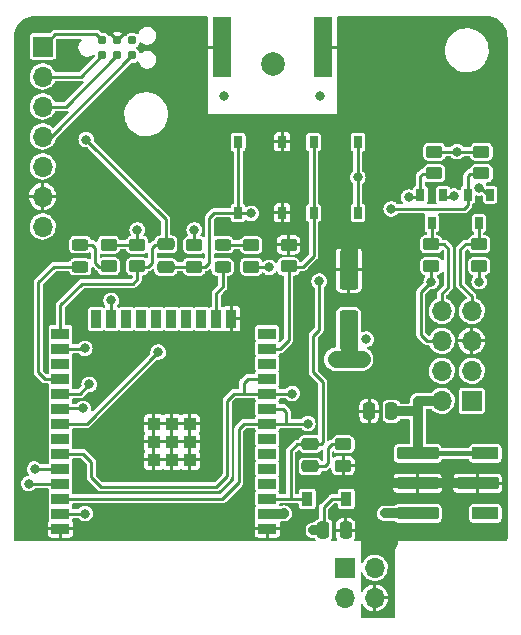
<source format=gtl>
G04 #@! TF.GenerationSoftware,KiCad,Pcbnew,(6.0.8-1)-1*
G04 #@! TF.CreationDate,2023-02-10T09:38:00+01:00*
G04 #@! TF.ProjectId,ithowifi_4l,6974686f-7769-4666-995f-346c2e6b6963,rev?*
G04 #@! TF.SameCoordinates,Original*
G04 #@! TF.FileFunction,Copper,L1,Top*
G04 #@! TF.FilePolarity,Positive*
%FSLAX46Y46*%
G04 Gerber Fmt 4.6, Leading zero omitted, Abs format (unit mm)*
G04 Created by KiCad (PCBNEW (6.0.8-1)-1) date 2023-02-10 09:38:00*
%MOMM*%
%LPD*%
G01*
G04 APERTURE LIST*
G04 Aperture macros list*
%AMRoundRect*
0 Rectangle with rounded corners*
0 $1 Rounding radius*
0 $2 $3 $4 $5 $6 $7 $8 $9 X,Y pos of 4 corners*
0 Add a 4 corners polygon primitive as box body*
4,1,4,$2,$3,$4,$5,$6,$7,$8,$9,$2,$3,0*
0 Add four circle primitives for the rounded corners*
1,1,$1+$1,$2,$3*
1,1,$1+$1,$4,$5*
1,1,$1+$1,$6,$7*
1,1,$1+$1,$8,$9*
0 Add four rect primitives between the rounded corners*
20,1,$1+$1,$2,$3,$4,$5,0*
20,1,$1+$1,$4,$5,$6,$7,0*
20,1,$1+$1,$6,$7,$8,$9,0*
20,1,$1+$1,$8,$9,$2,$3,0*%
G04 Aperture macros list end*
G04 #@! TA.AperFunction,SMDPad,CuDef*
%ADD10RoundRect,0.105000X-1.655000X0.420000X-1.655000X-0.420000X1.655000X-0.420000X1.655000X0.420000X0*%
G04 #@! TD*
G04 #@! TA.AperFunction,SMDPad,CuDef*
%ADD11RoundRect,0.105000X-1.005000X0.420000X-1.005000X-0.420000X1.005000X-0.420000X1.005000X0.420000X0*%
G04 #@! TD*
G04 #@! TA.AperFunction,SMDPad,CuDef*
%ADD12R,0.700000X1.000000*%
G04 #@! TD*
G04 #@! TA.AperFunction,SMDPad,CuDef*
%ADD13RoundRect,0.250000X-0.450000X0.262500X-0.450000X-0.262500X0.450000X-0.262500X0.450000X0.262500X0*%
G04 #@! TD*
G04 #@! TA.AperFunction,ComponentPad*
%ADD14R,1.700000X1.700000*%
G04 #@! TD*
G04 #@! TA.AperFunction,ComponentPad*
%ADD15O,1.700000X1.700000*%
G04 #@! TD*
G04 #@! TA.AperFunction,SMDPad,CuDef*
%ADD16R,1.500000X0.900000*%
G04 #@! TD*
G04 #@! TA.AperFunction,SMDPad,CuDef*
%ADD17R,0.900000X1.500000*%
G04 #@! TD*
G04 #@! TA.AperFunction,SMDPad,CuDef*
%ADD18R,1.050000X1.050000*%
G04 #@! TD*
G04 #@! TA.AperFunction,SMDPad,CuDef*
%ADD19RoundRect,0.243750X0.456250X-0.243750X0.456250X0.243750X-0.456250X0.243750X-0.456250X-0.243750X0*%
G04 #@! TD*
G04 #@! TA.AperFunction,SMDPad,CuDef*
%ADD20C,0.787400*%
G04 #@! TD*
G04 #@! TA.AperFunction,SMDPad,CuDef*
%ADD21R,0.750000X1.000000*%
G04 #@! TD*
G04 #@! TA.AperFunction,SMDPad,CuDef*
%ADD22RoundRect,0.250000X0.250000X0.475000X-0.250000X0.475000X-0.250000X-0.475000X0.250000X-0.475000X0*%
G04 #@! TD*
G04 #@! TA.AperFunction,SMDPad,CuDef*
%ADD23RoundRect,0.250000X0.450000X-0.262500X0.450000X0.262500X-0.450000X0.262500X-0.450000X-0.262500X0*%
G04 #@! TD*
G04 #@! TA.AperFunction,SMDPad,CuDef*
%ADD24RoundRect,0.250000X0.475000X-0.250000X0.475000X0.250000X-0.475000X0.250000X-0.475000X-0.250000X0*%
G04 #@! TD*
G04 #@! TA.AperFunction,SMDPad,CuDef*
%ADD25RoundRect,0.250000X0.550000X-1.412500X0.550000X1.412500X-0.550000X1.412500X-0.550000X-1.412500X0*%
G04 #@! TD*
G04 #@! TA.AperFunction,SMDPad,CuDef*
%ADD26RoundRect,0.250000X-0.250000X-0.475000X0.250000X-0.475000X0.250000X0.475000X-0.250000X0.475000X0*%
G04 #@! TD*
G04 #@! TA.AperFunction,SMDPad,CuDef*
%ADD27R,0.900000X1.200000*%
G04 #@! TD*
G04 #@! TA.AperFunction,ComponentPad*
%ADD28C,2.000000*%
G04 #@! TD*
G04 #@! TA.AperFunction,SMDPad,CuDef*
%ADD29R,1.500000X5.080000*%
G04 #@! TD*
G04 #@! TA.AperFunction,ViaPad*
%ADD30C,0.800000*%
G04 #@! TD*
G04 #@! TA.AperFunction,Conductor*
%ADD31C,0.812800*%
G04 #@! TD*
G04 #@! TA.AperFunction,Conductor*
%ADD32C,0.406400*%
G04 #@! TD*
G04 #@! TA.AperFunction,Conductor*
%ADD33C,0.250000*%
G04 #@! TD*
G04 #@! TA.AperFunction,Conductor*
%ADD34C,1.473200*%
G04 #@! TD*
G04 #@! TA.AperFunction,Conductor*
%ADD35C,0.254000*%
G04 #@! TD*
G04 APERTURE END LIST*
D10*
X117475000Y-142240000D03*
X117475000Y-144780000D03*
X117475000Y-147320000D03*
D11*
X123205000Y-147320000D03*
D10*
X122555000Y-144780000D03*
D11*
X123205000Y-142240000D03*
D12*
X119608600Y-120339000D03*
X117708600Y-120339000D03*
X118658600Y-122739000D03*
D13*
X118872000Y-116711900D03*
X118872000Y-118536900D03*
D14*
X85725000Y-107797600D03*
D15*
X85725000Y-110337600D03*
X85725000Y-112877600D03*
X85725000Y-115417600D03*
X85725000Y-117957600D03*
X85725000Y-120497600D03*
X85725000Y-123037600D03*
D16*
X104727600Y-148613600D03*
X104727600Y-147343600D03*
X104727600Y-146073600D03*
X104727600Y-144803600D03*
X104727600Y-143533600D03*
X104727600Y-142263600D03*
X104727600Y-140993600D03*
X104727600Y-139723600D03*
X104727600Y-138453600D03*
X104727600Y-137183600D03*
X104727600Y-135913600D03*
X104727600Y-134643600D03*
X104727600Y-133373600D03*
X104727600Y-132103600D03*
D17*
X101697600Y-130853600D03*
X100427600Y-130853600D03*
X99157600Y-130853600D03*
X97887600Y-130853600D03*
X96617600Y-130853600D03*
X95347600Y-130853600D03*
X94077600Y-130853600D03*
X92807600Y-130853600D03*
X91537600Y-130853600D03*
X90267600Y-130853600D03*
D16*
X87227600Y-132103600D03*
X87227600Y-133373600D03*
X87227600Y-134643600D03*
X87227600Y-135913600D03*
X87227600Y-137183600D03*
X87227600Y-138453600D03*
X87227600Y-139723600D03*
X87227600Y-140993600D03*
X87227600Y-142263600D03*
X87227600Y-143533600D03*
X87227600Y-144803600D03*
X87227600Y-146073600D03*
X87227600Y-147343600D03*
X87227600Y-148613600D03*
D18*
X95132600Y-139748600D03*
X98182600Y-142798600D03*
X95132600Y-142798600D03*
X96657600Y-139748600D03*
X96657600Y-141273600D03*
X98182600Y-139748600D03*
X96657600Y-142798600D03*
X95132600Y-141273600D03*
X98182600Y-141273600D03*
D13*
X91313000Y-124588900D03*
X91313000Y-126413900D03*
X106536000Y-124597500D03*
X106536000Y-126422500D03*
X118618000Y-124548500D03*
X118618000Y-126373500D03*
D19*
X88900000Y-126438900D03*
X88900000Y-124563900D03*
D14*
X111292000Y-151928000D03*
D15*
X113832000Y-151928000D03*
X111292000Y-154468000D03*
X113832000Y-154468000D03*
D20*
X90766000Y-108536400D03*
X90766000Y-107266400D03*
X92036000Y-108536400D03*
X92036000Y-107266400D03*
X93306000Y-108536400D03*
X93306000Y-107266400D03*
D21*
X108665400Y-121872000D03*
X108665400Y-115872000D03*
X112415400Y-121872000D03*
X112415400Y-115872000D03*
D22*
X115250000Y-138684000D03*
X113350000Y-138684000D03*
D12*
X123606600Y-120339000D03*
X121706600Y-120339000D03*
X122656600Y-122739000D03*
D23*
X122859800Y-118536900D03*
X122859800Y-116711900D03*
D13*
X122682000Y-124548500D03*
X122682000Y-126373500D03*
D24*
X96139000Y-126451400D03*
X96139000Y-124551400D03*
D23*
X98552000Y-126428000D03*
X98552000Y-124603000D03*
D25*
X111632000Y-131768000D03*
X111632000Y-126693000D03*
D26*
X109486900Y-148751000D03*
X111386900Y-148751000D03*
D24*
X108377500Y-143351000D03*
X108377500Y-141451000D03*
D27*
X111425500Y-146084000D03*
X108125500Y-146084000D03*
D23*
X111171500Y-143290000D03*
X111171500Y-141465000D03*
D28*
X105182180Y-109251460D03*
D23*
X93726000Y-126413900D03*
X93726000Y-124588900D03*
X103378000Y-126428000D03*
X103378000Y-124603000D03*
D19*
X100965000Y-126453000D03*
X100965000Y-124578000D03*
D21*
X106015000Y-121872000D03*
X106015000Y-115872000D03*
X102265000Y-121872000D03*
X102265000Y-115872000D03*
D14*
X122047000Y-137795000D03*
D15*
X119507000Y-137795000D03*
X122047000Y-135255000D03*
X119507000Y-135255000D03*
X122047000Y-132715000D03*
X119507000Y-132715000D03*
X122047000Y-130175000D03*
X119507000Y-130175000D03*
D29*
X100931400Y-107848400D03*
X109431400Y-107848400D03*
D30*
X113792000Y-145796000D03*
X113792000Y-143764000D03*
X114681000Y-144780000D03*
X114681000Y-147320000D03*
X109220000Y-112014000D03*
X99187000Y-107442000D03*
X99187000Y-105918000D03*
X101092000Y-112014000D03*
X99187000Y-110871000D03*
X99187000Y-112522000D03*
X99187000Y-109093000D03*
X111125000Y-110871000D03*
X111125000Y-114173000D03*
X111125000Y-112522000D03*
X105918000Y-114173000D03*
X109220000Y-114173000D03*
X102489000Y-114173000D03*
X104140000Y-114173000D03*
X100965000Y-114173000D03*
X107569000Y-114173000D03*
X99187000Y-114173000D03*
X102432000Y-138568000D03*
X111632000Y-124168000D03*
X112732000Y-124168000D03*
X110532000Y-124168000D03*
X86741000Y-128270000D03*
X111125000Y-105918000D03*
X111125000Y-107442000D03*
X111125000Y-109093000D03*
X101727000Y-132715000D03*
X96647000Y-139750800D03*
X106172000Y-148590000D03*
X89154000Y-148590000D03*
X96647000Y-142798800D03*
X98171000Y-142798800D03*
X95148400Y-142798800D03*
X96647000Y-141274800D03*
X95148400Y-141274800D03*
X95148400Y-139750800D03*
X98171000Y-139750800D03*
X98171000Y-141274800D03*
X122682000Y-127698500D03*
X118618000Y-127698500D03*
X106172000Y-147320000D03*
X111632000Y-134268000D03*
X112732000Y-134268000D03*
X110532000Y-134268000D03*
X122682000Y-119761000D03*
X108631500Y-148751000D03*
X112395000Y-118872000D03*
X98552000Y-123317000D03*
X93726000Y-123317000D03*
X104902000Y-126492000D03*
X113132002Y-132568000D03*
X120813090Y-116686900D03*
X120532000Y-120468000D03*
X89407998Y-115671600D03*
X89309400Y-147345400D03*
X95504000Y-133668000D03*
X89154000Y-138430000D03*
X89662000Y-136397998D03*
X89281000Y-133350000D03*
X85039200Y-143560804D03*
X84531209Y-144805391D03*
X106849400Y-137185400D03*
X115232000Y-121538998D03*
X108174600Y-139725400D03*
X116697000Y-120539000D03*
X103378008Y-121920000D03*
X109132000Y-127668006D03*
X91524600Y-129294600D03*
D31*
X117475000Y-142240000D02*
X117475000Y-138811000D01*
X115250000Y-138684000D02*
X117348000Y-138684000D01*
X117475000Y-138811000D02*
X117475000Y-137795000D01*
X117348000Y-138684000D02*
X117475000Y-138811000D01*
D32*
X117475000Y-142240000D02*
X123205000Y-142240000D01*
D31*
X117475000Y-144780000D02*
X114681000Y-144780000D01*
X117475000Y-144780000D02*
X122555000Y-144780000D01*
X117475000Y-147320000D02*
X114681000Y-147320000D01*
X117475000Y-137795000D02*
X119507000Y-137795000D01*
D33*
X99593400Y-107848400D02*
X99187000Y-107442000D01*
X100931400Y-107848400D02*
X99593400Y-107848400D01*
D34*
X112732000Y-124168000D02*
X110532000Y-124168000D01*
D33*
X110718600Y-107848400D02*
X111125000Y-107442000D01*
X109431400Y-107848400D02*
X110718600Y-107848400D01*
D34*
X111632000Y-126693000D02*
X111632000Y-124168000D01*
D35*
X122682000Y-126398500D02*
X122682000Y-127698500D01*
X118618000Y-127698500D02*
X118618000Y-126398500D01*
X117748500Y-128568000D02*
X117748500Y-132184500D01*
X118279000Y-132715000D02*
X119507000Y-132715000D01*
X118618000Y-127698500D02*
X117748500Y-128568000D01*
X117748500Y-132184500D02*
X118279000Y-132715000D01*
X122682000Y-119761000D02*
X122828600Y-119761000D01*
D31*
X109499400Y-148751000D02*
X108634800Y-148751000D01*
D35*
X93726000Y-124563900D02*
X93726000Y-123317000D01*
D34*
X112732000Y-134268000D02*
X110532000Y-134268000D01*
D33*
X86424800Y-115417600D02*
X93306000Y-108536400D01*
D35*
X91313000Y-124563900D02*
X93726000Y-124563900D01*
D31*
X106148400Y-147343600D02*
X106172000Y-147320000D01*
X104727600Y-147343600D02*
X106148400Y-147343600D01*
D35*
X118872000Y-116686900D02*
X120813090Y-116686900D01*
X104902000Y-126492000D02*
X103417000Y-126492000D01*
X120461000Y-120539000D02*
X120532000Y-120468000D01*
X98552000Y-124578000D02*
X98552000Y-123317000D01*
X112415400Y-121872000D02*
X112415400Y-115872000D01*
D34*
X111632000Y-131768000D02*
X111632000Y-134268000D01*
D33*
X109499400Y-146803600D02*
X109499400Y-148751000D01*
X110219000Y-146084000D02*
X109499400Y-146803600D01*
D35*
X119608600Y-120539000D02*
X120461000Y-120539000D01*
X122859800Y-116686900D02*
X120813090Y-116686900D01*
D33*
X111425500Y-146084000D02*
X110219000Y-146084000D01*
D35*
X122828600Y-119761000D02*
X123606600Y-120539000D01*
D33*
X85725000Y-115417600D02*
X86424800Y-115417600D01*
D35*
X103417000Y-126492000D02*
X103378000Y-126453000D01*
X122656600Y-122539000D02*
X122656600Y-124498100D01*
X122656600Y-124498100D02*
X122682000Y-124523500D01*
X121539000Y-124523500D02*
X121094500Y-124968000D01*
X122682000Y-124523500D02*
X121539000Y-124523500D01*
X121094500Y-127952500D02*
X122047000Y-128905000D01*
X121094500Y-124968000D02*
X121094500Y-127952500D01*
X122047000Y-128905000D02*
X122047000Y-130175000D01*
X118658600Y-122539000D02*
X118658600Y-124482900D01*
X119697500Y-124523500D02*
X120078500Y-124904500D01*
X119507000Y-128714500D02*
X119507000Y-130175000D01*
X120078500Y-124904500D02*
X120078500Y-128143000D01*
X118618000Y-124523500D02*
X119697500Y-124523500D01*
X120078500Y-128143000D02*
X119507000Y-128714500D01*
X118658600Y-124482900D02*
X118618000Y-124523500D01*
X93345000Y-127889000D02*
X89027000Y-127889000D01*
X96139000Y-124563900D02*
X95273100Y-124563900D01*
X95273100Y-124563900D02*
X94996000Y-124841000D01*
X94668100Y-126438900D02*
X93726000Y-126438900D01*
X93726000Y-127508000D02*
X93345000Y-127889000D01*
X94996000Y-124841000D02*
X94996000Y-126111000D01*
X87227600Y-129688400D02*
X87227600Y-132103600D01*
X96139000Y-122402602D02*
X89407998Y-115671600D01*
D33*
X86754600Y-106768000D02*
X85725000Y-107797600D01*
X90766000Y-107266400D02*
X90267600Y-106768000D01*
D35*
X89027000Y-127889000D02*
X87227600Y-129688400D01*
X96139000Y-124563900D02*
X96139000Y-122402602D01*
D33*
X90267600Y-106768000D02*
X86754600Y-106768000D01*
D35*
X94996000Y-126111000D02*
X94668100Y-126438900D01*
X93726000Y-126438900D02*
X93726000Y-127508000D01*
X87229400Y-147345400D02*
X89309400Y-147345400D01*
X87227600Y-147343600D02*
X87229400Y-147345400D01*
X89446600Y-139725400D02*
X95504000Y-133668000D01*
X87477600Y-139725400D02*
X89446600Y-139725400D01*
X89154000Y-138430000D02*
X87251200Y-138430000D01*
X87251200Y-138430000D02*
X87227600Y-138453600D01*
X87227600Y-137183600D02*
X88876398Y-137183600D01*
X88876398Y-137183600D02*
X89662000Y-136397998D01*
X89257400Y-133373600D02*
X89281000Y-133350000D01*
X87227600Y-133373600D02*
X89257400Y-133373600D01*
D33*
X87694800Y-112877600D02*
X91964932Y-108607468D01*
D35*
X87227600Y-143533600D02*
X85066404Y-143533600D01*
D33*
X85725000Y-112877600D02*
X87694800Y-112877600D01*
D35*
X87225809Y-144805391D02*
X84531209Y-144805391D01*
D33*
X85725000Y-110337600D02*
X88964800Y-110337600D01*
D35*
X87227600Y-144803600D02*
X87225809Y-144805391D01*
D33*
X88964800Y-110337600D02*
X90766000Y-108536400D01*
D35*
X90170000Y-126111000D02*
X90497900Y-126438900D01*
X88900000Y-124563900D02*
X89892900Y-124563900D01*
X90170000Y-124841000D02*
X90170000Y-126111000D01*
X90497900Y-126438900D02*
X91313000Y-126438900D01*
X89892900Y-124563900D02*
X90170000Y-124841000D01*
X100965000Y-124578000D02*
X103378000Y-124578000D01*
X121706600Y-120539000D02*
X121706600Y-118755200D01*
X121706600Y-118755200D02*
X121899900Y-118561900D01*
X103086400Y-135913600D02*
X104727600Y-135913600D01*
X121899900Y-118561900D02*
X122859800Y-118561900D01*
X89832000Y-142968000D02*
X89832000Y-144268000D01*
X106847600Y-137183600D02*
X102733800Y-137183600D01*
X121706600Y-120539000D02*
X121706600Y-121243000D01*
X90632000Y-145068000D02*
X100432000Y-145068000D01*
X89127600Y-142263600D02*
X89832000Y-142968000D01*
X87227600Y-142263600D02*
X89127600Y-142263600D01*
X121706600Y-121243000D02*
X121410602Y-121538998D01*
X101332000Y-137768000D02*
X101914600Y-137185400D01*
X102733800Y-137183600D02*
X102732000Y-137185400D01*
X100432000Y-145068000D02*
X101332000Y-144168000D01*
X101332000Y-144168000D02*
X101332000Y-137768000D01*
X101914600Y-137185400D02*
X102732000Y-137185400D01*
X121410602Y-121538998D02*
X115232000Y-121538998D01*
X102732000Y-136268000D02*
X103086400Y-135913600D01*
X89832000Y-144268000D02*
X90632000Y-145068000D01*
X106849400Y-137185400D02*
X106847600Y-137183600D01*
X102732000Y-137185400D02*
X102732000Y-136268000D01*
X102776400Y-139723600D02*
X104727600Y-139723600D01*
X102332000Y-140168000D02*
X102776400Y-139723600D01*
X104729400Y-139725400D02*
X106324400Y-139725400D01*
X106324400Y-139725400D02*
X106324400Y-138709400D01*
X117708600Y-118740000D02*
X117708600Y-120539000D01*
X102332000Y-144668000D02*
X102332000Y-140168000D01*
X100924600Y-146075400D02*
X102332000Y-144668000D01*
X117708600Y-120539000D02*
X116697000Y-120539000D01*
X106324400Y-138709400D02*
X106068600Y-138453600D01*
X118872000Y-118561900D02*
X117886700Y-118561900D01*
X106324400Y-139725400D02*
X108174600Y-139725400D01*
X87477600Y-146075400D02*
X100924600Y-146075400D01*
X104727600Y-139723600D02*
X104729400Y-139725400D01*
X117886700Y-118561900D02*
X117708600Y-118740000D01*
X106068600Y-138453600D02*
X104727600Y-138453600D01*
X108665400Y-125522600D02*
X107740500Y-126447500D01*
X108665400Y-121872000D02*
X108665400Y-125522600D01*
X107740500Y-126447500D02*
X106536000Y-126447500D01*
X108665400Y-121872000D02*
X108665400Y-115872000D01*
X105826400Y-133373600D02*
X104727600Y-133373600D01*
X106536000Y-132664000D02*
X105826400Y-133373600D01*
X106536000Y-126447500D02*
X106536000Y-132664000D01*
X96139000Y-126438900D02*
X98537900Y-126438900D01*
X109432000Y-136168000D02*
X108632000Y-135368000D01*
D33*
X106717900Y-142028600D02*
X106717900Y-146075400D01*
D35*
X108632000Y-135368000D02*
X108632000Y-132268000D01*
X108632000Y-132268000D02*
X109132000Y-131768000D01*
X100251000Y-121872000D02*
X102265000Y-121872000D01*
D33*
X104727600Y-146073600D02*
X104729400Y-146075400D01*
D35*
X98552000Y-126453000D02*
X99480000Y-126453000D01*
D33*
X108116900Y-146075400D02*
X108125500Y-146084000D01*
D35*
X98537900Y-126438900D02*
X98552000Y-126453000D01*
X102265000Y-121872000D02*
X102265000Y-115872000D01*
D33*
X106717900Y-146075400D02*
X108116900Y-146075400D01*
X109432000Y-141283000D02*
X109264000Y-141451000D01*
D35*
X109132000Y-131768000D02*
X109132000Y-127668006D01*
D33*
X108377500Y-141451000D02*
X107295500Y-141451000D01*
D35*
X102265000Y-121872000D02*
X103330008Y-121872000D01*
D33*
X107295500Y-141451000D02*
X106717900Y-142028600D01*
X109264000Y-141451000D02*
X108377500Y-141451000D01*
D35*
X99822000Y-126111000D02*
X99822000Y-122301000D01*
D33*
X104729400Y-146075400D02*
X106717900Y-146075400D01*
X109432000Y-136168000D02*
X109432000Y-141283000D01*
D35*
X103330008Y-121872000D02*
X103378008Y-121920000D01*
X99480000Y-126453000D02*
X99822000Y-126111000D01*
X99822000Y-122301000D02*
X100251000Y-121872000D01*
D33*
X110202500Y-141465000D02*
X111171500Y-141465000D01*
X109586500Y-143351000D02*
X109838000Y-143099500D01*
X108377500Y-143351000D02*
X109586500Y-143351000D01*
X109838000Y-141829500D02*
X110202500Y-141465000D01*
X109838000Y-143099500D02*
X109838000Y-141829500D01*
X91524600Y-130840600D02*
X91537600Y-130853600D01*
X91524600Y-129294600D02*
X91524600Y-130840600D01*
D35*
X100427600Y-130853600D02*
X100427600Y-128680400D01*
X100427600Y-128680400D02*
X100965000Y-128143000D01*
X100965000Y-128143000D02*
X100965000Y-126453000D01*
X85344000Y-127762000D02*
X86667100Y-126438900D01*
X85875600Y-135913600D02*
X85344000Y-135382000D01*
X85344000Y-135382000D02*
X85344000Y-127762000D01*
X87227600Y-135913600D02*
X85875600Y-135913600D01*
X86667100Y-126438900D02*
X88900000Y-126438900D01*
G04 #@! TA.AperFunction,Conductor*
G36*
X99653531Y-105241713D02*
G01*
X99690076Y-105292013D01*
X99695000Y-105323100D01*
X99695000Y-113538000D01*
X110617000Y-113538000D01*
X110617000Y-108162186D01*
X119771018Y-108162186D01*
X119771364Y-108165812D01*
X119771364Y-108165815D01*
X119788770Y-108348253D01*
X119796579Y-108430100D01*
X119797443Y-108433631D01*
X119797444Y-108433637D01*
X119848037Y-108640395D01*
X119860547Y-108691518D01*
X119861914Y-108694893D01*
X119960217Y-108937592D01*
X119960220Y-108937599D01*
X119961583Y-108940963D01*
X119963421Y-108944103D01*
X119963423Y-108944106D01*
X119983488Y-108978374D01*
X120097569Y-109173210D01*
X120179577Y-109275756D01*
X120212761Y-109317250D01*
X120265658Y-109383395D01*
X120268320Y-109385881D01*
X120268323Y-109385885D01*
X120345080Y-109457587D01*
X120462327Y-109567113D01*
X120465317Y-109569187D01*
X120465318Y-109569188D01*
X120680461Y-109718438D01*
X120680465Y-109718440D01*
X120683457Y-109720516D01*
X120686719Y-109722139D01*
X120686721Y-109722140D01*
X120717693Y-109737548D01*
X120924416Y-109840391D01*
X120927874Y-109841525D01*
X120927875Y-109841525D01*
X121176693Y-109923092D01*
X121176696Y-109923093D01*
X121180156Y-109924227D01*
X121183750Y-109924851D01*
X121442299Y-109969743D01*
X121442305Y-109969744D01*
X121445319Y-109970267D01*
X121481922Y-109972089D01*
X121529116Y-109974439D01*
X121529129Y-109974439D01*
X121530348Y-109974500D01*
X121698374Y-109974500D01*
X121700188Y-109974368D01*
X121700199Y-109974368D01*
X121894788Y-109960249D01*
X121894790Y-109960249D01*
X121898425Y-109959985D01*
X121901983Y-109959199D01*
X121901986Y-109959199D01*
X122157667Y-109902749D01*
X122157670Y-109902748D01*
X122161226Y-109901963D01*
X122328025Y-109838769D01*
X122409501Y-109807901D01*
X122409504Y-109807900D01*
X122412900Y-109806613D01*
X122507017Y-109754336D01*
X122644989Y-109677699D01*
X122648172Y-109675931D01*
X122755008Y-109594396D01*
X122859210Y-109514872D01*
X122859212Y-109514870D01*
X122862116Y-109512654D01*
X122997809Y-109373847D01*
X123047696Y-109322815D01*
X123047699Y-109322812D01*
X123050249Y-109320203D01*
X123052395Y-109317255D01*
X123052399Y-109317250D01*
X123159533Y-109170062D01*
X123208630Y-109102610D01*
X123333941Y-108864433D01*
X123372537Y-108755139D01*
X123422345Y-108614095D01*
X123422346Y-108614091D01*
X123423557Y-108610662D01*
X123475601Y-108346611D01*
X123488982Y-108077814D01*
X123488057Y-108068113D01*
X123463767Y-107813525D01*
X123463767Y-107813523D01*
X123463421Y-107809900D01*
X123460668Y-107798647D01*
X123400319Y-107552021D01*
X123399453Y-107548482D01*
X123385262Y-107513445D01*
X123299783Y-107302408D01*
X123299780Y-107302401D01*
X123298417Y-107299037D01*
X123286795Y-107279187D01*
X123184227Y-107104015D01*
X123162431Y-107066790D01*
X123051022Y-106927480D01*
X122996619Y-106859452D01*
X122996618Y-106859450D01*
X122994342Y-106856605D01*
X122991680Y-106854119D01*
X122991677Y-106854115D01*
X122863369Y-106734257D01*
X122797673Y-106672887D01*
X122768967Y-106652973D01*
X122579539Y-106521562D01*
X122579535Y-106521560D01*
X122576543Y-106519484D01*
X122571056Y-106516754D01*
X122477269Y-106470096D01*
X122335584Y-106399609D01*
X122332125Y-106398475D01*
X122083307Y-106316908D01*
X122083304Y-106316907D01*
X122079844Y-106315773D01*
X122006596Y-106303055D01*
X121817701Y-106270257D01*
X121817695Y-106270256D01*
X121814681Y-106269733D01*
X121778078Y-106267911D01*
X121730884Y-106265561D01*
X121730871Y-106265561D01*
X121729652Y-106265500D01*
X121561626Y-106265500D01*
X121559812Y-106265632D01*
X121559801Y-106265632D01*
X121365212Y-106279751D01*
X121365210Y-106279751D01*
X121361575Y-106280015D01*
X121358017Y-106280801D01*
X121358014Y-106280801D01*
X121102333Y-106337251D01*
X121102330Y-106337252D01*
X121098774Y-106338037D01*
X121095369Y-106339327D01*
X120850499Y-106432099D01*
X120850496Y-106432100D01*
X120847100Y-106433387D01*
X120843924Y-106435151D01*
X120843922Y-106435152D01*
X120717479Y-106505385D01*
X120611828Y-106564069D01*
X120605563Y-106568850D01*
X120417264Y-106712556D01*
X120397884Y-106727346D01*
X120395328Y-106729961D01*
X120236699Y-106892231D01*
X120209751Y-106919797D01*
X120207605Y-106922745D01*
X120207601Y-106922750D01*
X120141728Y-107013251D01*
X120051370Y-107137390D01*
X119926059Y-107375567D01*
X119924846Y-107379001D01*
X119924845Y-107379004D01*
X119840425Y-107618063D01*
X119836443Y-107629338D01*
X119784399Y-107893389D01*
X119771018Y-108162186D01*
X110617000Y-108162186D01*
X110617000Y-105323100D01*
X110636213Y-105263969D01*
X110686513Y-105227424D01*
X110717600Y-105222500D01*
X123297025Y-105222500D01*
X123316650Y-105224433D01*
X123322281Y-105225553D01*
X123322282Y-105225553D01*
X123332000Y-105227486D01*
X123341719Y-105225553D01*
X123351624Y-105225553D01*
X123351624Y-105225556D01*
X123363946Y-105224785D01*
X123526499Y-105236411D01*
X123573237Y-105239754D01*
X123587444Y-105241797D01*
X123816735Y-105291676D01*
X123830507Y-105295720D01*
X124050366Y-105377723D01*
X124063419Y-105383684D01*
X124269385Y-105496150D01*
X124281441Y-105503898D01*
X124469303Y-105644530D01*
X124480143Y-105653923D01*
X124646077Y-105819857D01*
X124655470Y-105830697D01*
X124796102Y-106018559D01*
X124803850Y-106030615D01*
X124900931Y-106208404D01*
X124916315Y-106236578D01*
X124922277Y-106249634D01*
X125004280Y-106469493D01*
X125008324Y-106483265D01*
X125058203Y-106712556D01*
X125060246Y-106726763D01*
X125061438Y-106743431D01*
X125074264Y-106922750D01*
X125075215Y-106936052D01*
X125074444Y-106948376D01*
X125074447Y-106948376D01*
X125074447Y-106958281D01*
X125072514Y-106968000D01*
X125074447Y-106977718D01*
X125074447Y-106977719D01*
X125075567Y-106983350D01*
X125077500Y-107002975D01*
X125077500Y-149433025D01*
X125075567Y-149452650D01*
X125072514Y-149468000D01*
X125074447Y-149477717D01*
X125074447Y-149479361D01*
X125073210Y-149495089D01*
X125067976Y-149528133D01*
X125058253Y-149558056D01*
X125037848Y-149598104D01*
X125019348Y-149623567D01*
X125004380Y-149638535D01*
X124948982Y-149666761D01*
X124933245Y-149668000D01*
X115832000Y-149668000D01*
X115832000Y-149854827D01*
X115812787Y-149913958D01*
X115802535Y-149925962D01*
X115799726Y-149928771D01*
X115795906Y-149931906D01*
X115701620Y-150046794D01*
X115631560Y-150177868D01*
X115630126Y-150182594D01*
X115630126Y-150182595D01*
X115616509Y-150227486D01*
X115588417Y-150320092D01*
X115587934Y-150325000D01*
X115587933Y-150325003D01*
X115575642Y-150449792D01*
X115574446Y-150457849D01*
X115574446Y-150458285D01*
X115572514Y-150468000D01*
X115574447Y-150477718D01*
X115575567Y-150483350D01*
X115577500Y-150502975D01*
X115577500Y-155933025D01*
X115575567Y-155952650D01*
X115572514Y-155968000D01*
X115574447Y-155977717D01*
X115574447Y-155979361D01*
X115573210Y-155995089D01*
X115567976Y-156028133D01*
X115558253Y-156058056D01*
X115537848Y-156098104D01*
X115519348Y-156123567D01*
X115487567Y-156155348D01*
X115462106Y-156173847D01*
X115422056Y-156194253D01*
X115392133Y-156203976D01*
X115359089Y-156209210D01*
X115343361Y-156210447D01*
X115341717Y-156210447D01*
X115332000Y-156208514D01*
X115322282Y-156210447D01*
X115322281Y-156210447D01*
X115316650Y-156211567D01*
X115297025Y-156213500D01*
X112732600Y-156213500D01*
X112673469Y-156194287D01*
X112636924Y-156143987D01*
X112632000Y-156112900D01*
X112632000Y-155082028D01*
X112651213Y-155022897D01*
X112701513Y-154986352D01*
X112763687Y-154986352D01*
X112813987Y-155022897D01*
X112823959Y-155039911D01*
X112825700Y-155043687D01*
X112830289Y-155051635D01*
X112947456Y-155217424D01*
X112953428Y-155224416D01*
X113098846Y-155366077D01*
X113105982Y-155371855D01*
X113274782Y-155484644D01*
X113282857Y-155489027D01*
X113469379Y-155569164D01*
X113478118Y-155572003D01*
X113676123Y-155616807D01*
X113685233Y-155618006D01*
X113689079Y-155618157D01*
X113702124Y-155614478D01*
X113704779Y-155611110D01*
X113705000Y-155609873D01*
X113705000Y-155600611D01*
X113959000Y-155600611D01*
X113963188Y-155613501D01*
X113964378Y-155614365D01*
X113970453Y-155614883D01*
X114098176Y-155596364D01*
X114107103Y-155594221D01*
X114299349Y-155528963D01*
X114307733Y-155525230D01*
X114484865Y-155426031D01*
X114492433Y-155420830D01*
X114648518Y-155291015D01*
X114655015Y-155284518D01*
X114784830Y-155128433D01*
X114790031Y-155120865D01*
X114889230Y-154943733D01*
X114892963Y-154935349D01*
X114958221Y-154743103D01*
X114960364Y-154734176D01*
X114978258Y-154610768D01*
X114975963Y-154597411D01*
X114974909Y-154596385D01*
X114968969Y-154595000D01*
X113974933Y-154595000D01*
X113962043Y-154599188D01*
X113959000Y-154603377D01*
X113959000Y-155600611D01*
X113705000Y-155600611D01*
X113705000Y-154325067D01*
X113959000Y-154325067D01*
X113963188Y-154337957D01*
X113967377Y-154341000D01*
X114964144Y-154341000D01*
X114977034Y-154336812D01*
X114978729Y-154334479D01*
X114979140Y-154330801D01*
X114972749Y-154261241D01*
X114971076Y-154252219D01*
X114915968Y-154056821D01*
X114912677Y-154048247D01*
X114822886Y-153866168D01*
X114818091Y-153858343D01*
X114696618Y-153695672D01*
X114690473Y-153688847D01*
X114541397Y-153551043D01*
X114534108Y-153545449D01*
X114362415Y-153437120D01*
X114354228Y-153432948D01*
X114165668Y-153357720D01*
X114156867Y-153355113D01*
X113974628Y-153318863D01*
X113961168Y-153320456D01*
X113961134Y-153320487D01*
X113959000Y-153328665D01*
X113959000Y-154325067D01*
X113705000Y-154325067D01*
X113705000Y-153333948D01*
X113700812Y-153321058D01*
X113700197Y-153320611D01*
X113692937Y-153320088D01*
X113536380Y-153346989D01*
X113527508Y-153349366D01*
X113337047Y-153419631D01*
X113328748Y-153423590D01*
X113154282Y-153527386D01*
X113146850Y-153532786D01*
X112994216Y-153666642D01*
X112987895Y-153673303D01*
X112862208Y-153832737D01*
X112857208Y-153840436D01*
X112821630Y-153908058D01*
X112777094Y-153951443D01*
X112715563Y-153960364D01*
X112660540Y-153931415D01*
X112633041Y-153875652D01*
X112632000Y-153861217D01*
X112632000Y-152421875D01*
X112651213Y-152362744D01*
X112701513Y-152326199D01*
X112763687Y-152326199D01*
X112813987Y-152362744D01*
X112823958Y-152379757D01*
X112871377Y-152482616D01*
X112988533Y-152648389D01*
X113133938Y-152790035D01*
X113137774Y-152792598D01*
X113137775Y-152792599D01*
X113207517Y-152839199D01*
X113302720Y-152902812D01*
X113306956Y-152904632D01*
X113306958Y-152904633D01*
X113439283Y-152961484D01*
X113489228Y-152982942D01*
X113587161Y-153005102D01*
X113682716Y-153026724D01*
X113682719Y-153026724D01*
X113687216Y-153027742D01*
X113788635Y-153031727D01*
X113885444Y-153035531D01*
X113885445Y-153035531D01*
X113890053Y-153035712D01*
X113894610Y-153035051D01*
X113894615Y-153035051D01*
X113990499Y-153021148D01*
X114090945Y-153006584D01*
X114283165Y-152941334D01*
X114460276Y-152842147D01*
X114507265Y-152803067D01*
X114612798Y-152715295D01*
X114616345Y-152712345D01*
X114627737Y-152698648D01*
X114743199Y-152559821D01*
X114743201Y-152559818D01*
X114746147Y-152556276D01*
X114845334Y-152379165D01*
X114910584Y-152186945D01*
X114939712Y-151986053D01*
X114941232Y-151928000D01*
X114922658Y-151725859D01*
X114867557Y-151530487D01*
X114777776Y-151348428D01*
X114656320Y-151185779D01*
X114507258Y-151047987D01*
X114503362Y-151045529D01*
X114503357Y-151045525D01*
X114397443Y-150978699D01*
X114335581Y-150939667D01*
X114147039Y-150864446D01*
X113947946Y-150824844D01*
X113845351Y-150823501D01*
X113749585Y-150822247D01*
X113749581Y-150822247D01*
X113744971Y-150822187D01*
X113544910Y-150856564D01*
X113540588Y-150858158D01*
X113540586Y-150858159D01*
X113358791Y-150925227D01*
X113358788Y-150925228D01*
X113354463Y-150926824D01*
X113180010Y-151030612D01*
X113176544Y-151033651D01*
X113176542Y-151033653D01*
X113030859Y-151161414D01*
X113030856Y-151161417D01*
X113027392Y-151164455D01*
X112901720Y-151323869D01*
X112899574Y-151327948D01*
X112821630Y-151476094D01*
X112777094Y-151519479D01*
X112715563Y-151528400D01*
X112660540Y-151499451D01*
X112633041Y-151443688D01*
X112632000Y-151429253D01*
X112632000Y-149668000D01*
X112200627Y-149668000D01*
X112141496Y-149648787D01*
X112104951Y-149598487D01*
X112104951Y-149536313D01*
X112117430Y-149512440D01*
X112117279Y-149512355D01*
X112119989Y-149507545D01*
X112120493Y-149506581D01*
X112120645Y-149506380D01*
X112127320Y-149494533D01*
X112178372Y-149365592D01*
X112181527Y-149353168D01*
X112191336Y-149272108D01*
X112191700Y-149266081D01*
X112191700Y-148893933D01*
X112187512Y-148881043D01*
X112183323Y-148878000D01*
X110598033Y-148878000D01*
X110585143Y-148882188D01*
X110582100Y-148886377D01*
X110582100Y-149266081D01*
X110582464Y-149272108D01*
X110592273Y-149353168D01*
X110595428Y-149365592D01*
X110646480Y-149494533D01*
X110653155Y-149506380D01*
X110653307Y-149506581D01*
X110653370Y-149506763D01*
X110656521Y-149512355D01*
X110655515Y-149512922D01*
X110673751Y-149565298D01*
X110655778Y-149624818D01*
X110606252Y-149662406D01*
X110573173Y-149668000D01*
X110237264Y-149668000D01*
X110178133Y-149648787D01*
X110141588Y-149598487D01*
X110141588Y-149536313D01*
X110156763Y-149507068D01*
X110165270Y-149495717D01*
X110183971Y-149470764D01*
X110234698Y-149335448D01*
X110239807Y-149288419D01*
X110241107Y-149276456D01*
X110241107Y-149276450D01*
X110241400Y-149273756D01*
X110241400Y-148608067D01*
X110582100Y-148608067D01*
X110586288Y-148620957D01*
X110590477Y-148624000D01*
X111243967Y-148624000D01*
X111256857Y-148619812D01*
X111259900Y-148615623D01*
X111259900Y-148608067D01*
X111513900Y-148608067D01*
X111518088Y-148620957D01*
X111522277Y-148624000D01*
X112175767Y-148624000D01*
X112188657Y-148619812D01*
X112191700Y-148615623D01*
X112191700Y-148235919D01*
X112191336Y-148229892D01*
X112181527Y-148148832D01*
X112178372Y-148136408D01*
X112127320Y-148007467D01*
X112120647Y-147995622D01*
X112037037Y-147885471D01*
X112027429Y-147875863D01*
X111917278Y-147792253D01*
X111905433Y-147785580D01*
X111776492Y-147734528D01*
X111764068Y-147731373D01*
X111683008Y-147721564D01*
X111676981Y-147721200D01*
X111529833Y-147721200D01*
X111516943Y-147725388D01*
X111513900Y-147729577D01*
X111513900Y-148608067D01*
X111259900Y-148608067D01*
X111259900Y-147737133D01*
X111255712Y-147724243D01*
X111251523Y-147721200D01*
X111096819Y-147721200D01*
X111090792Y-147721564D01*
X111009732Y-147731373D01*
X110997308Y-147734528D01*
X110868367Y-147785580D01*
X110856522Y-147792253D01*
X110746371Y-147875863D01*
X110736763Y-147885471D01*
X110653153Y-147995622D01*
X110646480Y-148007467D01*
X110595428Y-148136408D01*
X110592273Y-148148832D01*
X110582464Y-148229892D01*
X110582100Y-148235919D01*
X110582100Y-148608067D01*
X110241400Y-148608067D01*
X110241400Y-148228244D01*
X110234698Y-148166552D01*
X110183971Y-148031236D01*
X110097304Y-147915596D01*
X110085476Y-147906731D01*
X110054054Y-147883182D01*
X109981664Y-147828929D01*
X109944186Y-147814879D01*
X109895563Y-147776134D01*
X109878900Y-147720682D01*
X109878900Y-147396520D01*
X114019658Y-147396520D01*
X114021074Y-147402417D01*
X114021074Y-147402419D01*
X114048353Y-147516041D01*
X114057001Y-147552063D01*
X114130368Y-147694209D01*
X114134350Y-147698774D01*
X114134351Y-147698775D01*
X114210076Y-147785580D01*
X114235524Y-147814752D01*
X114240487Y-147818240D01*
X114240488Y-147818241D01*
X114352945Y-147897277D01*
X114366397Y-147906731D01*
X114372046Y-147908934D01*
X114372049Y-147908935D01*
X114509778Y-147962633D01*
X114515434Y-147964838D01*
X114575152Y-147972700D01*
X114634177Y-147980471D01*
X114634184Y-147980471D01*
X114637439Y-147980900D01*
X115510814Y-147980900D01*
X115569945Y-148000113D01*
X115581884Y-148010301D01*
X115608351Y-148036721D01*
X115615817Y-148040370D01*
X115615819Y-148040372D01*
X115697811Y-148080451D01*
X115715875Y-148089281D01*
X115723598Y-148090408D01*
X115723599Y-148090408D01*
X115782316Y-148098974D01*
X115782323Y-148098974D01*
X115785925Y-148099500D01*
X117466929Y-148099500D01*
X119164074Y-148099499D01*
X119234735Y-148089099D01*
X119302153Y-148055998D01*
X119334707Y-148040015D01*
X119334708Y-148040014D01*
X119342167Y-148036352D01*
X119426721Y-147951649D01*
X119443833Y-147916642D01*
X119475854Y-147851136D01*
X119475854Y-147851135D01*
X119479281Y-147844125D01*
X119483566Y-147814752D01*
X119488974Y-147777684D01*
X119488974Y-147777677D01*
X119489500Y-147774075D01*
X119489499Y-146865926D01*
X119489499Y-146865925D01*
X121840500Y-146865925D01*
X121840501Y-147774074D01*
X121850901Y-147844735D01*
X121869778Y-147883182D01*
X121899727Y-147944180D01*
X121903648Y-147952167D01*
X121909529Y-147958038D01*
X121909530Y-147958039D01*
X121933847Y-147982313D01*
X121988351Y-148036721D01*
X122095875Y-148089281D01*
X122103598Y-148090408D01*
X122103599Y-148090408D01*
X122162316Y-148098974D01*
X122162323Y-148098974D01*
X122165925Y-148099500D01*
X123200035Y-148099500D01*
X124244074Y-148099499D01*
X124314735Y-148089099D01*
X124382153Y-148055998D01*
X124414707Y-148040015D01*
X124414708Y-148040014D01*
X124422167Y-148036352D01*
X124506721Y-147951649D01*
X124523833Y-147916642D01*
X124555854Y-147851136D01*
X124555854Y-147851135D01*
X124559281Y-147844125D01*
X124563566Y-147814752D01*
X124568974Y-147777684D01*
X124568974Y-147777677D01*
X124569500Y-147774075D01*
X124569499Y-146865926D01*
X124559099Y-146795265D01*
X124526273Y-146728406D01*
X124510015Y-146695293D01*
X124510014Y-146695292D01*
X124506352Y-146687833D01*
X124499710Y-146681202D01*
X124447988Y-146629572D01*
X124421649Y-146603279D01*
X124314125Y-146550719D01*
X124306402Y-146549592D01*
X124306401Y-146549592D01*
X124247684Y-146541026D01*
X124247677Y-146541026D01*
X124244075Y-146540500D01*
X123209965Y-146540500D01*
X122165926Y-146540501D01*
X122095265Y-146550901D01*
X122081735Y-146557544D01*
X121995293Y-146599985D01*
X121995292Y-146599986D01*
X121987833Y-146603648D01*
X121981962Y-146609529D01*
X121981961Y-146609530D01*
X121960439Y-146631090D01*
X121903279Y-146688351D01*
X121899628Y-146695820D01*
X121870833Y-146754728D01*
X121850719Y-146795875D01*
X121849592Y-146803598D01*
X121849592Y-146803599D01*
X121841031Y-146862287D01*
X121840500Y-146865925D01*
X119489499Y-146865925D01*
X119479099Y-146795265D01*
X119446273Y-146728406D01*
X119430015Y-146695293D01*
X119430014Y-146695292D01*
X119426352Y-146687833D01*
X119419710Y-146681202D01*
X119367988Y-146629572D01*
X119341649Y-146603279D01*
X119234125Y-146550719D01*
X119226402Y-146549592D01*
X119226401Y-146549592D01*
X119167684Y-146541026D01*
X119167677Y-146541026D01*
X119164075Y-146540500D01*
X117483071Y-146540500D01*
X115785926Y-146540501D01*
X115715265Y-146550901D01*
X115701735Y-146557544D01*
X115615293Y-146599985D01*
X115615292Y-146599986D01*
X115607833Y-146603648D01*
X115601962Y-146609529D01*
X115601961Y-146609530D01*
X115581955Y-146629572D01*
X115526583Y-146657847D01*
X115510757Y-146659100D01*
X114640888Y-146659100D01*
X114575734Y-146666984D01*
X114528217Y-146672734D01*
X114528215Y-146672735D01*
X114522195Y-146673463D01*
X114433220Y-146707084D01*
X114378227Y-146727864D01*
X114378225Y-146727865D01*
X114372559Y-146730006D01*
X114240729Y-146820611D01*
X114174997Y-146894387D01*
X114148850Y-146923734D01*
X114134317Y-146940045D01*
X114131479Y-146945405D01*
X114076515Y-147049214D01*
X114059465Y-147081415D01*
X114020496Y-147236559D01*
X114019658Y-147396520D01*
X109878900Y-147396520D01*
X109878900Y-147002464D01*
X109898113Y-146943333D01*
X109908365Y-146931329D01*
X110346729Y-146492965D01*
X110402127Y-146464739D01*
X110417864Y-146463500D01*
X110620401Y-146463500D01*
X110679532Y-146482713D01*
X110716077Y-146533013D01*
X110721001Y-146564100D01*
X110721001Y-146709066D01*
X110728058Y-146744548D01*
X110732025Y-146764490D01*
X110735766Y-146783301D01*
X110741269Y-146791536D01*
X110741269Y-146791537D01*
X110756057Y-146813668D01*
X110792016Y-146867484D01*
X110800253Y-146872988D01*
X110815885Y-146883433D01*
X110876199Y-146923734D01*
X110914382Y-146931329D01*
X110945581Y-146937535D01*
X110945582Y-146937535D01*
X110950433Y-146938500D01*
X110955380Y-146938500D01*
X111425932Y-146938499D01*
X111900566Y-146938499D01*
X111936615Y-146931329D01*
X111965084Y-146925667D01*
X111965086Y-146925666D01*
X111974801Y-146923734D01*
X111992430Y-146911955D01*
X112050747Y-146872988D01*
X112058984Y-146867484D01*
X112115234Y-146783301D01*
X112126345Y-146727443D01*
X112129035Y-146713919D01*
X112129036Y-146713911D01*
X112130000Y-146709067D01*
X112129999Y-145458934D01*
X112121327Y-145415334D01*
X112117167Y-145394416D01*
X112117166Y-145394414D01*
X112115234Y-145384699D01*
X112109730Y-145376461D01*
X112064488Y-145308753D01*
X112058984Y-145300516D01*
X111974801Y-145244266D01*
X111926261Y-145234611D01*
X111905419Y-145230465D01*
X111905418Y-145230465D01*
X111900567Y-145229500D01*
X111895620Y-145229500D01*
X111425068Y-145229501D01*
X110950434Y-145229501D01*
X110916934Y-145236164D01*
X110885916Y-145242333D01*
X110885914Y-145242334D01*
X110876199Y-145244266D01*
X110867964Y-145249769D01*
X110867963Y-145249769D01*
X110826271Y-145277627D01*
X110792016Y-145300516D01*
X110735766Y-145384699D01*
X110727606Y-145425720D01*
X110722261Y-145452596D01*
X110721000Y-145458933D01*
X110721000Y-145603900D01*
X110701787Y-145663031D01*
X110651487Y-145699576D01*
X110620400Y-145704500D01*
X110270216Y-145704500D01*
X110249042Y-145702246D01*
X110245253Y-145701430D01*
X110245252Y-145701430D01*
X110237124Y-145699680D01*
X110228869Y-145700657D01*
X110202290Y-145703803D01*
X110194501Y-145704262D01*
X110191622Y-145704500D01*
X110187476Y-145704500D01*
X110183386Y-145705181D01*
X110183384Y-145705181D01*
X110167840Y-145707768D01*
X110163147Y-145708436D01*
X110119918Y-145713552D01*
X110119915Y-145713553D01*
X110111659Y-145714530D01*
X110104646Y-145717898D01*
X110102051Y-145718719D01*
X110094374Y-145719996D01*
X110048751Y-145744613D01*
X110044526Y-145746766D01*
X110003480Y-145766476D01*
X109997768Y-145769219D01*
X109993492Y-145772814D01*
X109991947Y-145774359D01*
X109991019Y-145775210D01*
X109989199Y-145776745D01*
X109983186Y-145779990D01*
X109977542Y-145786096D01*
X109946266Y-145819930D01*
X109943528Y-145822778D01*
X109267271Y-146499035D01*
X109250705Y-146512414D01*
X109240460Y-146519029D01*
X109235313Y-146525559D01*
X109235311Y-146525560D01*
X109218748Y-146546571D01*
X109213570Y-146552399D01*
X109211698Y-146554608D01*
X109208762Y-146557544D01*
X109206351Y-146560918D01*
X109206350Y-146560919D01*
X109197178Y-146573754D01*
X109194332Y-146577543D01*
X109167392Y-146611716D01*
X109167391Y-146611718D01*
X109162244Y-146618247D01*
X109159668Y-146625582D01*
X109158412Y-146628000D01*
X109153886Y-146634334D01*
X109151505Y-146642297D01*
X109151503Y-146642300D01*
X109139021Y-146684039D01*
X109137566Y-146688518D01*
X109120382Y-146737451D01*
X109119900Y-146743016D01*
X109119900Y-146745182D01*
X109119845Y-146746457D01*
X109119644Y-146748834D01*
X109117687Y-146755378D01*
X109119003Y-146788864D01*
X109119822Y-146809719D01*
X109119900Y-146813668D01*
X109119900Y-147711310D01*
X109100687Y-147770441D01*
X109054616Y-147805506D01*
X108992136Y-147828929D01*
X108919746Y-147883182D01*
X108888325Y-147906731D01*
X108876496Y-147915596D01*
X108789829Y-148031236D01*
X108787352Y-148037844D01*
X108742139Y-148080451D01*
X108699147Y-148090100D01*
X108594688Y-148090100D01*
X108529534Y-148097984D01*
X108482017Y-148103734D01*
X108482015Y-148103735D01*
X108475995Y-148104463D01*
X108377271Y-148141768D01*
X108332027Y-148158864D01*
X108332025Y-148158865D01*
X108326359Y-148161006D01*
X108262582Y-148204839D01*
X108260914Y-148205700D01*
X108259372Y-148207046D01*
X108194529Y-148251611D01*
X108190497Y-148256137D01*
X108190493Y-148256140D01*
X108150737Y-148300761D01*
X108150158Y-148301335D01*
X108150168Y-148301344D01*
X108146111Y-148305850D01*
X108141539Y-148309838D01*
X108138052Y-148314799D01*
X108135200Y-148317967D01*
X108133532Y-148320073D01*
X108088117Y-148371045D01*
X108085279Y-148376405D01*
X108085277Y-148376408D01*
X108059296Y-148425478D01*
X108055052Y-148432403D01*
X108053936Y-148434484D01*
X108050450Y-148439444D01*
X108048248Y-148445091D01*
X108047942Y-148445662D01*
X108043686Y-148454960D01*
X108013265Y-148512415D01*
X108011787Y-148518301D01*
X107998989Y-148569251D01*
X107995149Y-148581283D01*
X107995109Y-148581385D01*
X107995108Y-148581390D01*
X107992906Y-148587037D01*
X107992115Y-148593044D01*
X107992114Y-148593049D01*
X107991884Y-148594799D01*
X107989714Y-148606176D01*
X107974296Y-148667559D01*
X107974264Y-148673616D01*
X107974264Y-148673618D01*
X107973997Y-148724594D01*
X107973139Y-148737186D01*
X107972229Y-148744096D01*
X107973184Y-148752743D01*
X107973790Y-148764294D01*
X107973458Y-148827520D01*
X107974874Y-148833416D01*
X107974874Y-148833420D01*
X107986756Y-148882910D01*
X107988928Y-148895353D01*
X107988946Y-148895519D01*
X107988948Y-148895527D01*
X107989613Y-148901553D01*
X107992330Y-148908979D01*
X107995674Y-148920056D01*
X108010801Y-148983063D01*
X108013583Y-148988453D01*
X108013584Y-148988456D01*
X108037589Y-149034966D01*
X108040959Y-149042643D01*
X108041969Y-149044626D01*
X108044053Y-149050319D01*
X108047435Y-149055351D01*
X108047674Y-149055821D01*
X108053016Y-149064853D01*
X108081385Y-149119818D01*
X108081387Y-149119821D01*
X108084168Y-149125209D01*
X108088155Y-149129779D01*
X108124451Y-149171386D01*
X108125060Y-149172179D01*
X108125061Y-149172178D01*
X108129026Y-149176771D01*
X108132408Y-149181805D01*
X108136893Y-149185885D01*
X108139558Y-149188973D01*
X108141715Y-149191176D01*
X108189324Y-149245752D01*
X108248025Y-149287008D01*
X108249576Y-149288419D01*
X108251585Y-149289510D01*
X108253126Y-149290593D01*
X108315233Y-149334243D01*
X108315237Y-149334245D01*
X108320197Y-149337731D01*
X108325846Y-149339934D01*
X108325849Y-149339935D01*
X108463578Y-149393633D01*
X108469234Y-149395838D01*
X108528952Y-149403700D01*
X108587977Y-149411471D01*
X108587984Y-149411471D01*
X108591239Y-149411900D01*
X108699147Y-149411900D01*
X108758278Y-149431113D01*
X108787347Y-149464144D01*
X108789829Y-149470764D01*
X108811028Y-149499050D01*
X108817037Y-149507068D01*
X108837125Y-149565908D01*
X108818791Y-149625318D01*
X108769039Y-149662605D01*
X108736536Y-149668000D01*
X83387100Y-149668000D01*
X83327969Y-149648787D01*
X83291424Y-149598487D01*
X83286500Y-149567400D01*
X83286500Y-149105897D01*
X86172800Y-149105897D01*
X86173153Y-149111857D01*
X86175070Y-149127961D01*
X86179028Y-149142362D01*
X86218284Y-149230741D01*
X86228628Y-149245793D01*
X86295841Y-149312889D01*
X86310912Y-149323207D01*
X86399347Y-149362304D01*
X86413779Y-149366239D01*
X86429405Y-149368061D01*
X86435242Y-149368400D01*
X87084667Y-149368400D01*
X87097557Y-149364212D01*
X87100600Y-149360023D01*
X87100600Y-149352467D01*
X87354600Y-149352467D01*
X87358788Y-149365357D01*
X87362977Y-149368400D01*
X88019897Y-149368400D01*
X88025857Y-149368047D01*
X88041961Y-149366130D01*
X88056362Y-149362172D01*
X88144741Y-149322916D01*
X88159793Y-149312572D01*
X88226889Y-149245359D01*
X88237207Y-149230288D01*
X88276304Y-149141853D01*
X88280239Y-149127421D01*
X88282061Y-149111795D01*
X88282400Y-149105958D01*
X88282400Y-149105897D01*
X103672800Y-149105897D01*
X103673153Y-149111857D01*
X103675070Y-149127961D01*
X103679028Y-149142362D01*
X103718284Y-149230741D01*
X103728628Y-149245793D01*
X103795841Y-149312889D01*
X103810912Y-149323207D01*
X103899347Y-149362304D01*
X103913779Y-149366239D01*
X103929405Y-149368061D01*
X103935242Y-149368400D01*
X104584667Y-149368400D01*
X104597557Y-149364212D01*
X104600600Y-149360023D01*
X104600600Y-149352467D01*
X104854600Y-149352467D01*
X104858788Y-149365357D01*
X104862977Y-149368400D01*
X105519897Y-149368400D01*
X105525857Y-149368047D01*
X105541961Y-149366130D01*
X105556362Y-149362172D01*
X105644741Y-149322916D01*
X105659793Y-149312572D01*
X105726889Y-149245359D01*
X105737207Y-149230288D01*
X105776304Y-149141853D01*
X105780239Y-149127421D01*
X105782061Y-149111795D01*
X105782400Y-149105958D01*
X105782400Y-148756533D01*
X105778212Y-148743643D01*
X105774023Y-148740600D01*
X104870533Y-148740600D01*
X104857643Y-148744788D01*
X104854600Y-148748977D01*
X104854600Y-149352467D01*
X104600600Y-149352467D01*
X104600600Y-148756533D01*
X104596412Y-148743643D01*
X104592223Y-148740600D01*
X103688733Y-148740600D01*
X103675843Y-148744788D01*
X103672800Y-148748977D01*
X103672800Y-149105897D01*
X88282400Y-149105897D01*
X88282400Y-148756533D01*
X88278212Y-148743643D01*
X88274023Y-148740600D01*
X87370533Y-148740600D01*
X87357643Y-148744788D01*
X87354600Y-148748977D01*
X87354600Y-149352467D01*
X87100600Y-149352467D01*
X87100600Y-148756533D01*
X87096412Y-148743643D01*
X87092223Y-148740600D01*
X86188733Y-148740600D01*
X86175843Y-148744788D01*
X86172800Y-148748977D01*
X86172800Y-149105897D01*
X83286500Y-149105897D01*
X83286500Y-144798487D01*
X83871938Y-144798487D01*
X83872603Y-144804511D01*
X83872603Y-144804515D01*
X83877412Y-144848068D01*
X83889322Y-144955944D01*
X83943762Y-145104710D01*
X83947148Y-145109749D01*
X84026806Y-145228292D01*
X84032117Y-145236196D01*
X84121970Y-145317955D01*
X84139000Y-145333451D01*
X84149285Y-145342810D01*
X84154612Y-145345702D01*
X84154613Y-145345703D01*
X84172530Y-145355431D01*
X84288502Y-145418399D01*
X84294372Y-145419939D01*
X84435864Y-145457059D01*
X84435865Y-145457059D01*
X84441731Y-145458598D01*
X84513925Y-145459732D01*
X84594061Y-145460991D01*
X84594063Y-145460991D01*
X84600125Y-145461086D01*
X84606036Y-145459732D01*
X84606038Y-145459732D01*
X84748631Y-145427074D01*
X84748634Y-145427073D01*
X84754541Y-145425720D01*
X84896064Y-145354542D01*
X84963015Y-145297361D01*
X85011914Y-145255597D01*
X85011916Y-145255595D01*
X85016523Y-145251660D01*
X85020061Y-145246737D01*
X85020066Y-145246731D01*
X85032960Y-145228787D01*
X85083068Y-145191979D01*
X85114655Y-145186891D01*
X86123370Y-145186891D01*
X86182501Y-145206104D01*
X86219046Y-145256404D01*
X86223101Y-145275791D01*
X86223101Y-145278666D01*
X86224065Y-145283511D01*
X86224065Y-145283512D01*
X86234360Y-145335272D01*
X86237866Y-145352901D01*
X86243368Y-145361135D01*
X86243370Y-145361140D01*
X86257783Y-145382710D01*
X86274659Y-145442550D01*
X86257783Y-145494490D01*
X86243372Y-145516058D01*
X86243371Y-145516060D01*
X86237866Y-145524299D01*
X86223100Y-145598533D01*
X86223101Y-146548666D01*
X86224867Y-146557544D01*
X86235207Y-146609530D01*
X86237866Y-146622901D01*
X86243368Y-146631135D01*
X86243370Y-146631140D01*
X86257783Y-146652710D01*
X86274659Y-146712550D01*
X86257783Y-146764490D01*
X86243372Y-146786058D01*
X86243371Y-146786060D01*
X86237866Y-146794299D01*
X86223100Y-146868533D01*
X86223101Y-147818666D01*
X86237866Y-147892901D01*
X86238132Y-147893299D01*
X86242540Y-147949347D01*
X86227728Y-147982692D01*
X86217994Y-147996909D01*
X86178896Y-148085347D01*
X86174961Y-148099779D01*
X86173139Y-148115405D01*
X86172800Y-148121242D01*
X86172800Y-148470667D01*
X86176988Y-148483557D01*
X86181177Y-148486600D01*
X88266467Y-148486600D01*
X88279357Y-148482412D01*
X88282400Y-148478223D01*
X88282400Y-148121303D01*
X88282047Y-148115343D01*
X88280130Y-148099239D01*
X88276172Y-148084838D01*
X88236916Y-147996460D01*
X88227564Y-147982851D01*
X88209908Y-147923237D01*
X88215899Y-147895048D01*
X88217334Y-147892901D01*
X88232100Y-147818667D01*
X88232100Y-147816758D01*
X88256631Y-147760676D01*
X88310270Y-147729237D01*
X88331830Y-147726900D01*
X88723573Y-147726900D01*
X88782704Y-147746113D01*
X88802675Y-147766828D01*
X88802962Y-147766580D01*
X88806926Y-147771173D01*
X88810308Y-147776205D01*
X88814793Y-147780286D01*
X88851546Y-147813728D01*
X88927476Y-147882819D01*
X88932803Y-147885711D01*
X88932804Y-147885712D01*
X88954104Y-147897277D01*
X89066693Y-147958408D01*
X89072563Y-147959948D01*
X89214055Y-147997068D01*
X89214056Y-147997068D01*
X89219922Y-147998607D01*
X89292116Y-147999741D01*
X89372252Y-148001000D01*
X89372254Y-148001000D01*
X89378316Y-148001095D01*
X89384227Y-147999741D01*
X89384229Y-147999741D01*
X89526822Y-147967083D01*
X89526825Y-147967082D01*
X89532732Y-147965729D01*
X89674255Y-147894551D01*
X89757432Y-147823511D01*
X89790105Y-147795606D01*
X89790107Y-147795604D01*
X89794714Y-147791669D01*
X89845351Y-147721200D01*
X89883618Y-147667947D01*
X89883620Y-147667944D01*
X89887155Y-147663024D01*
X89946242Y-147516041D01*
X89968562Y-147359207D01*
X89968599Y-147355749D01*
X89968672Y-147348698D01*
X89968707Y-147345400D01*
X89956270Y-147242618D01*
X89950405Y-147194155D01*
X89950404Y-147194153D01*
X89949676Y-147188133D01*
X89893680Y-147039946D01*
X89803953Y-146909392D01*
X89704307Y-146820611D01*
X89690204Y-146808046D01*
X89690203Y-146808045D01*
X89685675Y-146804011D01*
X89592596Y-146754728D01*
X89551036Y-146732723D01*
X89545674Y-146729884D01*
X89392033Y-146691292D01*
X89385976Y-146691260D01*
X89385974Y-146691260D01*
X89308850Y-146690856D01*
X89233621Y-146690462D01*
X89227724Y-146691878D01*
X89227722Y-146691878D01*
X89132775Y-146714673D01*
X89079584Y-146727443D01*
X89074198Y-146730223D01*
X89074195Y-146730224D01*
X88950053Y-146794299D01*
X88938814Y-146800100D01*
X88927788Y-146809719D01*
X88824011Y-146900249D01*
X88824009Y-146900252D01*
X88819439Y-146904238D01*
X88807557Y-146921145D01*
X88757839Y-146958476D01*
X88725251Y-146963900D01*
X88332183Y-146963900D01*
X88273052Y-146944687D01*
X88236507Y-146894387D01*
X88232099Y-146873312D01*
X88232099Y-146868534D01*
X88230863Y-146862316D01*
X88219267Y-146804016D01*
X88219266Y-146804014D01*
X88217334Y-146794299D01*
X88211832Y-146786065D01*
X88211830Y-146786060D01*
X88197417Y-146764490D01*
X88180541Y-146704650D01*
X88197417Y-146652710D01*
X88211828Y-146631142D01*
X88211829Y-146631140D01*
X88217334Y-146622901D01*
X88232100Y-146548667D01*
X88232100Y-146546758D01*
X88256631Y-146490676D01*
X88310270Y-146459237D01*
X88331830Y-146456900D01*
X100873167Y-146456900D01*
X100894339Y-146459153D01*
X100898254Y-146459996D01*
X100898256Y-146459996D01*
X100906380Y-146461745D01*
X100941428Y-146457597D01*
X100949388Y-146457128D01*
X100952147Y-146456900D01*
X100956292Y-146456900D01*
X100960380Y-146456220D01*
X100960387Y-146456219D01*
X100976033Y-146453615D01*
X100980724Y-146452947D01*
X101024254Y-146447795D01*
X101024255Y-146447795D01*
X101032507Y-146446818D01*
X101039516Y-146443452D01*
X101042217Y-146442598D01*
X101049883Y-146441322D01*
X101095781Y-146416556D01*
X101099970Y-146414422D01*
X101114150Y-146407613D01*
X101141293Y-146394580D01*
X101141296Y-146394578D01*
X101146998Y-146391840D01*
X101151292Y-146388230D01*
X101152837Y-146386685D01*
X101153732Y-146385864D01*
X101155624Y-146384267D01*
X101161657Y-146381012D01*
X101167301Y-146374906D01*
X101167304Y-146374904D01*
X101198784Y-146340848D01*
X101201522Y-146338000D01*
X102565391Y-144974131D01*
X102581958Y-144960751D01*
X102585320Y-144958580D01*
X102592304Y-144954071D01*
X102614153Y-144926356D01*
X102619449Y-144920396D01*
X102621236Y-144918287D01*
X102624171Y-144915352D01*
X102635834Y-144899032D01*
X102638627Y-144895312D01*
X102670934Y-144854330D01*
X102673509Y-144846997D01*
X102674818Y-144844478D01*
X102679334Y-144838158D01*
X102694269Y-144788218D01*
X102695727Y-144783730D01*
X102713016Y-144734498D01*
X102713500Y-144728909D01*
X102713500Y-144726744D01*
X102713554Y-144725495D01*
X102713762Y-144723041D01*
X102715725Y-144716476D01*
X102713578Y-144661839D01*
X102713500Y-144657889D01*
X102713500Y-140367692D01*
X102732713Y-140308561D01*
X102742965Y-140296557D01*
X102904957Y-140134565D01*
X102960355Y-140106339D01*
X102976092Y-140105100D01*
X103623194Y-140105100D01*
X103682325Y-140124313D01*
X103718870Y-140174613D01*
X103723101Y-140194841D01*
X103723101Y-140198666D01*
X103724065Y-140203511D01*
X103724066Y-140203520D01*
X103735933Y-140263182D01*
X103737866Y-140272901D01*
X103743368Y-140281135D01*
X103743370Y-140281140D01*
X103757783Y-140302710D01*
X103774659Y-140362550D01*
X103757783Y-140414490D01*
X103743372Y-140436058D01*
X103743371Y-140436060D01*
X103737866Y-140444299D01*
X103723100Y-140518533D01*
X103723101Y-141468666D01*
X103724191Y-141474146D01*
X103735207Y-141529530D01*
X103737866Y-141542901D01*
X103743368Y-141551135D01*
X103743370Y-141551140D01*
X103757783Y-141572710D01*
X103774659Y-141632550D01*
X103757783Y-141684490D01*
X103743372Y-141706058D01*
X103743371Y-141706060D01*
X103737866Y-141714299D01*
X103723100Y-141788533D01*
X103723101Y-142738666D01*
X103729025Y-142768450D01*
X103734673Y-142796846D01*
X103737866Y-142812901D01*
X103743368Y-142821135D01*
X103743370Y-142821140D01*
X103757783Y-142842710D01*
X103774659Y-142902550D01*
X103757783Y-142954490D01*
X103743372Y-142976058D01*
X103743371Y-142976060D01*
X103737866Y-142984299D01*
X103723100Y-143058533D01*
X103723101Y-144008666D01*
X103737866Y-144082901D01*
X103743368Y-144091135D01*
X103743370Y-144091140D01*
X103757783Y-144112710D01*
X103774659Y-144172550D01*
X103757783Y-144224490D01*
X103743372Y-144246058D01*
X103743371Y-144246060D01*
X103737866Y-144254299D01*
X103723100Y-144328533D01*
X103723101Y-145278666D01*
X103726352Y-145295012D01*
X103734360Y-145335272D01*
X103737866Y-145352901D01*
X103743368Y-145361135D01*
X103743370Y-145361140D01*
X103757783Y-145382710D01*
X103774659Y-145442550D01*
X103757783Y-145494490D01*
X103743372Y-145516058D01*
X103743371Y-145516060D01*
X103737866Y-145524299D01*
X103723100Y-145598533D01*
X103723101Y-146548666D01*
X103724867Y-146557544D01*
X103735207Y-146609530D01*
X103737866Y-146622901D01*
X103743368Y-146631135D01*
X103743370Y-146631140D01*
X103757783Y-146652710D01*
X103774659Y-146712550D01*
X103757783Y-146764490D01*
X103743372Y-146786058D01*
X103743371Y-146786060D01*
X103737866Y-146794299D01*
X103723100Y-146868533D01*
X103723101Y-147818666D01*
X103737866Y-147892901D01*
X103738132Y-147893299D01*
X103742540Y-147949347D01*
X103727728Y-147982692D01*
X103717994Y-147996909D01*
X103678896Y-148085347D01*
X103674961Y-148099779D01*
X103673139Y-148115405D01*
X103672800Y-148121242D01*
X103672800Y-148470667D01*
X103676988Y-148483557D01*
X103681177Y-148486600D01*
X105766467Y-148486600D01*
X105779357Y-148482412D01*
X105782400Y-148478223D01*
X105782400Y-148121303D01*
X105781871Y-148112384D01*
X105783170Y-148112307D01*
X105794334Y-148055998D01*
X105839964Y-148013766D01*
X105882137Y-148004500D01*
X106121999Y-148004500D01*
X106128842Y-148004733D01*
X106177193Y-148008030D01*
X106177197Y-148008030D01*
X106183243Y-148008442D01*
X106217675Y-148002433D01*
X106242393Y-147998119D01*
X106247603Y-147997350D01*
X106286630Y-147992627D01*
X106307205Y-147990137D01*
X106314692Y-147987308D01*
X106332953Y-147982313D01*
X106334845Y-147981983D01*
X106334849Y-147981982D01*
X106340824Y-147980939D01*
X106346378Y-147978501D01*
X106346381Y-147978500D01*
X106372388Y-147967083D01*
X106395795Y-147956808D01*
X106400659Y-147954823D01*
X106451169Y-147935738D01*
X106451174Y-147935735D01*
X106456841Y-147933594D01*
X106463437Y-147929061D01*
X106479974Y-147919857D01*
X106481743Y-147919080D01*
X106481744Y-147919079D01*
X106487296Y-147916642D01*
X106534939Y-147880085D01*
X106539199Y-147876991D01*
X106550181Y-147869443D01*
X106588671Y-147842989D01*
X106627651Y-147799239D01*
X106631627Y-147795027D01*
X106667690Y-147758964D01*
X106741462Y-147664879D01*
X106807289Y-147519088D01*
X106830006Y-147396520D01*
X106835335Y-147367766D01*
X106835335Y-147367765D01*
X106836440Y-147361803D01*
X106827232Y-147202106D01*
X106780196Y-147049214D01*
X106709643Y-146931329D01*
X106701165Y-146917163D01*
X106698048Y-146911955D01*
X106585531Y-146798253D01*
X106449140Y-146714673D01*
X106380506Y-146692769D01*
X106302523Y-146667881D01*
X106302520Y-146667880D01*
X106296750Y-146666039D01*
X106147541Y-146655867D01*
X106142146Y-146653698D01*
X106137881Y-146655208D01*
X106137156Y-146655159D01*
X105987936Y-146681202D01*
X105970640Y-146682700D01*
X105828021Y-146682700D01*
X105768890Y-146663487D01*
X105732345Y-146613187D01*
X105729353Y-146562477D01*
X105730334Y-146557544D01*
X105732100Y-146548667D01*
X105732100Y-146545207D01*
X105756828Y-146488676D01*
X105810467Y-146457237D01*
X105832027Y-146454900D01*
X106130488Y-146454900D01*
X106141710Y-146458546D01*
X106154383Y-146454900D01*
X106696849Y-146454900D01*
X106705530Y-146455275D01*
X106739803Y-146458244D01*
X106739806Y-146458244D01*
X106748087Y-146458961D01*
X106756155Y-146456957D01*
X106764447Y-146456304D01*
X106764455Y-146456403D01*
X106776744Y-146454900D01*
X107320401Y-146454900D01*
X107379532Y-146474113D01*
X107416077Y-146524413D01*
X107421001Y-146555500D01*
X107421001Y-146709066D01*
X107428058Y-146744548D01*
X107432025Y-146764490D01*
X107435766Y-146783301D01*
X107441269Y-146791536D01*
X107441269Y-146791537D01*
X107456057Y-146813668D01*
X107492016Y-146867484D01*
X107500253Y-146872988D01*
X107515885Y-146883433D01*
X107576199Y-146923734D01*
X107614382Y-146931329D01*
X107645581Y-146937535D01*
X107645582Y-146937535D01*
X107650433Y-146938500D01*
X107655380Y-146938500D01*
X108125932Y-146938499D01*
X108600566Y-146938499D01*
X108636615Y-146931329D01*
X108665084Y-146925667D01*
X108665086Y-146925666D01*
X108674801Y-146923734D01*
X108692430Y-146911955D01*
X108750747Y-146872988D01*
X108758984Y-146867484D01*
X108815234Y-146783301D01*
X108826345Y-146727443D01*
X108829035Y-146713919D01*
X108829036Y-146713911D01*
X108830000Y-146709067D01*
X108829999Y-145458934D01*
X108821327Y-145415334D01*
X108817167Y-145394416D01*
X108817166Y-145394414D01*
X108815234Y-145384699D01*
X108809730Y-145376461D01*
X108764488Y-145308753D01*
X108758984Y-145300516D01*
X108674801Y-145244266D01*
X108626261Y-145234611D01*
X108605419Y-145230465D01*
X108605418Y-145230465D01*
X108600567Y-145229500D01*
X108595620Y-145229500D01*
X108125068Y-145229501D01*
X107650434Y-145229501D01*
X107616934Y-145236164D01*
X107585916Y-145242333D01*
X107585914Y-145242334D01*
X107576199Y-145244266D01*
X107567964Y-145249769D01*
X107567963Y-145249769D01*
X107526271Y-145277627D01*
X107492016Y-145300516D01*
X107435766Y-145384699D01*
X107427606Y-145425720D01*
X107422261Y-145452596D01*
X107421000Y-145458933D01*
X107421000Y-145595300D01*
X107401787Y-145654431D01*
X107351487Y-145690976D01*
X107320400Y-145695900D01*
X107198000Y-145695900D01*
X107138869Y-145676687D01*
X107102324Y-145626387D01*
X107097400Y-145595300D01*
X107097400Y-145228300D01*
X115410201Y-145228300D01*
X115410818Y-145236149D01*
X115424160Y-145320393D01*
X115428995Y-145335272D01*
X115480737Y-145436821D01*
X115489931Y-145449476D01*
X115570524Y-145530069D01*
X115583179Y-145539263D01*
X115684731Y-145591006D01*
X115699607Y-145595840D01*
X115783836Y-145609180D01*
X115791708Y-145609800D01*
X117332067Y-145609800D01*
X117344957Y-145605612D01*
X117348000Y-145601423D01*
X117348000Y-145593866D01*
X117602000Y-145593866D01*
X117606188Y-145606756D01*
X117610377Y-145609799D01*
X119158300Y-145609799D01*
X119166149Y-145609182D01*
X119250393Y-145595840D01*
X119265272Y-145591005D01*
X119366821Y-145539263D01*
X119379476Y-145530069D01*
X119460069Y-145449476D01*
X119469263Y-145436821D01*
X119521006Y-145335269D01*
X119525840Y-145320393D01*
X119539180Y-145236164D01*
X119539799Y-145228300D01*
X120490201Y-145228300D01*
X120490818Y-145236149D01*
X120504160Y-145320393D01*
X120508995Y-145335272D01*
X120560737Y-145436821D01*
X120569931Y-145449476D01*
X120650524Y-145530069D01*
X120663179Y-145539263D01*
X120764731Y-145591006D01*
X120779607Y-145595840D01*
X120863836Y-145609180D01*
X120871708Y-145609800D01*
X122412067Y-145609800D01*
X122424957Y-145605612D01*
X122428000Y-145601423D01*
X122428000Y-145593866D01*
X122682000Y-145593866D01*
X122686188Y-145606756D01*
X122690377Y-145609799D01*
X124238300Y-145609799D01*
X124246149Y-145609182D01*
X124330393Y-145595840D01*
X124345272Y-145591005D01*
X124446821Y-145539263D01*
X124459476Y-145530069D01*
X124540069Y-145449476D01*
X124549263Y-145436821D01*
X124601006Y-145335269D01*
X124605840Y-145320393D01*
X124619180Y-145236164D01*
X124619800Y-145228292D01*
X124619800Y-144922933D01*
X124615612Y-144910043D01*
X124611423Y-144907000D01*
X122697933Y-144907000D01*
X122685043Y-144911188D01*
X122682000Y-144915377D01*
X122682000Y-145593866D01*
X122428000Y-145593866D01*
X122428000Y-144922933D01*
X122423812Y-144910043D01*
X122419623Y-144907000D01*
X120506134Y-144907000D01*
X120493244Y-144911188D01*
X120490201Y-144915377D01*
X120490201Y-145228300D01*
X119539799Y-145228300D01*
X119539800Y-145228292D01*
X119539800Y-144922933D01*
X119535612Y-144910043D01*
X119531423Y-144907000D01*
X117617933Y-144907000D01*
X117605043Y-144911188D01*
X117602000Y-144915377D01*
X117602000Y-145593866D01*
X117348000Y-145593866D01*
X117348000Y-144922933D01*
X117343812Y-144910043D01*
X117339623Y-144907000D01*
X115426134Y-144907000D01*
X115413244Y-144911188D01*
X115410201Y-144915377D01*
X115410201Y-145228300D01*
X107097400Y-145228300D01*
X107097400Y-144637067D01*
X115410200Y-144637067D01*
X115414388Y-144649957D01*
X115418577Y-144653000D01*
X117332067Y-144653000D01*
X117344957Y-144648812D01*
X117348000Y-144644623D01*
X117348000Y-144637067D01*
X117602000Y-144637067D01*
X117606188Y-144649957D01*
X117610377Y-144653000D01*
X119523866Y-144653000D01*
X119536756Y-144648812D01*
X119539799Y-144644623D01*
X119539799Y-144637067D01*
X120490200Y-144637067D01*
X120494388Y-144649957D01*
X120498577Y-144653000D01*
X122412067Y-144653000D01*
X122424957Y-144648812D01*
X122428000Y-144644623D01*
X122428000Y-144637067D01*
X122682000Y-144637067D01*
X122686188Y-144649957D01*
X122690377Y-144653000D01*
X124603866Y-144653000D01*
X124616756Y-144648812D01*
X124619799Y-144644623D01*
X124619799Y-144331700D01*
X124619182Y-144323851D01*
X124605840Y-144239607D01*
X124601005Y-144224728D01*
X124549263Y-144123179D01*
X124540069Y-144110524D01*
X124459476Y-144029931D01*
X124446821Y-144020737D01*
X124345269Y-143968994D01*
X124330393Y-143964160D01*
X124246164Y-143950820D01*
X124238292Y-143950200D01*
X122697933Y-143950200D01*
X122685043Y-143954388D01*
X122682000Y-143958577D01*
X122682000Y-144637067D01*
X122428000Y-144637067D01*
X122428000Y-143966134D01*
X122423812Y-143953244D01*
X122419623Y-143950201D01*
X120871700Y-143950201D01*
X120863851Y-143950818D01*
X120779607Y-143964160D01*
X120764728Y-143968995D01*
X120663179Y-144020737D01*
X120650524Y-144029931D01*
X120569931Y-144110524D01*
X120560737Y-144123179D01*
X120508994Y-144224731D01*
X120504160Y-144239607D01*
X120490820Y-144323836D01*
X120490200Y-144331708D01*
X120490200Y-144637067D01*
X119539799Y-144637067D01*
X119539799Y-144331700D01*
X119539182Y-144323851D01*
X119525840Y-144239607D01*
X119521005Y-144224728D01*
X119469263Y-144123179D01*
X119460069Y-144110524D01*
X119379476Y-144029931D01*
X119366821Y-144020737D01*
X119265269Y-143968994D01*
X119250393Y-143964160D01*
X119166164Y-143950820D01*
X119158292Y-143950200D01*
X117617933Y-143950200D01*
X117605043Y-143954388D01*
X117602000Y-143958577D01*
X117602000Y-144637067D01*
X117348000Y-144637067D01*
X117348000Y-143966134D01*
X117343812Y-143953244D01*
X117339623Y-143950201D01*
X115791700Y-143950201D01*
X115783851Y-143950818D01*
X115699607Y-143964160D01*
X115684728Y-143968995D01*
X115583179Y-144020737D01*
X115570524Y-144029931D01*
X115489931Y-144110524D01*
X115480737Y-144123179D01*
X115428994Y-144224731D01*
X115424160Y-144239607D01*
X115410820Y-144323836D01*
X115410200Y-144331708D01*
X115410200Y-144637067D01*
X107097400Y-144637067D01*
X107097400Y-142227464D01*
X107116613Y-142168333D01*
X107126865Y-142156329D01*
X107322831Y-141960363D01*
X107378229Y-141932137D01*
X107439637Y-141941863D01*
X107474466Y-141971165D01*
X107542096Y-142061404D01*
X107657736Y-142148071D01*
X107793052Y-142198798D01*
X107827582Y-142202549D01*
X107852044Y-142205207D01*
X107852050Y-142205207D01*
X107854744Y-142205500D01*
X108900256Y-142205500D01*
X108902950Y-142205207D01*
X108902956Y-142205207D01*
X108927418Y-142202549D01*
X108961948Y-142198798D01*
X109097264Y-142148071D01*
X109212904Y-142061404D01*
X109277399Y-141975348D01*
X109328235Y-141939553D01*
X109390403Y-141940475D01*
X109440155Y-141977762D01*
X109458500Y-142035680D01*
X109458500Y-142766320D01*
X109439287Y-142825451D01*
X109388987Y-142861996D01*
X109326813Y-142861996D01*
X109277399Y-142826652D01*
X109230995Y-142764735D01*
X109212904Y-142740596D01*
X109097264Y-142653929D01*
X108961948Y-142603202D01*
X108927418Y-142599451D01*
X108902956Y-142596793D01*
X108902950Y-142596793D01*
X108900256Y-142596500D01*
X107854744Y-142596500D01*
X107852050Y-142596793D01*
X107852044Y-142596793D01*
X107827582Y-142599451D01*
X107793052Y-142603202D01*
X107657736Y-142653929D01*
X107542096Y-142740596D01*
X107537798Y-142746331D01*
X107537797Y-142746332D01*
X107530251Y-142756401D01*
X107455429Y-142856236D01*
X107404702Y-142991552D01*
X107398000Y-143053244D01*
X107398000Y-143648756D01*
X107398293Y-143651450D01*
X107398293Y-143651456D01*
X107400951Y-143675918D01*
X107404702Y-143710448D01*
X107455429Y-143845764D01*
X107469967Y-143865162D01*
X107535526Y-143952637D01*
X107542096Y-143961404D01*
X107657736Y-144048071D01*
X107793052Y-144098798D01*
X107827582Y-144102549D01*
X107852044Y-144105207D01*
X107852050Y-144105207D01*
X107854744Y-144105500D01*
X108900256Y-144105500D01*
X108902950Y-144105207D01*
X108902956Y-144105207D01*
X108927418Y-144102549D01*
X108961948Y-144098798D01*
X109097264Y-144048071D01*
X109212904Y-143961404D01*
X109219475Y-143952637D01*
X109285033Y-143865162D01*
X109299571Y-143845764D01*
X109318307Y-143795786D01*
X109357052Y-143747163D01*
X109412504Y-143730500D01*
X109535284Y-143730500D01*
X109556458Y-143732754D01*
X109560247Y-143733570D01*
X109560248Y-143733570D01*
X109568376Y-143735320D01*
X109576631Y-143734343D01*
X109603210Y-143731197D01*
X109610999Y-143730738D01*
X109613878Y-143730500D01*
X109618024Y-143730500D01*
X109622114Y-143729819D01*
X109622116Y-143729819D01*
X109637660Y-143727232D01*
X109642353Y-143726564D01*
X109685582Y-143721448D01*
X109685585Y-143721447D01*
X109693841Y-143720470D01*
X109700854Y-143717102D01*
X109703449Y-143716281D01*
X109711126Y-143715004D01*
X109756752Y-143690385D01*
X109760974Y-143688234D01*
X109802020Y-143668524D01*
X109802021Y-143668523D01*
X109807732Y-143665781D01*
X109812008Y-143662186D01*
X109813553Y-143660641D01*
X109814481Y-143659790D01*
X109816301Y-143658255D01*
X109822314Y-143655010D01*
X109859234Y-143615070D01*
X109861972Y-143612222D01*
X109994965Y-143479229D01*
X110050363Y-143451003D01*
X110111771Y-143460729D01*
X110155735Y-143504693D01*
X110166700Y-143550364D01*
X110166700Y-143592581D01*
X110167064Y-143598608D01*
X110176873Y-143679668D01*
X110180028Y-143692092D01*
X110231080Y-143821033D01*
X110237753Y-143832878D01*
X110321363Y-143943029D01*
X110330971Y-143952637D01*
X110441122Y-144036247D01*
X110452967Y-144042920D01*
X110581908Y-144093972D01*
X110594332Y-144097127D01*
X110675392Y-144106936D01*
X110681419Y-144107300D01*
X111028567Y-144107300D01*
X111041457Y-144103112D01*
X111044500Y-144098923D01*
X111044500Y-144091367D01*
X111298500Y-144091367D01*
X111302688Y-144104257D01*
X111306877Y-144107300D01*
X111661581Y-144107300D01*
X111667608Y-144106936D01*
X111748668Y-144097127D01*
X111761092Y-144093972D01*
X111890033Y-144042920D01*
X111901878Y-144036247D01*
X112012029Y-143952637D01*
X112021637Y-143943029D01*
X112105247Y-143832878D01*
X112111920Y-143821033D01*
X112162972Y-143692092D01*
X112166127Y-143679668D01*
X112175936Y-143598608D01*
X112176300Y-143592581D01*
X112176300Y-143432933D01*
X112172112Y-143420043D01*
X112167923Y-143417000D01*
X111314433Y-143417000D01*
X111301543Y-143421188D01*
X111298500Y-143425377D01*
X111298500Y-144091367D01*
X111044500Y-144091367D01*
X111044500Y-143147067D01*
X111298500Y-143147067D01*
X111302688Y-143159957D01*
X111306877Y-143163000D01*
X112160367Y-143163000D01*
X112173257Y-143158812D01*
X112176300Y-143154623D01*
X112176300Y-142987419D01*
X112175936Y-142981392D01*
X112166127Y-142900332D01*
X112162972Y-142887908D01*
X112111920Y-142758967D01*
X112105247Y-142747122D01*
X112021637Y-142636971D01*
X112012029Y-142627363D01*
X111901878Y-142543753D01*
X111890033Y-142537080D01*
X111761092Y-142486028D01*
X111748668Y-142482873D01*
X111667608Y-142473064D01*
X111661581Y-142472700D01*
X111314433Y-142472700D01*
X111301543Y-142476888D01*
X111298500Y-142481077D01*
X111298500Y-143147067D01*
X111044500Y-143147067D01*
X111044500Y-142488633D01*
X111040312Y-142475743D01*
X111036123Y-142472700D01*
X110681419Y-142472700D01*
X110675392Y-142473064D01*
X110594332Y-142482873D01*
X110581908Y-142486028D01*
X110452967Y-142537080D01*
X110441122Y-142543753D01*
X110378923Y-142590965D01*
X110320207Y-142611412D01*
X110260686Y-142593442D01*
X110223096Y-142543918D01*
X110217500Y-142510834D01*
X110217500Y-142181398D01*
X110236713Y-142122267D01*
X110287013Y-142085722D01*
X110349187Y-142085722D01*
X110378432Y-142100897D01*
X110428614Y-142138506D01*
X110476736Y-142174571D01*
X110612052Y-142225298D01*
X110646582Y-142229049D01*
X110671044Y-142231707D01*
X110671050Y-142231707D01*
X110673744Y-142232000D01*
X111669256Y-142232000D01*
X111671950Y-142231707D01*
X111671956Y-142231707D01*
X111696418Y-142229049D01*
X111730948Y-142225298D01*
X111866264Y-142174571D01*
X111981904Y-142087904D01*
X112068571Y-141972264D01*
X112119298Y-141836948D01*
X112125085Y-141783680D01*
X112125707Y-141777956D01*
X112125707Y-141777950D01*
X112126000Y-141775256D01*
X112126000Y-141154744D01*
X112125509Y-141150219D01*
X112120064Y-141100103D01*
X112119298Y-141093052D01*
X112068571Y-140957736D01*
X111981904Y-140842096D01*
X111974167Y-140836297D01*
X111950161Y-140818306D01*
X111866264Y-140755429D01*
X111730948Y-140704702D01*
X111696227Y-140700930D01*
X111671956Y-140698293D01*
X111671950Y-140698293D01*
X111669256Y-140698000D01*
X110673744Y-140698000D01*
X110671050Y-140698293D01*
X110671044Y-140698293D01*
X110646773Y-140700930D01*
X110612052Y-140704702D01*
X110476736Y-140755429D01*
X110392839Y-140818306D01*
X110368834Y-140836297D01*
X110361096Y-140842096D01*
X110356797Y-140847832D01*
X110278729Y-140951999D01*
X110274429Y-140957736D01*
X110271915Y-140964442D01*
X110271914Y-140964444D01*
X110250555Y-141021421D01*
X110211808Y-141070045D01*
X110170766Y-141084248D01*
X110170974Y-141085500D01*
X110151340Y-141088768D01*
X110146647Y-141089436D01*
X110103418Y-141094552D01*
X110103415Y-141094553D01*
X110095159Y-141095530D01*
X110088146Y-141098898D01*
X110085551Y-141099719D01*
X110077874Y-141100996D01*
X110045185Y-141118634D01*
X110032251Y-141125613D01*
X110028026Y-141127766D01*
X109987992Y-141146990D01*
X109981268Y-141150219D01*
X109976992Y-141153814D01*
X109976676Y-141154130D01*
X109971106Y-141157727D01*
X109969853Y-141155786D01*
X109923448Y-141176911D01*
X109862527Y-141164491D01*
X109820541Y-141118634D01*
X109811500Y-141076953D01*
X109811500Y-139199081D01*
X112545200Y-139199081D01*
X112545564Y-139205108D01*
X112555373Y-139286168D01*
X112558528Y-139298592D01*
X112609580Y-139427533D01*
X112616253Y-139439378D01*
X112699863Y-139549529D01*
X112709471Y-139559137D01*
X112819622Y-139642747D01*
X112831467Y-139649420D01*
X112960408Y-139700472D01*
X112972832Y-139703627D01*
X113053892Y-139713436D01*
X113059919Y-139713800D01*
X113207067Y-139713800D01*
X113219957Y-139709612D01*
X113223000Y-139705423D01*
X113223000Y-139697867D01*
X113477000Y-139697867D01*
X113481188Y-139710757D01*
X113485377Y-139713800D01*
X113640081Y-139713800D01*
X113646108Y-139713436D01*
X113727168Y-139703627D01*
X113739592Y-139700472D01*
X113868533Y-139649420D01*
X113880378Y-139642747D01*
X113990529Y-139559137D01*
X114000137Y-139549529D01*
X114083747Y-139439378D01*
X114090420Y-139427533D01*
X114141472Y-139298592D01*
X114144627Y-139286168D01*
X114154237Y-139206756D01*
X114495500Y-139206756D01*
X114502202Y-139268448D01*
X114552929Y-139403764D01*
X114639596Y-139519404D01*
X114755236Y-139606071D01*
X114890552Y-139656798D01*
X114925082Y-139660549D01*
X114949544Y-139663207D01*
X114949550Y-139663207D01*
X114952244Y-139663500D01*
X115547756Y-139663500D01*
X115550450Y-139663207D01*
X115550456Y-139663207D01*
X115574918Y-139660549D01*
X115609448Y-139656798D01*
X115744764Y-139606071D01*
X115860404Y-139519404D01*
X115947071Y-139403764D01*
X115949548Y-139397156D01*
X115994761Y-139354549D01*
X116037753Y-139344900D01*
X116713500Y-139344900D01*
X116772631Y-139364113D01*
X116809176Y-139414413D01*
X116814100Y-139445500D01*
X116814100Y-141359901D01*
X116794887Y-141419032D01*
X116744587Y-141455577D01*
X116713500Y-141460501D01*
X115785926Y-141460501D01*
X115715265Y-141470901D01*
X115660715Y-141497684D01*
X115615293Y-141519985D01*
X115615292Y-141519986D01*
X115607833Y-141523648D01*
X115601962Y-141529529D01*
X115601961Y-141529530D01*
X115588614Y-141542901D01*
X115523279Y-141608351D01*
X115519628Y-141615820D01*
X115474149Y-141708859D01*
X115470719Y-141715875D01*
X115469592Y-141723598D01*
X115469592Y-141723599D01*
X115461029Y-141782300D01*
X115460500Y-141785925D01*
X115460501Y-142694074D01*
X115470901Y-142764735D01*
X115474346Y-142771751D01*
X115474347Y-142771753D01*
X115519727Y-142864180D01*
X115523648Y-142872167D01*
X115529529Y-142878038D01*
X115529530Y-142878039D01*
X115557406Y-142905866D01*
X115608351Y-142956721D01*
X115615820Y-142960372D01*
X115647914Y-142976060D01*
X115715875Y-143009281D01*
X115723598Y-143010408D01*
X115723599Y-143010408D01*
X115782316Y-143018974D01*
X115782323Y-143018974D01*
X115785925Y-143019500D01*
X117466929Y-143019500D01*
X119164074Y-143019499D01*
X119234735Y-143009099D01*
X119302031Y-142976058D01*
X119334707Y-142960015D01*
X119334708Y-142960014D01*
X119342167Y-142956352D01*
X119355649Y-142942847D01*
X119403760Y-142894650D01*
X119426721Y-142871649D01*
X119435232Y-142854237D01*
X119475852Y-142771141D01*
X119475854Y-142771136D01*
X119479281Y-142764125D01*
X119479659Y-142764310D01*
X119512454Y-142717774D01*
X119572753Y-142697700D01*
X121757251Y-142697700D01*
X121816382Y-142716913D01*
X121850721Y-142764823D01*
X121850901Y-142764735D01*
X121854346Y-142771751D01*
X121899727Y-142864180D01*
X121903648Y-142872167D01*
X121909529Y-142878038D01*
X121909530Y-142878039D01*
X121937406Y-142905866D01*
X121988351Y-142956721D01*
X121995820Y-142960372D01*
X122027914Y-142976060D01*
X122095875Y-143009281D01*
X122103598Y-143010408D01*
X122103599Y-143010408D01*
X122162316Y-143018974D01*
X122162323Y-143018974D01*
X122165925Y-143019500D01*
X123200035Y-143019500D01*
X124244074Y-143019499D01*
X124314735Y-143009099D01*
X124382031Y-142976058D01*
X124414707Y-142960015D01*
X124414708Y-142960014D01*
X124422167Y-142956352D01*
X124435649Y-142942847D01*
X124483760Y-142894650D01*
X124506721Y-142871649D01*
X124524440Y-142835400D01*
X124555854Y-142771136D01*
X124555854Y-142771135D01*
X124559281Y-142764125D01*
X124561151Y-142751307D01*
X124568974Y-142697684D01*
X124568974Y-142697677D01*
X124569500Y-142694075D01*
X124569499Y-141785926D01*
X124559099Y-141715265D01*
X124514609Y-141624650D01*
X124510015Y-141615293D01*
X124510014Y-141615292D01*
X124506352Y-141607833D01*
X124421649Y-141523279D01*
X124314125Y-141470719D01*
X124306402Y-141469592D01*
X124306401Y-141469592D01*
X124247684Y-141461026D01*
X124247677Y-141461026D01*
X124244075Y-141460500D01*
X123209965Y-141460500D01*
X122165926Y-141460501D01*
X122095265Y-141470901D01*
X122040715Y-141497684D01*
X121995293Y-141519985D01*
X121995292Y-141519986D01*
X121987833Y-141523648D01*
X121981962Y-141529529D01*
X121981961Y-141529530D01*
X121968614Y-141542901D01*
X121903279Y-141608351D01*
X121899628Y-141615820D01*
X121854148Y-141708859D01*
X121854147Y-141708862D01*
X121850719Y-141715875D01*
X121850341Y-141715690D01*
X121817546Y-141762226D01*
X121757247Y-141782300D01*
X119572749Y-141782300D01*
X119513618Y-141763087D01*
X119479279Y-141715177D01*
X119479099Y-141715265D01*
X119478569Y-141714186D01*
X119434609Y-141624650D01*
X119430015Y-141615293D01*
X119430014Y-141615292D01*
X119426352Y-141607833D01*
X119341649Y-141523279D01*
X119234125Y-141470719D01*
X119226402Y-141469592D01*
X119226401Y-141469592D01*
X119167684Y-141461026D01*
X119167677Y-141461026D01*
X119164075Y-141460500D01*
X118236500Y-141460500D01*
X118177369Y-141441287D01*
X118140824Y-141390987D01*
X118135900Y-141359900D01*
X118135900Y-138837401D01*
X118136133Y-138830558D01*
X118139430Y-138782206D01*
X118139430Y-138782203D01*
X118139842Y-138776157D01*
X118137398Y-138762154D01*
X118135900Y-138744857D01*
X118135900Y-138556500D01*
X118155113Y-138497369D01*
X118205413Y-138460824D01*
X118236500Y-138455900D01*
X118569400Y-138455900D01*
X118628531Y-138475113D01*
X118651554Y-138498439D01*
X118663533Y-138515389D01*
X118666833Y-138518604D01*
X118666835Y-138518606D01*
X118705735Y-138556500D01*
X118808938Y-138657035D01*
X118812774Y-138659598D01*
X118812775Y-138659599D01*
X118833753Y-138673616D01*
X118977720Y-138769812D01*
X118981956Y-138771632D01*
X118981958Y-138771633D01*
X119135124Y-138837438D01*
X119164228Y-138849942D01*
X119241479Y-138867422D01*
X119357716Y-138893724D01*
X119357719Y-138893724D01*
X119362216Y-138894742D01*
X119458748Y-138898535D01*
X119560444Y-138902531D01*
X119560445Y-138902531D01*
X119565053Y-138902712D01*
X119569610Y-138902051D01*
X119569615Y-138902051D01*
X119675713Y-138886667D01*
X119765945Y-138873584D01*
X119958165Y-138808334D01*
X120135276Y-138709147D01*
X120150322Y-138696634D01*
X120287798Y-138582295D01*
X120291345Y-138579345D01*
X120329042Y-138534020D01*
X120418199Y-138426821D01*
X120418201Y-138426818D01*
X120421147Y-138423276D01*
X120520334Y-138246165D01*
X120585584Y-138053945D01*
X120614712Y-137853053D01*
X120614942Y-137844297D01*
X120616155Y-137797956D01*
X120616155Y-137797949D01*
X120616232Y-137795000D01*
X120610060Y-137727834D01*
X120598080Y-137597447D01*
X120598079Y-137597442D01*
X120597658Y-137592859D01*
X120542557Y-137397487D01*
X120452776Y-137215428D01*
X120331320Y-137052779D01*
X120192960Y-136924880D01*
X120942500Y-136924880D01*
X120942501Y-137795512D01*
X120942501Y-138670066D01*
X120957266Y-138744301D01*
X120962769Y-138752536D01*
X120962769Y-138752537D01*
X121003867Y-138814043D01*
X121013516Y-138828484D01*
X121097699Y-138884734D01*
X121142895Y-138893724D01*
X121167081Y-138898535D01*
X121167082Y-138898535D01*
X121171933Y-138899500D01*
X121176880Y-138899500D01*
X122047796Y-138899499D01*
X122922066Y-138899499D01*
X122957548Y-138892442D01*
X122986584Y-138886667D01*
X122986586Y-138886666D01*
X122996301Y-138884734D01*
X123026006Y-138864886D01*
X123072247Y-138833988D01*
X123080484Y-138828484D01*
X123091833Y-138811500D01*
X123121398Y-138767252D01*
X123136734Y-138744301D01*
X123151500Y-138670067D01*
X123151500Y-137795000D01*
X123151499Y-136924872D01*
X123151499Y-136919934D01*
X123142781Y-136876101D01*
X123138667Y-136855416D01*
X123138666Y-136855414D01*
X123136734Y-136845699D01*
X123131230Y-136837461D01*
X123085988Y-136769753D01*
X123080484Y-136761516D01*
X122996301Y-136705266D01*
X122947761Y-136695611D01*
X122926919Y-136691465D01*
X122926918Y-136691465D01*
X122922067Y-136690500D01*
X122917120Y-136690500D01*
X122046204Y-136690501D01*
X121171934Y-136690501D01*
X121136452Y-136697558D01*
X121107416Y-136703333D01*
X121107414Y-136703334D01*
X121097699Y-136705266D01*
X121089464Y-136710769D01*
X121089463Y-136710769D01*
X121021753Y-136756012D01*
X121013516Y-136761516D01*
X120957266Y-136845699D01*
X120955333Y-136855418D01*
X120943974Y-136912525D01*
X120942500Y-136919933D01*
X120942500Y-136924880D01*
X120192960Y-136924880D01*
X120182258Y-136914987D01*
X120178362Y-136912529D01*
X120178357Y-136912525D01*
X120087847Y-136855418D01*
X120010581Y-136806667D01*
X120005353Y-136804581D01*
X119867021Y-136749392D01*
X119822039Y-136731446D01*
X119622946Y-136691844D01*
X119520351Y-136690501D01*
X119424585Y-136689247D01*
X119424581Y-136689247D01*
X119419971Y-136689187D01*
X119219910Y-136723564D01*
X119215588Y-136725158D01*
X119215586Y-136725159D01*
X119033791Y-136792227D01*
X119033788Y-136792228D01*
X119029463Y-136793824D01*
X119025497Y-136796184D01*
X119025496Y-136796184D01*
X119012527Y-136803900D01*
X118855010Y-136897612D01*
X118851544Y-136900651D01*
X118851542Y-136900653D01*
X118705859Y-137028414D01*
X118705856Y-137028417D01*
X118702392Y-137031455D01*
X118699539Y-137035074D01*
X118699538Y-137035075D01*
X118651681Y-137095781D01*
X118599984Y-137130323D01*
X118572678Y-137134100D01*
X117483187Y-137134100D01*
X117482660Y-137134099D01*
X117398480Y-137133658D01*
X117392588Y-137135073D01*
X117392584Y-137135073D01*
X117363401Y-137142079D01*
X117352004Y-137144129D01*
X117332177Y-137146529D01*
X117322218Y-137147734D01*
X117322217Y-137147734D01*
X117316195Y-137148463D01*
X117310523Y-137150606D01*
X117310516Y-137150608D01*
X117286185Y-137159802D01*
X117274111Y-137163517D01*
X117242937Y-137171001D01*
X117210882Y-137187546D01*
X117200311Y-137192252D01*
X117172229Y-137202863D01*
X117172226Y-137202865D01*
X117166559Y-137205006D01*
X117161562Y-137208441D01*
X117161559Y-137208442D01*
X117140125Y-137223173D01*
X117129283Y-137229662D01*
X117108390Y-137240446D01*
X117100791Y-137244368D01*
X117096223Y-137248353D01*
X117096220Y-137248355D01*
X117073611Y-137268079D01*
X117064458Y-137275178D01*
X117039729Y-137292174D01*
X117039726Y-137292177D01*
X117034729Y-137295611D01*
X117013395Y-137319556D01*
X117004424Y-137328435D01*
X116980248Y-137349524D01*
X116976762Y-137354484D01*
X116959507Y-137379035D01*
X116952314Y-137388111D01*
X116928317Y-137415045D01*
X116925477Y-137420409D01*
X116913312Y-137443384D01*
X116906712Y-137454155D01*
X116888269Y-137480397D01*
X116886068Y-137486043D01*
X116886065Y-137486048D01*
X116875165Y-137514006D01*
X116870347Y-137524529D01*
X116863783Y-137536927D01*
X116856315Y-137551033D01*
X116853465Y-137556415D01*
X116845648Y-137587535D01*
X116841815Y-137599545D01*
X116830162Y-137629434D01*
X116825452Y-137665213D01*
X116823287Y-137676561D01*
X116814496Y-137711559D01*
X116814362Y-137737277D01*
X116814301Y-137748891D01*
X116814251Y-137750291D01*
X116814100Y-137751439D01*
X116814100Y-137786813D01*
X116814099Y-137787340D01*
X116813658Y-137871520D01*
X116813991Y-137872905D01*
X116814100Y-137874803D01*
X116814100Y-137922500D01*
X116794887Y-137981631D01*
X116744587Y-138018176D01*
X116713500Y-138023100D01*
X116037753Y-138023100D01*
X115978622Y-138003887D01*
X115949553Y-137970856D01*
X115947071Y-137964236D01*
X115860404Y-137848596D01*
X115850396Y-137841095D01*
X115789574Y-137795512D01*
X115744764Y-137761929D01*
X115609448Y-137711202D01*
X115574918Y-137707451D01*
X115550456Y-137704793D01*
X115550450Y-137704793D01*
X115547756Y-137704500D01*
X114952244Y-137704500D01*
X114949550Y-137704793D01*
X114949544Y-137704793D01*
X114925082Y-137707451D01*
X114890552Y-137711202D01*
X114755236Y-137761929D01*
X114710426Y-137795512D01*
X114649605Y-137841095D01*
X114639596Y-137848596D01*
X114552929Y-137964236D01*
X114502202Y-138099552D01*
X114500660Y-138113746D01*
X114496744Y-138149796D01*
X114495500Y-138161244D01*
X114495500Y-139206756D01*
X114154237Y-139206756D01*
X114154436Y-139205108D01*
X114154800Y-139199081D01*
X114154800Y-138826933D01*
X114150612Y-138814043D01*
X114146423Y-138811000D01*
X113492933Y-138811000D01*
X113480043Y-138815188D01*
X113477000Y-138819377D01*
X113477000Y-139697867D01*
X113223000Y-139697867D01*
X113223000Y-138826933D01*
X113218812Y-138814043D01*
X113214623Y-138811000D01*
X112561133Y-138811000D01*
X112548243Y-138815188D01*
X112545200Y-138819377D01*
X112545200Y-139199081D01*
X109811500Y-139199081D01*
X109811500Y-138541067D01*
X112545200Y-138541067D01*
X112549388Y-138553957D01*
X112553577Y-138557000D01*
X113207067Y-138557000D01*
X113219957Y-138552812D01*
X113223000Y-138548623D01*
X113223000Y-138541067D01*
X113477000Y-138541067D01*
X113481188Y-138553957D01*
X113485377Y-138557000D01*
X114138867Y-138557000D01*
X114151757Y-138552812D01*
X114154800Y-138548623D01*
X114154800Y-138168919D01*
X114154436Y-138162892D01*
X114144627Y-138081832D01*
X114141472Y-138069408D01*
X114090420Y-137940467D01*
X114083747Y-137928622D01*
X114000137Y-137818471D01*
X113990529Y-137808863D01*
X113880378Y-137725253D01*
X113868533Y-137718580D01*
X113739592Y-137667528D01*
X113727168Y-137664373D01*
X113646108Y-137654564D01*
X113640081Y-137654200D01*
X113492933Y-137654200D01*
X113480043Y-137658388D01*
X113477000Y-137662577D01*
X113477000Y-138541067D01*
X113223000Y-138541067D01*
X113223000Y-137670133D01*
X113218812Y-137657243D01*
X113214623Y-137654200D01*
X113059919Y-137654200D01*
X113053892Y-137654564D01*
X112972832Y-137664373D01*
X112960408Y-137667528D01*
X112831467Y-137718580D01*
X112819622Y-137725253D01*
X112709471Y-137808863D01*
X112699863Y-137818471D01*
X112616253Y-137928622D01*
X112609580Y-137940467D01*
X112558528Y-138069408D01*
X112555373Y-138081832D01*
X112545564Y-138162892D01*
X112545200Y-138168919D01*
X112545200Y-138541067D01*
X109811500Y-138541067D01*
X109811500Y-136228727D01*
X109813753Y-136207554D01*
X109816597Y-136194345D01*
X109816597Y-136194344D01*
X109818346Y-136186220D01*
X109803418Y-136060093D01*
X109796330Y-136045332D01*
X109797539Y-136044751D01*
X109797499Y-136044613D01*
X109797630Y-136044575D01*
X109796677Y-136043004D01*
X109796001Y-136043369D01*
X109791542Y-136035104D01*
X109789393Y-136030886D01*
X109751180Y-135951308D01*
X109748440Y-135945602D01*
X109744831Y-135941308D01*
X109736363Y-135932840D01*
X109737446Y-135931757D01*
X109736857Y-135931270D01*
X109736010Y-135932186D01*
X109733484Y-135929851D01*
X109730636Y-135927113D01*
X109042965Y-135239442D01*
X109014739Y-135184044D01*
X109013500Y-135168307D01*
X109013500Y-134316665D01*
X109536978Y-134316665D01*
X109567087Y-134515748D01*
X109568847Y-134520533D01*
X109568848Y-134520535D01*
X109618302Y-134654948D01*
X109636611Y-134704710D01*
X109639295Y-134709038D01*
X109639296Y-134709041D01*
X109728774Y-134853353D01*
X109742712Y-134875833D01*
X109881055Y-135022127D01*
X110045989Y-135137615D01*
X110230776Y-135217579D01*
X110321595Y-135236552D01*
X110424085Y-135257964D01*
X110424089Y-135257965D01*
X110427868Y-135258754D01*
X110432618Y-135259003D01*
X110433169Y-135259032D01*
X110433176Y-135259032D01*
X110434470Y-135259100D01*
X111603199Y-135259100D01*
X111608464Y-135259238D01*
X111680665Y-135263022D01*
X111685703Y-135262260D01*
X111685704Y-135262260D01*
X111699120Y-135260231D01*
X111714163Y-135259100D01*
X112782318Y-135259100D01*
X112784847Y-135258843D01*
X112784849Y-135258843D01*
X112856169Y-135251599D01*
X112932316Y-135243864D01*
X112989435Y-135225964D01*
X118398148Y-135225964D01*
X118411424Y-135428522D01*
X118412557Y-135432983D01*
X118457802Y-135611132D01*
X118461392Y-135625269D01*
X118546377Y-135809616D01*
X118663533Y-135975389D01*
X118808938Y-136117035D01*
X118977720Y-136229812D01*
X118981956Y-136231632D01*
X118981958Y-136231633D01*
X119159989Y-136308121D01*
X119164228Y-136309942D01*
X119228853Y-136324565D01*
X119357716Y-136353724D01*
X119357719Y-136353724D01*
X119362216Y-136354742D01*
X119463635Y-136358727D01*
X119560444Y-136362531D01*
X119560445Y-136362531D01*
X119565053Y-136362712D01*
X119569610Y-136362051D01*
X119569615Y-136362051D01*
X119665499Y-136348148D01*
X119765945Y-136333584D01*
X119958165Y-136268334D01*
X120135276Y-136169147D01*
X120155545Y-136152290D01*
X120287798Y-136042295D01*
X120291345Y-136039345D01*
X120339098Y-135981929D01*
X120418199Y-135886821D01*
X120418201Y-135886818D01*
X120421147Y-135883276D01*
X120520334Y-135706165D01*
X120585584Y-135513945D01*
X120614712Y-135313053D01*
X120615575Y-135280116D01*
X120616155Y-135257956D01*
X120616155Y-135257949D01*
X120616232Y-135255000D01*
X120613564Y-135225964D01*
X120938148Y-135225964D01*
X120951424Y-135428522D01*
X120952557Y-135432983D01*
X120997802Y-135611132D01*
X121001392Y-135625269D01*
X121086377Y-135809616D01*
X121203533Y-135975389D01*
X121348938Y-136117035D01*
X121517720Y-136229812D01*
X121521956Y-136231632D01*
X121521958Y-136231633D01*
X121699989Y-136308121D01*
X121704228Y-136309942D01*
X121768853Y-136324565D01*
X121897716Y-136353724D01*
X121897719Y-136353724D01*
X121902216Y-136354742D01*
X122003635Y-136358727D01*
X122100444Y-136362531D01*
X122100445Y-136362531D01*
X122105053Y-136362712D01*
X122109610Y-136362051D01*
X122109615Y-136362051D01*
X122205499Y-136348148D01*
X122305945Y-136333584D01*
X122498165Y-136268334D01*
X122675276Y-136169147D01*
X122695545Y-136152290D01*
X122827798Y-136042295D01*
X122831345Y-136039345D01*
X122879098Y-135981929D01*
X122958199Y-135886821D01*
X122958201Y-135886818D01*
X122961147Y-135883276D01*
X123060334Y-135706165D01*
X123125584Y-135513945D01*
X123154712Y-135313053D01*
X123155575Y-135280116D01*
X123156155Y-135257956D01*
X123156155Y-135257949D01*
X123156232Y-135255000D01*
X123143251Y-135113728D01*
X123138080Y-135057447D01*
X123138079Y-135057442D01*
X123137658Y-135052859D01*
X123082557Y-134857487D01*
X122992776Y-134675428D01*
X122871320Y-134512779D01*
X122722258Y-134374987D01*
X122718362Y-134372529D01*
X122718357Y-134372525D01*
X122580594Y-134285604D01*
X122550581Y-134266667D01*
X122362039Y-134191446D01*
X122162946Y-134151844D01*
X122061459Y-134150516D01*
X121964585Y-134149247D01*
X121964581Y-134149247D01*
X121959971Y-134149187D01*
X121759910Y-134183564D01*
X121755588Y-134185158D01*
X121755586Y-134185159D01*
X121573791Y-134252227D01*
X121573788Y-134252228D01*
X121569463Y-134253824D01*
X121395010Y-134357612D01*
X121391544Y-134360651D01*
X121391542Y-134360653D01*
X121245859Y-134488414D01*
X121245856Y-134488417D01*
X121242392Y-134491455D01*
X121116720Y-134650869D01*
X121022203Y-134830515D01*
X120962007Y-135024378D01*
X120961466Y-135028952D01*
X120941453Y-135198044D01*
X120938148Y-135225964D01*
X120613564Y-135225964D01*
X120603251Y-135113728D01*
X120598080Y-135057447D01*
X120598079Y-135057442D01*
X120597658Y-135052859D01*
X120542557Y-134857487D01*
X120452776Y-134675428D01*
X120331320Y-134512779D01*
X120182258Y-134374987D01*
X120178362Y-134372529D01*
X120178357Y-134372525D01*
X120040594Y-134285604D01*
X120010581Y-134266667D01*
X119822039Y-134191446D01*
X119622946Y-134151844D01*
X119521459Y-134150516D01*
X119424585Y-134149247D01*
X119424581Y-134149247D01*
X119419971Y-134149187D01*
X119219910Y-134183564D01*
X119215588Y-134185158D01*
X119215586Y-134185159D01*
X119033791Y-134252227D01*
X119033788Y-134252228D01*
X119029463Y-134253824D01*
X118855010Y-134357612D01*
X118851544Y-134360651D01*
X118851542Y-134360653D01*
X118705859Y-134488414D01*
X118705856Y-134488417D01*
X118702392Y-134491455D01*
X118576720Y-134650869D01*
X118482203Y-134830515D01*
X118422007Y-135024378D01*
X118421466Y-135028952D01*
X118401453Y-135198044D01*
X118398148Y-135225964D01*
X112989435Y-135225964D01*
X113124449Y-135183653D01*
X113300551Y-135086038D01*
X113372491Y-135024378D01*
X113449557Y-134958325D01*
X113449558Y-134958324D01*
X113453428Y-134955007D01*
X113511969Y-134879536D01*
X113573710Y-134799940D01*
X113573711Y-134799939D01*
X113576835Y-134795911D01*
X113665731Y-134615251D01*
X113716484Y-134420406D01*
X113718865Y-134374987D01*
X113726755Y-134224425D01*
X113727022Y-134219335D01*
X113696913Y-134020252D01*
X113690076Y-134001668D01*
X113629149Y-133836073D01*
X113629148Y-133836071D01*
X113627389Y-133831290D01*
X113624704Y-133826959D01*
X113523975Y-133664500D01*
X113523973Y-133664497D01*
X113521288Y-133660167D01*
X113399631Y-133531518D01*
X113386445Y-133517574D01*
X113386444Y-133517573D01*
X113382945Y-133513873D01*
X113218011Y-133398385D01*
X113217698Y-133398250D01*
X113176511Y-133353771D01*
X113169149Y-133292034D01*
X113199481Y-133237761D01*
X113245373Y-133213513D01*
X113279857Y-133205616D01*
X113349424Y-133189683D01*
X113349427Y-133189682D01*
X113355334Y-133188329D01*
X113478048Y-133126611D01*
X113491437Y-133119877D01*
X113496857Y-133117151D01*
X113575430Y-133050043D01*
X113612707Y-133018206D01*
X113612709Y-133018204D01*
X113617316Y-133014269D01*
X113649570Y-132969383D01*
X113706220Y-132890547D01*
X113706222Y-132890544D01*
X113709757Y-132885624D01*
X113726549Y-132843854D01*
X113752334Y-132779710D01*
X113768844Y-132738641D01*
X113791164Y-132581807D01*
X113791309Y-132568000D01*
X113787370Y-132535443D01*
X113773007Y-132416755D01*
X113773006Y-132416753D01*
X113772278Y-132410733D01*
X113766922Y-132396557D01*
X113718427Y-132268222D01*
X113718426Y-132268221D01*
X113716282Y-132262546D01*
X113626555Y-132131992D01*
X113531769Y-132047541D01*
X113512806Y-132030646D01*
X113512805Y-132030645D01*
X113508277Y-132026611D01*
X113411275Y-131975251D01*
X113373638Y-131955323D01*
X113368276Y-131952484D01*
X113214635Y-131913892D01*
X113208578Y-131913860D01*
X113208576Y-131913860D01*
X113131452Y-131913456D01*
X113056223Y-131913062D01*
X113050326Y-131914478D01*
X113050324Y-131914478D01*
X112910437Y-131948062D01*
X112902186Y-131950043D01*
X112896800Y-131952823D01*
X112896797Y-131952824D01*
X112867897Y-131967741D01*
X112834833Y-131984807D01*
X112833240Y-131985629D01*
X112771884Y-131995677D01*
X112716339Y-131967741D01*
X112687822Y-131912492D01*
X112686500Y-131896234D01*
X112686500Y-130307744D01*
X112679798Y-130246052D01*
X112629071Y-130110736D01*
X112542404Y-129995096D01*
X112426764Y-129908429D01*
X112291448Y-129857702D01*
X112256918Y-129853951D01*
X112232456Y-129851293D01*
X112232450Y-129851293D01*
X112229756Y-129851000D01*
X111034244Y-129851000D01*
X111031550Y-129851293D01*
X111031544Y-129851293D01*
X111007082Y-129853951D01*
X110972552Y-129857702D01*
X110837236Y-129908429D01*
X110721596Y-129995096D01*
X110634929Y-130110736D01*
X110584202Y-130246052D01*
X110577500Y-130307744D01*
X110577500Y-133176542D01*
X110558287Y-133235673D01*
X110507987Y-133272218D01*
X110482607Y-133276900D01*
X110481682Y-133276900D01*
X110479154Y-133277157D01*
X110479150Y-133277157D01*
X110381322Y-133287094D01*
X110331684Y-133292136D01*
X110139551Y-133352347D01*
X110135102Y-133354813D01*
X110135100Y-133354814D01*
X110097903Y-133375433D01*
X109963449Y-133449962D01*
X109959579Y-133453279D01*
X109888883Y-133513873D01*
X109810572Y-133580993D01*
X109807446Y-133585023D01*
X109693716Y-133731644D01*
X109687165Y-133740089D01*
X109598269Y-133920749D01*
X109547516Y-134115594D01*
X109547250Y-134120679D01*
X109547249Y-134120682D01*
X109543954Y-134183564D01*
X109536978Y-134316665D01*
X109013500Y-134316665D01*
X109013500Y-132467692D01*
X109032713Y-132408561D01*
X109042965Y-132396557D01*
X109365392Y-132074130D01*
X109381957Y-132060752D01*
X109385318Y-132058582D01*
X109385319Y-132058581D01*
X109392304Y-132054071D01*
X109414157Y-132026351D01*
X109419442Y-132020403D01*
X109421235Y-132018287D01*
X109424171Y-132015351D01*
X109435809Y-131999066D01*
X109438644Y-131995290D01*
X109458858Y-131969648D01*
X109470934Y-131954330D01*
X109473509Y-131946996D01*
X109474815Y-131944482D01*
X109479335Y-131938157D01*
X109484675Y-131920303D01*
X109494272Y-131888210D01*
X109495737Y-131883700D01*
X109510920Y-131840468D01*
X109510921Y-131840464D01*
X109513016Y-131834498D01*
X109513500Y-131828909D01*
X109513500Y-131826744D01*
X109513554Y-131825495D01*
X109513762Y-131823041D01*
X109515725Y-131816476D01*
X109514787Y-131792588D01*
X109513578Y-131761828D01*
X109513500Y-131757879D01*
X109513500Y-128249319D01*
X109532713Y-128190188D01*
X109548765Y-128172823D01*
X109580660Y-128145581D01*
X110527200Y-128145581D01*
X110527563Y-128151601D01*
X110537373Y-128232668D01*
X110540528Y-128245092D01*
X110591580Y-128374033D01*
X110598253Y-128385878D01*
X110681863Y-128496029D01*
X110691471Y-128505637D01*
X110801622Y-128589247D01*
X110813467Y-128595920D01*
X110942408Y-128646972D01*
X110954832Y-128650127D01*
X111035892Y-128659936D01*
X111041919Y-128660300D01*
X111489067Y-128660300D01*
X111501957Y-128656112D01*
X111505000Y-128651923D01*
X111505000Y-128644367D01*
X111759000Y-128644367D01*
X111763188Y-128657257D01*
X111767377Y-128660300D01*
X112222081Y-128660300D01*
X112228108Y-128659936D01*
X112309168Y-128650127D01*
X112321592Y-128646972D01*
X112450533Y-128595920D01*
X112462378Y-128589247D01*
X112572529Y-128505637D01*
X112582137Y-128496029D01*
X112665747Y-128385878D01*
X112672420Y-128374033D01*
X112723472Y-128245092D01*
X112726627Y-128232668D01*
X112736437Y-128151601D01*
X112736800Y-128145581D01*
X112736800Y-126835933D01*
X112732612Y-126823043D01*
X112728423Y-126820000D01*
X111774933Y-126820000D01*
X111762043Y-126824188D01*
X111759000Y-126828377D01*
X111759000Y-128644367D01*
X111505000Y-128644367D01*
X111505000Y-126835933D01*
X111500812Y-126823043D01*
X111496623Y-126820000D01*
X110543133Y-126820000D01*
X110530243Y-126824188D01*
X110527200Y-126828377D01*
X110527200Y-128145581D01*
X109580660Y-128145581D01*
X109612700Y-128118216D01*
X109612701Y-128118215D01*
X109617314Y-128114275D01*
X109661953Y-128052154D01*
X109706218Y-127990553D01*
X109706220Y-127990550D01*
X109709755Y-127985630D01*
X109713109Y-127977288D01*
X109762370Y-127854747D01*
X109768842Y-127838647D01*
X109791162Y-127681813D01*
X109791201Y-127678158D01*
X109791272Y-127671304D01*
X109791307Y-127668006D01*
X109788409Y-127644053D01*
X109773005Y-127516761D01*
X109773004Y-127516759D01*
X109772276Y-127510739D01*
X109767421Y-127497889D01*
X109718425Y-127368228D01*
X109718424Y-127368227D01*
X109716280Y-127362552D01*
X109626553Y-127231998D01*
X109559291Y-127172070D01*
X109512804Y-127130652D01*
X109512803Y-127130651D01*
X109508275Y-127126617D01*
X109368274Y-127052490D01*
X109214633Y-127013898D01*
X109208576Y-127013866D01*
X109208574Y-127013866D01*
X109131450Y-127013462D01*
X109056221Y-127013068D01*
X109050324Y-127014484D01*
X109050322Y-127014484D01*
X108949918Y-127038589D01*
X108902184Y-127050049D01*
X108896798Y-127052829D01*
X108896795Y-127052830D01*
X108781519Y-127112329D01*
X108761414Y-127122706D01*
X108735621Y-127145207D01*
X108647169Y-127222369D01*
X108642039Y-127226844D01*
X108550950Y-127356450D01*
X108540995Y-127381984D01*
X108506972Y-127469249D01*
X108493406Y-127504043D01*
X108472729Y-127661102D01*
X108473394Y-127667126D01*
X108473394Y-127667130D01*
X108479434Y-127721834D01*
X108490113Y-127818559D01*
X108492197Y-127824253D01*
X108529487Y-127926154D01*
X108544553Y-127967325D01*
X108547939Y-127972364D01*
X108623695Y-128085100D01*
X108632908Y-128098811D01*
X108678004Y-128139845D01*
X108717605Y-128175879D01*
X108748410Y-128229885D01*
X108750500Y-128250286D01*
X108750500Y-131568307D01*
X108731287Y-131627438D01*
X108721035Y-131639442D01*
X108398605Y-131961872D01*
X108382041Y-131975249D01*
X108371696Y-131981929D01*
X108366548Y-131988459D01*
X108349847Y-132009644D01*
X108344569Y-132015584D01*
X108342771Y-132017706D01*
X108339829Y-132020648D01*
X108328816Y-132036059D01*
X108328196Y-132036927D01*
X108325350Y-132040718D01*
X108293066Y-132081670D01*
X108290490Y-132089004D01*
X108289181Y-132091525D01*
X108284666Y-132097843D01*
X108282285Y-132105806D01*
X108282284Y-132105807D01*
X108269732Y-132147780D01*
X108268274Y-132152267D01*
X108250984Y-132201502D01*
X108250500Y-132207091D01*
X108250500Y-132209256D01*
X108250446Y-132210505D01*
X108250238Y-132212959D01*
X108248275Y-132219524D01*
X108248602Y-132227834D01*
X108250422Y-132274161D01*
X108250500Y-132278111D01*
X108250500Y-135316567D01*
X108248247Y-135337739D01*
X108245655Y-135349780D01*
X108246632Y-135358034D01*
X108249803Y-135384829D01*
X108250272Y-135392788D01*
X108250500Y-135395547D01*
X108250500Y-135399692D01*
X108251180Y-135403780D01*
X108251181Y-135403787D01*
X108253785Y-135419433D01*
X108254453Y-135424124D01*
X108256493Y-135441358D01*
X108260582Y-135475907D01*
X108263948Y-135482916D01*
X108264802Y-135485617D01*
X108266078Y-135493283D01*
X108290844Y-135539181D01*
X108292983Y-135543380D01*
X108312820Y-135584693D01*
X108312822Y-135584696D01*
X108315560Y-135590398D01*
X108319170Y-135594692D01*
X108320715Y-135596237D01*
X108321536Y-135597132D01*
X108323133Y-135599024D01*
X108326388Y-135605057D01*
X108332494Y-135610701D01*
X108332496Y-135610704D01*
X108366552Y-135642184D01*
X108369400Y-135644922D01*
X109023035Y-136298558D01*
X109051261Y-136353956D01*
X109052500Y-136369693D01*
X109052500Y-140600918D01*
X109033287Y-140660049D01*
X108982987Y-140696594D01*
X108941035Y-140700930D01*
X108902956Y-140696793D01*
X108902950Y-140696793D01*
X108900256Y-140696500D01*
X107854744Y-140696500D01*
X107852050Y-140696793D01*
X107852044Y-140696793D01*
X107827582Y-140699451D01*
X107793052Y-140703202D01*
X107657736Y-140753929D01*
X107542096Y-140840596D01*
X107455429Y-140956236D01*
X107437009Y-141005372D01*
X107398263Y-141053996D01*
X107338335Y-141070559D01*
X107321869Y-141068436D01*
X107321755Y-141068431D01*
X107313624Y-141066680D01*
X107305369Y-141067657D01*
X107278790Y-141070803D01*
X107271001Y-141071262D01*
X107268122Y-141071500D01*
X107263976Y-141071500D01*
X107259886Y-141072181D01*
X107259884Y-141072181D01*
X107244340Y-141074768D01*
X107239647Y-141075436D01*
X107196418Y-141080552D01*
X107196415Y-141080553D01*
X107188159Y-141081530D01*
X107181146Y-141084898D01*
X107178551Y-141085719D01*
X107170874Y-141086996D01*
X107144928Y-141100996D01*
X107125251Y-141111613D01*
X107121026Y-141113766D01*
X107079975Y-141133478D01*
X107079972Y-141133480D01*
X107074268Y-141136219D01*
X107069993Y-141139813D01*
X107068464Y-141141342D01*
X107067519Y-141142209D01*
X107065697Y-141143746D01*
X107059686Y-141146990D01*
X107051555Y-141155786D01*
X107022766Y-141186930D01*
X107020028Y-141189778D01*
X106485771Y-141724035D01*
X106469205Y-141737414D01*
X106458960Y-141744029D01*
X106453813Y-141750559D01*
X106453811Y-141750560D01*
X106437248Y-141771571D01*
X106432070Y-141777399D01*
X106430198Y-141779608D01*
X106427262Y-141782544D01*
X106424851Y-141785918D01*
X106424850Y-141785919D01*
X106415678Y-141798754D01*
X106412832Y-141802543D01*
X106385892Y-141836716D01*
X106385891Y-141836718D01*
X106380744Y-141843247D01*
X106378168Y-141850582D01*
X106376912Y-141853000D01*
X106372386Y-141859334D01*
X106370005Y-141867297D01*
X106370003Y-141867300D01*
X106357521Y-141909039D01*
X106356066Y-141913518D01*
X106338882Y-141962451D01*
X106338400Y-141968016D01*
X106338400Y-141970182D01*
X106338345Y-141971457D01*
X106338144Y-141973834D01*
X106336187Y-141980378D01*
X106337362Y-142010281D01*
X106338322Y-142034719D01*
X106338400Y-142038668D01*
X106338400Y-145595300D01*
X106319187Y-145654431D01*
X106268887Y-145690976D01*
X106237800Y-145695900D01*
X105832380Y-145695900D01*
X105773249Y-145676687D01*
X105736704Y-145626387D01*
X105732264Y-145605159D01*
X105732099Y-145603480D01*
X105732099Y-145598534D01*
X105720311Y-145539263D01*
X105719267Y-145534016D01*
X105719266Y-145534014D01*
X105717334Y-145524299D01*
X105711832Y-145516065D01*
X105711830Y-145516060D01*
X105697417Y-145494490D01*
X105680541Y-145434650D01*
X105697417Y-145382710D01*
X105711828Y-145361142D01*
X105711829Y-145361140D01*
X105717334Y-145352901D01*
X105732100Y-145278667D01*
X105732099Y-144328534D01*
X105717334Y-144254299D01*
X105711832Y-144246065D01*
X105711830Y-144246060D01*
X105697417Y-144224490D01*
X105680541Y-144164650D01*
X105697417Y-144112710D01*
X105711828Y-144091142D01*
X105711829Y-144091140D01*
X105717334Y-144082901D01*
X105732100Y-144008667D01*
X105732099Y-143058534D01*
X105723541Y-143015504D01*
X105719267Y-142994016D01*
X105719266Y-142994014D01*
X105717334Y-142984299D01*
X105711832Y-142976065D01*
X105711830Y-142976060D01*
X105697417Y-142954490D01*
X105680541Y-142894650D01*
X105697417Y-142842710D01*
X105711828Y-142821142D01*
X105711829Y-142821140D01*
X105717334Y-142812901D01*
X105732100Y-142738667D01*
X105732099Y-141788534D01*
X105722350Y-141739519D01*
X105719267Y-141724016D01*
X105719266Y-141724014D01*
X105717334Y-141714299D01*
X105711832Y-141706065D01*
X105711830Y-141706060D01*
X105697417Y-141684490D01*
X105680541Y-141624650D01*
X105697417Y-141572710D01*
X105711828Y-141551142D01*
X105711829Y-141551140D01*
X105717334Y-141542901D01*
X105732100Y-141468667D01*
X105732099Y-140518534D01*
X105717334Y-140444299D01*
X105711832Y-140436065D01*
X105711830Y-140436060D01*
X105697417Y-140414490D01*
X105680541Y-140354650D01*
X105697417Y-140302710D01*
X105711828Y-140281142D01*
X105711829Y-140281140D01*
X105717334Y-140272901D01*
X105732100Y-140198667D01*
X105732100Y-140196758D01*
X105756631Y-140140676D01*
X105810270Y-140109237D01*
X105831830Y-140106900D01*
X106303253Y-140106900D01*
X106311934Y-140107275D01*
X106346462Y-140110266D01*
X106346465Y-140110266D01*
X106354746Y-140110983D01*
X106362815Y-140108979D01*
X106371105Y-140108326D01*
X106371112Y-140108415D01*
X106383491Y-140106900D01*
X107588773Y-140106900D01*
X107647904Y-140126113D01*
X107667875Y-140146828D01*
X107668162Y-140146580D01*
X107672126Y-140151173D01*
X107675508Y-140156205D01*
X107679993Y-140160286D01*
X107716746Y-140193728D01*
X107792676Y-140262819D01*
X107798003Y-140265711D01*
X107798004Y-140265712D01*
X107819304Y-140277277D01*
X107931893Y-140338408D01*
X107937763Y-140339948D01*
X108079255Y-140377068D01*
X108079256Y-140377068D01*
X108085122Y-140378607D01*
X108157316Y-140379741D01*
X108237452Y-140381000D01*
X108237454Y-140381000D01*
X108243516Y-140381095D01*
X108249427Y-140379741D01*
X108249429Y-140379741D01*
X108392022Y-140347083D01*
X108392025Y-140347082D01*
X108397932Y-140345729D01*
X108539455Y-140274551D01*
X108606406Y-140217370D01*
X108655305Y-140175606D01*
X108655307Y-140175604D01*
X108659914Y-140171669D01*
X108702974Y-140111745D01*
X108748818Y-140047947D01*
X108748820Y-140047944D01*
X108752355Y-140043024D01*
X108755234Y-140035864D01*
X108801550Y-139920648D01*
X108811442Y-139896041D01*
X108833762Y-139739207D01*
X108833907Y-139725400D01*
X108832504Y-139713800D01*
X108815605Y-139574155D01*
X108815604Y-139574153D01*
X108814876Y-139568133D01*
X108774389Y-139460987D01*
X108761025Y-139425622D01*
X108761024Y-139425621D01*
X108758880Y-139419946D01*
X108669153Y-139289392D01*
X108550875Y-139184011D01*
X108410874Y-139109884D01*
X108257233Y-139071292D01*
X108251176Y-139071260D01*
X108251174Y-139071260D01*
X108174050Y-139070856D01*
X108098821Y-139070462D01*
X108092924Y-139071878D01*
X108092922Y-139071878D01*
X107950682Y-139106027D01*
X107944784Y-139107443D01*
X107939398Y-139110223D01*
X107939395Y-139110224D01*
X107844431Y-139159239D01*
X107804014Y-139180100D01*
X107782256Y-139199081D01*
X107689211Y-139280249D01*
X107689209Y-139280252D01*
X107684639Y-139284238D01*
X107672757Y-139301145D01*
X107623039Y-139338476D01*
X107590451Y-139343900D01*
X106806500Y-139343900D01*
X106747369Y-139324687D01*
X106710824Y-139274387D01*
X106705900Y-139243300D01*
X106705900Y-138760837D01*
X106708153Y-138739664D01*
X106708997Y-138735745D01*
X106708997Y-138735744D01*
X106710746Y-138727620D01*
X106706597Y-138692565D01*
X106706129Y-138684625D01*
X106705900Y-138681855D01*
X106705900Y-138677708D01*
X106702886Y-138659599D01*
X106702615Y-138657970D01*
X106701947Y-138653277D01*
X106696795Y-138609746D01*
X106696795Y-138609745D01*
X106695818Y-138601493D01*
X106692452Y-138594484D01*
X106691598Y-138591783D01*
X106690322Y-138584117D01*
X106665556Y-138538219D01*
X106663417Y-138534020D01*
X106652665Y-138511627D01*
X106640840Y-138487002D01*
X106637231Y-138482708D01*
X106635698Y-138481175D01*
X106634857Y-138480258D01*
X106633265Y-138478372D01*
X106630012Y-138472343D01*
X106589860Y-138435228D01*
X106587013Y-138432490D01*
X106374728Y-138220205D01*
X106361349Y-138203639D01*
X106359180Y-138200280D01*
X106354671Y-138193296D01*
X106326956Y-138171447D01*
X106321016Y-138166169D01*
X106318894Y-138164371D01*
X106315952Y-138161429D01*
X106299673Y-138149796D01*
X106295882Y-138146950D01*
X106261460Y-138119814D01*
X106261461Y-138119814D01*
X106254930Y-138114666D01*
X106247596Y-138112090D01*
X106245075Y-138110781D01*
X106238757Y-138106266D01*
X106230794Y-138103885D01*
X106230793Y-138103884D01*
X106208107Y-138097100D01*
X106188811Y-138091329D01*
X106184333Y-138089874D01*
X106135098Y-138072584D01*
X106129509Y-138072100D01*
X106127344Y-138072100D01*
X106126095Y-138072046D01*
X106123641Y-138071838D01*
X106117076Y-138069875D01*
X106062439Y-138072022D01*
X106058489Y-138072100D01*
X105832006Y-138072100D01*
X105772875Y-138052887D01*
X105736330Y-138002587D01*
X105732099Y-137982359D01*
X105732099Y-137978534D01*
X105729910Y-137967524D01*
X105719267Y-137914016D01*
X105719266Y-137914014D01*
X105717334Y-137904299D01*
X105711832Y-137896065D01*
X105711830Y-137896060D01*
X105697417Y-137874490D01*
X105680541Y-137814650D01*
X105697417Y-137762710D01*
X105711828Y-137741142D01*
X105711829Y-137741140D01*
X105717334Y-137732901D01*
X105732100Y-137658667D01*
X105732100Y-137655364D01*
X105756806Y-137598878D01*
X105810445Y-137567438D01*
X105832007Y-137565100D01*
X106262365Y-137565100D01*
X106321496Y-137584313D01*
X106342963Y-137606582D01*
X106342964Y-137606581D01*
X106342985Y-137606605D01*
X106345865Y-137609593D01*
X106350308Y-137616205D01*
X106467476Y-137722819D01*
X106472803Y-137725711D01*
X106472804Y-137725712D01*
X106494104Y-137737277D01*
X106606693Y-137798408D01*
X106612563Y-137799948D01*
X106754055Y-137837068D01*
X106754056Y-137837068D01*
X106759922Y-137838607D01*
X106832116Y-137839741D01*
X106912252Y-137841000D01*
X106912254Y-137841000D01*
X106918316Y-137841095D01*
X106924227Y-137839741D01*
X106924229Y-137839741D01*
X107066822Y-137807083D01*
X107066825Y-137807082D01*
X107072732Y-137805729D01*
X107214255Y-137734551D01*
X107281206Y-137677370D01*
X107330105Y-137635606D01*
X107330107Y-137635604D01*
X107334714Y-137631669D01*
X107377774Y-137571745D01*
X107423618Y-137507947D01*
X107423620Y-137507944D01*
X107427155Y-137503024D01*
X107429830Y-137496371D01*
X107462522Y-137415045D01*
X107486242Y-137356041D01*
X107508562Y-137199207D01*
X107508707Y-137185400D01*
X107506794Y-137169585D01*
X107490405Y-137034155D01*
X107490404Y-137034153D01*
X107489676Y-137028133D01*
X107486483Y-137019681D01*
X107435825Y-136885622D01*
X107435824Y-136885621D01*
X107433680Y-136879946D01*
X107343953Y-136749392D01*
X107225675Y-136644011D01*
X107085674Y-136569884D01*
X106932033Y-136531292D01*
X106925976Y-136531260D01*
X106925974Y-136531260D01*
X106848850Y-136530856D01*
X106773621Y-136530462D01*
X106767724Y-136531878D01*
X106767722Y-136531878D01*
X106639611Y-136562635D01*
X106619584Y-136567443D01*
X106614198Y-136570223D01*
X106614195Y-136570224D01*
X106506020Y-136626058D01*
X106478814Y-136640100D01*
X106435063Y-136678267D01*
X106364011Y-136740249D01*
X106364009Y-136740252D01*
X106359439Y-136744238D01*
X106348822Y-136759345D01*
X106299104Y-136796676D01*
X106266516Y-136802100D01*
X105832006Y-136802100D01*
X105772875Y-136782887D01*
X105736330Y-136732587D01*
X105732099Y-136712359D01*
X105732099Y-136708534D01*
X105728959Y-136692744D01*
X105719267Y-136644016D01*
X105719266Y-136644014D01*
X105717334Y-136634299D01*
X105711832Y-136626065D01*
X105711830Y-136626060D01*
X105697417Y-136604490D01*
X105680541Y-136544650D01*
X105697417Y-136492710D01*
X105711828Y-136471142D01*
X105711829Y-136471140D01*
X105717334Y-136462901D01*
X105730244Y-136397998D01*
X105731135Y-136393519D01*
X105731135Y-136393518D01*
X105732100Y-136388667D01*
X105732099Y-135438534D01*
X105722589Y-135390718D01*
X105719267Y-135374016D01*
X105719266Y-135374014D01*
X105717334Y-135364299D01*
X105711832Y-135356065D01*
X105711830Y-135356060D01*
X105697417Y-135334490D01*
X105680541Y-135274650D01*
X105697417Y-135222710D01*
X105711828Y-135201142D01*
X105711829Y-135201140D01*
X105717334Y-135192901D01*
X105732100Y-135118667D01*
X105732099Y-134168534D01*
X105725042Y-134133052D01*
X105719267Y-134104016D01*
X105719266Y-134104014D01*
X105717334Y-134094299D01*
X105711832Y-134086065D01*
X105711830Y-134086060D01*
X105697417Y-134064490D01*
X105680541Y-134004650D01*
X105697417Y-133952710D01*
X105711828Y-133931142D01*
X105711829Y-133931140D01*
X105717334Y-133922901D01*
X105728850Y-133865006D01*
X105731137Y-133853511D01*
X105731138Y-133853506D01*
X105732100Y-133848667D01*
X105732100Y-133847499D01*
X105756540Y-133791632D01*
X105810181Y-133760195D01*
X105819908Y-133758557D01*
X105834942Y-133756778D01*
X105843230Y-133755797D01*
X105851187Y-133755328D01*
X105853946Y-133755100D01*
X105858092Y-133755100D01*
X105862180Y-133754420D01*
X105862187Y-133754419D01*
X105877833Y-133751815D01*
X105882524Y-133751147D01*
X105926054Y-133745995D01*
X105926055Y-133745995D01*
X105934307Y-133745018D01*
X105941316Y-133741652D01*
X105944017Y-133740798D01*
X105951683Y-133739522D01*
X105997581Y-133714756D01*
X106001770Y-133712622D01*
X106015950Y-133705813D01*
X106043093Y-133692780D01*
X106043096Y-133692778D01*
X106048798Y-133690040D01*
X106053092Y-133686430D01*
X106054637Y-133684885D01*
X106055532Y-133684064D01*
X106057424Y-133682467D01*
X106063457Y-133679212D01*
X106069101Y-133673106D01*
X106069104Y-133673104D01*
X106100584Y-133639048D01*
X106103322Y-133636200D01*
X106769393Y-132970130D01*
X106785958Y-132956752D01*
X106789319Y-132954582D01*
X106789322Y-132954579D01*
X106796304Y-132950071D01*
X106818153Y-132922356D01*
X106823431Y-132916416D01*
X106825229Y-132914294D01*
X106828171Y-132911352D01*
X106839804Y-132895073D01*
X106842650Y-132891282D01*
X106869786Y-132856860D01*
X106874934Y-132850330D01*
X106877510Y-132842996D01*
X106878819Y-132840475D01*
X106883334Y-132834157D01*
X106898271Y-132784211D01*
X106899726Y-132779733D01*
X106917016Y-132730498D01*
X106917500Y-132724909D01*
X106917500Y-132722744D01*
X106917554Y-132721495D01*
X106917762Y-132719041D01*
X106919725Y-132712476D01*
X106917578Y-132657839D01*
X106917500Y-132653889D01*
X106917500Y-127290100D01*
X106936713Y-127230969D01*
X106987013Y-127194424D01*
X107018100Y-127189500D01*
X107033756Y-127189500D01*
X107036450Y-127189207D01*
X107036456Y-127189207D01*
X107060918Y-127186549D01*
X107095448Y-127182798D01*
X107230764Y-127132071D01*
X107318785Y-127066103D01*
X107340668Y-127049703D01*
X107346404Y-127045404D01*
X107352849Y-127036804D01*
X107428774Y-126935498D01*
X107428775Y-126935496D01*
X107433071Y-126929764D01*
X107435585Y-126923057D01*
X107435587Y-126923054D01*
X107446370Y-126894288D01*
X107485116Y-126845663D01*
X107540569Y-126829000D01*
X107689067Y-126829000D01*
X107710239Y-126831253D01*
X107714154Y-126832096D01*
X107714156Y-126832096D01*
X107722280Y-126833845D01*
X107757328Y-126829697D01*
X107765288Y-126829228D01*
X107768047Y-126829000D01*
X107772192Y-126829000D01*
X107776280Y-126828320D01*
X107776287Y-126828319D01*
X107791933Y-126825715D01*
X107796624Y-126825047D01*
X107840154Y-126819895D01*
X107840155Y-126819895D01*
X107848407Y-126818918D01*
X107855416Y-126815552D01*
X107858117Y-126814698D01*
X107865783Y-126813422D01*
X107911681Y-126788656D01*
X107915870Y-126786522D01*
X107932062Y-126778747D01*
X107957193Y-126766680D01*
X107957196Y-126766678D01*
X107962898Y-126763940D01*
X107967192Y-126760330D01*
X107968737Y-126758785D01*
X107969632Y-126757964D01*
X107971524Y-126756367D01*
X107977557Y-126753112D01*
X107983201Y-126747006D01*
X107983204Y-126747004D01*
X108014684Y-126712948D01*
X108017422Y-126710100D01*
X108177455Y-126550067D01*
X110527200Y-126550067D01*
X110531388Y-126562957D01*
X110535577Y-126566000D01*
X111489067Y-126566000D01*
X111501957Y-126561812D01*
X111505000Y-126557623D01*
X111505000Y-126550067D01*
X111759000Y-126550067D01*
X111763188Y-126562957D01*
X111767377Y-126566000D01*
X112720867Y-126566000D01*
X112733757Y-126561812D01*
X112736800Y-126557623D01*
X112736800Y-125240419D01*
X112736436Y-125234392D01*
X112726627Y-125153332D01*
X112723472Y-125140908D01*
X112672420Y-125011967D01*
X112665747Y-125000122D01*
X112582137Y-124889971D01*
X112572529Y-124880363D01*
X112462378Y-124796753D01*
X112450533Y-124790080D01*
X112321592Y-124739028D01*
X112309168Y-124735873D01*
X112228108Y-124726064D01*
X112222081Y-124725700D01*
X111774933Y-124725700D01*
X111762043Y-124729888D01*
X111759000Y-124734077D01*
X111759000Y-126550067D01*
X111505000Y-126550067D01*
X111505000Y-124741633D01*
X111500812Y-124728743D01*
X111496623Y-124725700D01*
X111041919Y-124725700D01*
X111035892Y-124726064D01*
X110954832Y-124735873D01*
X110942408Y-124739028D01*
X110813467Y-124790080D01*
X110801622Y-124796753D01*
X110691471Y-124880363D01*
X110681863Y-124889971D01*
X110598253Y-125000122D01*
X110591580Y-125011967D01*
X110540528Y-125140908D01*
X110537373Y-125153332D01*
X110527564Y-125234392D01*
X110527200Y-125240419D01*
X110527200Y-126550067D01*
X108177455Y-126550067D01*
X108898793Y-125828730D01*
X108915358Y-125815352D01*
X108918719Y-125813182D01*
X108918722Y-125813179D01*
X108925704Y-125808671D01*
X108947553Y-125780956D01*
X108952849Y-125774996D01*
X108954636Y-125772887D01*
X108957571Y-125769952D01*
X108969234Y-125753632D01*
X108972027Y-125749912D01*
X109004334Y-125708930D01*
X109006909Y-125701597D01*
X109008218Y-125699078D01*
X109012734Y-125692758D01*
X109017029Y-125678397D01*
X109027669Y-125642818D01*
X109029127Y-125638330D01*
X109046416Y-125589098D01*
X109046900Y-125583509D01*
X109046900Y-125581344D01*
X109046954Y-125580095D01*
X109047162Y-125577641D01*
X109049125Y-125571076D01*
X109046978Y-125516439D01*
X109046900Y-125512489D01*
X109046900Y-122712753D01*
X109066113Y-122653622D01*
X109116413Y-122617077D01*
X109127873Y-122614087D01*
X109139701Y-122611734D01*
X109153828Y-122602295D01*
X109215647Y-122560988D01*
X109223884Y-122555484D01*
X109280134Y-122471301D01*
X109294900Y-122397067D01*
X109294899Y-121346934D01*
X109285689Y-121300627D01*
X109282067Y-121282416D01*
X109282066Y-121282414D01*
X109280134Y-121272699D01*
X109274630Y-121264461D01*
X109229388Y-121196753D01*
X109223884Y-121188516D01*
X109139701Y-121132266D01*
X109129980Y-121130332D01*
X109129979Y-121130332D01*
X109127870Y-121129912D01*
X109124757Y-121128169D01*
X109120830Y-121126542D01*
X109121023Y-121126077D01*
X109073625Y-121099531D01*
X109047597Y-121043066D01*
X109046900Y-121031246D01*
X109046900Y-118865096D01*
X111735729Y-118865096D01*
X111736394Y-118871120D01*
X111736394Y-118871124D01*
X111738376Y-118889071D01*
X111753113Y-119022553D01*
X111807553Y-119171319D01*
X111810939Y-119176358D01*
X111855164Y-119242171D01*
X111895908Y-119302805D01*
X111991521Y-119389805D01*
X112001005Y-119398435D01*
X112031810Y-119452441D01*
X112033900Y-119472842D01*
X112033900Y-121031247D01*
X112014687Y-121090378D01*
X111964387Y-121126923D01*
X111952927Y-121129913D01*
X111941099Y-121132266D01*
X111932864Y-121137769D01*
X111932863Y-121137769D01*
X111903337Y-121157498D01*
X111856916Y-121188516D01*
X111800666Y-121272699D01*
X111785900Y-121346933D01*
X111785901Y-122397066D01*
X111790501Y-122420195D01*
X111798224Y-122459022D01*
X111800666Y-122471301D01*
X111806169Y-122479536D01*
X111806169Y-122479537D01*
X111847694Y-122541683D01*
X111856916Y-122555484D01*
X111941099Y-122611734D01*
X111987542Y-122620972D01*
X112010481Y-122625535D01*
X112010482Y-122625535D01*
X112015333Y-122626500D01*
X112020280Y-122626500D01*
X112415764Y-122626499D01*
X112815466Y-122626499D01*
X112850948Y-122619442D01*
X112879984Y-122613667D01*
X112879986Y-122613666D01*
X112889701Y-122611734D01*
X112903828Y-122602295D01*
X112965647Y-122560988D01*
X112973884Y-122555484D01*
X113030134Y-122471301D01*
X113044900Y-122397067D01*
X113044899Y-121532094D01*
X114572729Y-121532094D01*
X114573394Y-121538118D01*
X114573394Y-121538122D01*
X114577189Y-121572495D01*
X114590113Y-121689551D01*
X114592197Y-121695245D01*
X114616894Y-121762733D01*
X114644553Y-121838317D01*
X114647939Y-121843356D01*
X114709148Y-121934444D01*
X114732908Y-121969803D01*
X114782506Y-122014933D01*
X114842944Y-122069927D01*
X114850076Y-122076417D01*
X114855403Y-122079309D01*
X114855404Y-122079310D01*
X114876273Y-122090641D01*
X114989293Y-122152006D01*
X114995163Y-122153546D01*
X115136655Y-122190666D01*
X115136656Y-122190666D01*
X115142522Y-122192205D01*
X115214716Y-122193339D01*
X115294852Y-122194598D01*
X115294854Y-122194598D01*
X115300916Y-122194693D01*
X115306827Y-122193339D01*
X115306829Y-122193339D01*
X115449422Y-122160681D01*
X115449425Y-122160680D01*
X115455332Y-122159327D01*
X115596855Y-122088149D01*
X115682580Y-122014933D01*
X115712705Y-121989204D01*
X115712707Y-121989202D01*
X115717314Y-121985267D01*
X115720852Y-121980344D01*
X115720857Y-121980338D01*
X115733751Y-121962394D01*
X115783859Y-121925586D01*
X115815446Y-121920498D01*
X118027122Y-121920498D01*
X118086253Y-121939711D01*
X118122798Y-121990011D01*
X118122798Y-122052185D01*
X118110768Y-122076989D01*
X118068866Y-122139699D01*
X118054100Y-122213933D01*
X118054101Y-123264066D01*
X118059654Y-123291983D01*
X118066720Y-123327510D01*
X118068866Y-123338301D01*
X118074369Y-123346536D01*
X118074369Y-123346537D01*
X118112362Y-123403397D01*
X118125116Y-123422484D01*
X118209299Y-123478734D01*
X118216317Y-123480130D01*
X118262274Y-123519377D01*
X118277100Y-123571944D01*
X118277100Y-123680900D01*
X118257887Y-123740031D01*
X118207587Y-123776576D01*
X118176500Y-123781500D01*
X118120244Y-123781500D01*
X118117550Y-123781793D01*
X118117544Y-123781793D01*
X118093660Y-123784388D01*
X118058552Y-123788202D01*
X117923236Y-123838929D01*
X117807596Y-123925596D01*
X117803297Y-123931332D01*
X117790206Y-123948799D01*
X117720929Y-124041236D01*
X117670202Y-124176552D01*
X117667185Y-124204320D01*
X117666239Y-124213036D01*
X117663500Y-124238244D01*
X117663500Y-124858756D01*
X117663793Y-124861450D01*
X117663793Y-124861456D01*
X117665776Y-124879709D01*
X117670202Y-124920448D01*
X117720929Y-125055764D01*
X117807596Y-125171404D01*
X117923236Y-125258071D01*
X118058552Y-125308798D01*
X118093082Y-125312549D01*
X118117544Y-125315207D01*
X118117550Y-125315207D01*
X118120244Y-125315500D01*
X119115756Y-125315500D01*
X119118450Y-125315207D01*
X119118456Y-125315207D01*
X119142918Y-125312549D01*
X119177448Y-125308798D01*
X119312764Y-125258071D01*
X119428404Y-125171404D01*
X119484499Y-125096557D01*
X119515071Y-125055764D01*
X119517431Y-125057533D01*
X119553417Y-125023629D01*
X119615088Y-125015735D01*
X119669621Y-125045598D01*
X119696186Y-125101812D01*
X119697000Y-125114584D01*
X119697000Y-125807416D01*
X119677787Y-125866547D01*
X119627487Y-125903092D01*
X119565313Y-125903092D01*
X119515253Y-125866721D01*
X119515071Y-125866236D01*
X119454644Y-125785608D01*
X119432703Y-125756332D01*
X119428404Y-125750596D01*
X119312764Y-125663929D01*
X119177448Y-125613202D01*
X119142918Y-125609451D01*
X119118456Y-125606793D01*
X119118450Y-125606793D01*
X119115756Y-125606500D01*
X118120244Y-125606500D01*
X118117550Y-125606793D01*
X118117544Y-125606793D01*
X118093082Y-125609451D01*
X118058552Y-125613202D01*
X117923236Y-125663929D01*
X117807596Y-125750596D01*
X117803297Y-125756332D01*
X117784843Y-125780956D01*
X117720929Y-125866236D01*
X117670202Y-126001552D01*
X117669521Y-126007824D01*
X117664160Y-126057172D01*
X117663500Y-126063244D01*
X117663500Y-126683756D01*
X117663793Y-126686450D01*
X117663793Y-126686456D01*
X117665579Y-126702892D01*
X117670202Y-126745448D01*
X117720929Y-126880764D01*
X117807596Y-126996404D01*
X117813332Y-127000703D01*
X117830896Y-127013866D01*
X117923236Y-127083071D01*
X118039599Y-127126693D01*
X118058552Y-127133798D01*
X118057670Y-127136150D01*
X118101689Y-127162980D01*
X118125619Y-127220364D01*
X118111249Y-127280855D01*
X118107656Y-127286340D01*
X118036950Y-127386944D01*
X118034747Y-127392595D01*
X117983922Y-127522955D01*
X117979406Y-127534537D01*
X117958729Y-127691596D01*
X117966021Y-127757639D01*
X117953414Y-127818520D01*
X117937164Y-127839813D01*
X117515105Y-128261872D01*
X117498541Y-128275249D01*
X117488196Y-128281929D01*
X117483048Y-128288459D01*
X117466347Y-128309644D01*
X117461069Y-128315584D01*
X117459271Y-128317706D01*
X117456329Y-128320648D01*
X117450125Y-128329330D01*
X117444696Y-128336927D01*
X117441850Y-128340718D01*
X117409566Y-128381670D01*
X117406990Y-128389004D01*
X117405681Y-128391525D01*
X117401166Y-128397843D01*
X117398785Y-128405806D01*
X117398784Y-128405807D01*
X117386232Y-128447780D01*
X117384774Y-128452267D01*
X117367484Y-128501502D01*
X117367000Y-128507091D01*
X117367000Y-128509256D01*
X117366946Y-128510505D01*
X117366738Y-128512959D01*
X117364775Y-128519524D01*
X117366063Y-128552307D01*
X117366922Y-128574161D01*
X117367000Y-128578111D01*
X117367000Y-132133067D01*
X117364747Y-132154239D01*
X117362155Y-132166280D01*
X117363132Y-132174534D01*
X117366303Y-132201329D01*
X117366772Y-132209288D01*
X117367000Y-132212047D01*
X117367000Y-132216192D01*
X117367680Y-132220280D01*
X117367681Y-132220287D01*
X117370285Y-132235933D01*
X117370953Y-132240624D01*
X117375091Y-132275587D01*
X117377082Y-132292407D01*
X117380448Y-132299416D01*
X117381302Y-132302117D01*
X117382578Y-132309783D01*
X117407344Y-132355681D01*
X117409483Y-132359880D01*
X117429320Y-132401193D01*
X117429322Y-132401196D01*
X117432060Y-132406898D01*
X117435670Y-132411192D01*
X117437215Y-132412737D01*
X117438036Y-132413632D01*
X117439633Y-132415524D01*
X117442888Y-132421557D01*
X117448994Y-132427201D01*
X117448996Y-132427204D01*
X117483052Y-132458684D01*
X117485900Y-132461422D01*
X117972870Y-132948393D01*
X117986248Y-132964958D01*
X117988418Y-132968319D01*
X117988421Y-132968322D01*
X117992929Y-132975304D01*
X117999458Y-132980451D01*
X118020644Y-132997153D01*
X118026604Y-133002449D01*
X118028713Y-133004236D01*
X118031648Y-133007171D01*
X118047968Y-133018834D01*
X118051688Y-133021627D01*
X118092670Y-133053934D01*
X118100003Y-133056509D01*
X118102522Y-133057818D01*
X118108842Y-133062334D01*
X118116807Y-133064716D01*
X118158782Y-133077269D01*
X118163270Y-133078727D01*
X118212502Y-133096016D01*
X118218091Y-133096500D01*
X118220256Y-133096500D01*
X118221505Y-133096554D01*
X118223959Y-133096762D01*
X118230524Y-133098725D01*
X118285161Y-133096578D01*
X118289111Y-133096500D01*
X118402172Y-133096500D01*
X118461303Y-133115713D01*
X118493531Y-133154983D01*
X118546377Y-133269616D01*
X118663533Y-133435389D01*
X118808938Y-133577035D01*
X118812774Y-133579598D01*
X118812775Y-133579599D01*
X118820893Y-133585023D01*
X118977720Y-133689812D01*
X118981956Y-133691632D01*
X118981958Y-133691633D01*
X119135124Y-133757438D01*
X119164228Y-133769942D01*
X119244126Y-133788021D01*
X119357716Y-133813724D01*
X119357719Y-133813724D01*
X119362216Y-133814742D01*
X119463634Y-133818727D01*
X119560444Y-133822531D01*
X119560445Y-133822531D01*
X119565053Y-133822712D01*
X119569610Y-133822051D01*
X119569615Y-133822051D01*
X119665499Y-133808148D01*
X119765945Y-133793584D01*
X119958165Y-133728334D01*
X120135276Y-133629147D01*
X120197934Y-133577035D01*
X120284472Y-133505061D01*
X120291345Y-133499345D01*
X120334472Y-133447491D01*
X120418199Y-133346821D01*
X120418201Y-133346818D01*
X120421147Y-133343276D01*
X120520334Y-133166165D01*
X120585584Y-132973945D01*
X120603330Y-132851555D01*
X120898590Y-132851555D01*
X120901230Y-132891831D01*
X120902664Y-132900885D01*
X120952640Y-133097668D01*
X120955703Y-133106315D01*
X121040702Y-133290691D01*
X121045289Y-133298635D01*
X121162456Y-133464424D01*
X121168428Y-133471416D01*
X121313846Y-133613077D01*
X121320982Y-133618855D01*
X121489782Y-133731644D01*
X121497857Y-133736027D01*
X121684379Y-133816164D01*
X121693118Y-133819003D01*
X121891123Y-133863807D01*
X121900233Y-133865006D01*
X121904079Y-133865157D01*
X121917124Y-133861478D01*
X121919779Y-133858110D01*
X121920000Y-133856873D01*
X121920000Y-133847611D01*
X122174000Y-133847611D01*
X122178188Y-133860501D01*
X122179378Y-133861365D01*
X122185453Y-133861883D01*
X122313176Y-133843364D01*
X122322103Y-133841221D01*
X122514349Y-133775963D01*
X122522733Y-133772230D01*
X122699865Y-133673031D01*
X122707433Y-133667830D01*
X122863518Y-133538015D01*
X122870015Y-133531518D01*
X122999830Y-133375433D01*
X123005031Y-133367865D01*
X123104230Y-133190733D01*
X123107963Y-133182349D01*
X123173221Y-132990103D01*
X123175364Y-132981176D01*
X123193258Y-132857768D01*
X123190963Y-132844411D01*
X123189909Y-132843385D01*
X123183969Y-132842000D01*
X122189933Y-132842000D01*
X122177043Y-132846188D01*
X122174000Y-132850377D01*
X122174000Y-133847611D01*
X121920000Y-133847611D01*
X121920000Y-132857933D01*
X121915812Y-132845043D01*
X121911623Y-132842000D01*
X120913897Y-132842000D01*
X120901007Y-132846188D01*
X120898898Y-132849091D01*
X120898590Y-132851555D01*
X120603330Y-132851555D01*
X120614712Y-132773053D01*
X120615575Y-132740116D01*
X120616155Y-132717956D01*
X120616155Y-132717949D01*
X120616232Y-132715000D01*
X120609633Y-132643182D01*
X120603109Y-132572177D01*
X120900961Y-132572177D01*
X120903605Y-132585470D01*
X120905204Y-132586948D01*
X120909997Y-132588000D01*
X121904067Y-132588000D01*
X121916957Y-132583812D01*
X121920000Y-132579623D01*
X121920000Y-132572067D01*
X122174000Y-132572067D01*
X122178188Y-132584957D01*
X122182377Y-132588000D01*
X123179144Y-132588000D01*
X123192034Y-132583812D01*
X123193729Y-132581479D01*
X123194140Y-132577801D01*
X123187749Y-132508241D01*
X123186076Y-132499219D01*
X123130968Y-132303821D01*
X123127677Y-132295247D01*
X123037886Y-132113168D01*
X123033091Y-132105343D01*
X122911618Y-131942672D01*
X122905473Y-131935847D01*
X122756397Y-131798043D01*
X122749108Y-131792449D01*
X122577415Y-131684120D01*
X122569228Y-131679948D01*
X122380668Y-131604720D01*
X122371867Y-131602113D01*
X122189628Y-131565863D01*
X122176168Y-131567456D01*
X122176134Y-131567487D01*
X122174000Y-131575665D01*
X122174000Y-132572067D01*
X121920000Y-132572067D01*
X121920000Y-131580948D01*
X121915812Y-131568058D01*
X121915197Y-131567611D01*
X121907937Y-131567088D01*
X121751380Y-131593989D01*
X121742508Y-131596366D01*
X121552047Y-131666631D01*
X121543748Y-131670590D01*
X121369282Y-131774386D01*
X121361850Y-131779786D01*
X121209216Y-131913642D01*
X121202895Y-131920303D01*
X121077208Y-132079737D01*
X121072208Y-132087436D01*
X120977679Y-132267105D01*
X120974166Y-132275587D01*
X120913963Y-132469473D01*
X120912055Y-132478450D01*
X120900961Y-132572177D01*
X120603109Y-132572177D01*
X120598080Y-132517447D01*
X120598079Y-132517442D01*
X120597658Y-132512859D01*
X120542557Y-132317487D01*
X120452776Y-132135428D01*
X120331320Y-131972779D01*
X120182258Y-131834987D01*
X120178362Y-131832529D01*
X120178357Y-131832525D01*
X120079716Y-131770288D01*
X120010581Y-131726667D01*
X119822039Y-131651446D01*
X119622946Y-131611844D01*
X119521459Y-131610516D01*
X119424585Y-131609247D01*
X119424581Y-131609247D01*
X119419971Y-131609187D01*
X119219910Y-131643564D01*
X119215588Y-131645158D01*
X119215586Y-131645159D01*
X119033791Y-131712227D01*
X119033788Y-131712228D01*
X119029463Y-131713824D01*
X118855010Y-131817612D01*
X118851544Y-131820651D01*
X118851542Y-131820653D01*
X118705859Y-131948414D01*
X118705856Y-131948417D01*
X118702392Y-131951455D01*
X118699539Y-131955074D01*
X118699538Y-131955075D01*
X118694977Y-131960861D01*
X118576720Y-132110869D01*
X118519554Y-132219524D01*
X118515400Y-132227419D01*
X118470864Y-132270803D01*
X118409333Y-132279725D01*
X118355235Y-132251713D01*
X118278057Y-132174534D01*
X118159465Y-132055942D01*
X118131239Y-132000544D01*
X118130000Y-131984807D01*
X118130000Y-128767692D01*
X118149213Y-128708561D01*
X118159465Y-128696557D01*
X118474567Y-128381455D01*
X118529965Y-128353229D01*
X118547282Y-128352002D01*
X118680852Y-128354100D01*
X118680854Y-128354100D01*
X118686916Y-128354195D01*
X118692827Y-128352841D01*
X118692829Y-128352841D01*
X118835422Y-128320183D01*
X118835425Y-128320182D01*
X118841332Y-128318829D01*
X118963425Y-128257423D01*
X118977435Y-128250377D01*
X118982855Y-128247651D01*
X119070467Y-128172823D01*
X119098705Y-128148706D01*
X119098707Y-128148704D01*
X119103314Y-128144769D01*
X119146191Y-128085100D01*
X119192218Y-128021047D01*
X119192220Y-128021044D01*
X119195755Y-128016124D01*
X119199716Y-128006272D01*
X119252580Y-127874767D01*
X119254842Y-127869141D01*
X119277162Y-127712307D01*
X119277307Y-127698500D01*
X119276803Y-127694330D01*
X119259005Y-127547255D01*
X119259004Y-127547253D01*
X119258276Y-127541233D01*
X119255113Y-127532861D01*
X119204425Y-127398722D01*
X119204424Y-127398721D01*
X119202280Y-127393046D01*
X119128264Y-127285352D01*
X119110606Y-127225741D01*
X119131361Y-127167133D01*
X119178495Y-127136592D01*
X119177448Y-127133798D01*
X119196401Y-127126693D01*
X119312764Y-127083071D01*
X119405104Y-127013866D01*
X119422668Y-127000703D01*
X119428404Y-126996404D01*
X119471086Y-126939454D01*
X119515071Y-126880764D01*
X119517431Y-126882533D01*
X119553417Y-126848629D01*
X119615088Y-126840735D01*
X119669621Y-126870598D01*
X119696186Y-126926812D01*
X119697000Y-126939584D01*
X119697000Y-127943308D01*
X119677787Y-128002439D01*
X119667535Y-128014443D01*
X119466512Y-128215465D01*
X119273607Y-128408370D01*
X119257042Y-128421748D01*
X119253681Y-128423918D01*
X119253678Y-128423921D01*
X119246696Y-128428429D01*
X119241549Y-128434958D01*
X119224847Y-128456144D01*
X119219569Y-128462084D01*
X119217771Y-128464206D01*
X119214829Y-128467148D01*
X119212412Y-128470531D01*
X119203196Y-128483427D01*
X119200350Y-128487218D01*
X119168066Y-128528170D01*
X119165490Y-128535504D01*
X119164181Y-128538025D01*
X119159666Y-128544343D01*
X119157285Y-128552306D01*
X119157284Y-128552307D01*
X119144732Y-128594280D01*
X119143274Y-128598767D01*
X119125984Y-128648002D01*
X119125500Y-128653591D01*
X119125500Y-128655756D01*
X119125446Y-128657005D01*
X119125238Y-128659459D01*
X119123275Y-128666024D01*
X119124475Y-128696557D01*
X119125422Y-128720661D01*
X119125500Y-128724611D01*
X119125500Y-129068280D01*
X119106287Y-129127411D01*
X119059719Y-129162662D01*
X119054420Y-129164617D01*
X119033794Y-129172226D01*
X119033792Y-129172227D01*
X119029463Y-129173824D01*
X118855010Y-129277612D01*
X118851544Y-129280651D01*
X118851542Y-129280653D01*
X118705859Y-129408414D01*
X118705856Y-129408417D01*
X118702392Y-129411455D01*
X118699539Y-129415074D01*
X118699538Y-129415075D01*
X118671338Y-129450847D01*
X118576720Y-129570869D01*
X118482203Y-129750515D01*
X118480836Y-129754918D01*
X118429140Y-129921407D01*
X118422007Y-129944378D01*
X118421466Y-129948952D01*
X118401523Y-130117451D01*
X118398148Y-130145964D01*
X118411424Y-130348522D01*
X118412557Y-130352983D01*
X118434228Y-130438310D01*
X118461392Y-130545269D01*
X118546377Y-130729616D01*
X118663533Y-130895389D01*
X118808938Y-131037035D01*
X118977720Y-131149812D01*
X118981956Y-131151632D01*
X118981958Y-131151633D01*
X119159989Y-131228121D01*
X119164228Y-131229942D01*
X119262161Y-131252102D01*
X119357716Y-131273724D01*
X119357719Y-131273724D01*
X119362216Y-131274742D01*
X119463634Y-131278727D01*
X119560444Y-131282531D01*
X119560445Y-131282531D01*
X119565053Y-131282712D01*
X119569610Y-131282051D01*
X119569615Y-131282051D01*
X119665499Y-131268148D01*
X119765945Y-131253584D01*
X119958165Y-131188334D01*
X120135276Y-131089147D01*
X120197934Y-131037035D01*
X120287798Y-130962295D01*
X120291345Y-130959345D01*
X120302737Y-130945648D01*
X120418199Y-130806821D01*
X120418201Y-130806818D01*
X120421147Y-130803276D01*
X120520334Y-130626165D01*
X120585584Y-130433945D01*
X120614712Y-130233053D01*
X120616232Y-130175000D01*
X120605237Y-130055343D01*
X120598080Y-129977447D01*
X120598079Y-129977442D01*
X120597658Y-129972859D01*
X120549177Y-129800961D01*
X120543809Y-129781926D01*
X120543809Y-129781925D01*
X120542557Y-129777487D01*
X120452776Y-129595428D01*
X120331320Y-129432779D01*
X120298380Y-129402329D01*
X120276682Y-129382272D01*
X120182258Y-129294987D01*
X120178362Y-129292529D01*
X120178357Y-129292525D01*
X120096419Y-129240827D01*
X120010581Y-129186667D01*
X119951821Y-129163224D01*
X119904019Y-129123467D01*
X119888500Y-129069786D01*
X119888500Y-128914192D01*
X119907713Y-128855061D01*
X119917965Y-128843057D01*
X120104018Y-128657005D01*
X120311893Y-128449130D01*
X120328458Y-128435752D01*
X120331819Y-128433582D01*
X120331822Y-128433579D01*
X120338804Y-128429071D01*
X120351762Y-128412634D01*
X120360653Y-128401356D01*
X120365949Y-128395396D01*
X120367736Y-128393287D01*
X120370671Y-128390352D01*
X120382334Y-128374032D01*
X120385127Y-128370312D01*
X120417434Y-128329330D01*
X120420009Y-128321997D01*
X120421318Y-128319478D01*
X120425834Y-128313158D01*
X120440769Y-128263218D01*
X120442227Y-128258730D01*
X120459516Y-128209498D01*
X120460000Y-128203909D01*
X120460000Y-128201744D01*
X120460054Y-128200495D01*
X120460262Y-128198041D01*
X120462225Y-128191476D01*
X120460078Y-128136839D01*
X120460000Y-128132889D01*
X120460000Y-127934280D01*
X120708155Y-127934280D01*
X120711391Y-127961626D01*
X120712303Y-127969329D01*
X120712772Y-127977288D01*
X120713000Y-127980047D01*
X120713000Y-127984192D01*
X120713680Y-127988280D01*
X120713681Y-127988287D01*
X120716285Y-128003933D01*
X120716953Y-128008624D01*
X120722105Y-128052154D01*
X120723082Y-128060407D01*
X120726448Y-128067416D01*
X120727302Y-128070117D01*
X120728578Y-128077783D01*
X120753344Y-128123681D01*
X120755483Y-128127880D01*
X120775320Y-128169193D01*
X120775322Y-128169196D01*
X120778060Y-128174898D01*
X120781670Y-128179192D01*
X120783215Y-128180737D01*
X120784036Y-128181632D01*
X120785633Y-128183524D01*
X120788888Y-128189557D01*
X120794994Y-128195201D01*
X120794996Y-128195204D01*
X120829052Y-128226684D01*
X120831900Y-128229422D01*
X121609435Y-129006958D01*
X121637661Y-129062356D01*
X121627935Y-129123765D01*
X121583971Y-129167728D01*
X121574957Y-129171672D01*
X121573799Y-129172225D01*
X121569463Y-129173824D01*
X121395010Y-129277612D01*
X121391544Y-129280651D01*
X121391542Y-129280653D01*
X121245859Y-129408414D01*
X121245856Y-129408417D01*
X121242392Y-129411455D01*
X121239539Y-129415074D01*
X121239538Y-129415075D01*
X121211338Y-129450847D01*
X121116720Y-129570869D01*
X121022203Y-129750515D01*
X121020836Y-129754918D01*
X120969140Y-129921407D01*
X120962007Y-129944378D01*
X120961466Y-129948952D01*
X120941523Y-130117451D01*
X120938148Y-130145964D01*
X120951424Y-130348522D01*
X120952557Y-130352983D01*
X120974228Y-130438310D01*
X121001392Y-130545269D01*
X121086377Y-130729616D01*
X121203533Y-130895389D01*
X121348938Y-131037035D01*
X121517720Y-131149812D01*
X121521956Y-131151632D01*
X121521958Y-131151633D01*
X121699989Y-131228121D01*
X121704228Y-131229942D01*
X121802161Y-131252102D01*
X121897716Y-131273724D01*
X121897719Y-131273724D01*
X121902216Y-131274742D01*
X122003634Y-131278727D01*
X122100444Y-131282531D01*
X122100445Y-131282531D01*
X122105053Y-131282712D01*
X122109610Y-131282051D01*
X122109615Y-131282051D01*
X122205499Y-131268148D01*
X122305945Y-131253584D01*
X122498165Y-131188334D01*
X122675276Y-131089147D01*
X122737934Y-131037035D01*
X122827798Y-130962295D01*
X122831345Y-130959345D01*
X122842737Y-130945648D01*
X122958199Y-130806821D01*
X122958201Y-130806818D01*
X122961147Y-130803276D01*
X123060334Y-130626165D01*
X123125584Y-130433945D01*
X123154712Y-130233053D01*
X123156232Y-130175000D01*
X123145237Y-130055343D01*
X123138080Y-129977447D01*
X123138079Y-129977442D01*
X123137658Y-129972859D01*
X123089177Y-129800961D01*
X123083809Y-129781926D01*
X123083809Y-129781925D01*
X123082557Y-129777487D01*
X122992776Y-129595428D01*
X122871320Y-129432779D01*
X122838380Y-129402329D01*
X122816682Y-129382272D01*
X122722258Y-129294987D01*
X122718362Y-129292529D01*
X122718357Y-129292525D01*
X122636419Y-129240827D01*
X122550581Y-129186667D01*
X122491821Y-129163224D01*
X122444019Y-129123467D01*
X122428500Y-129069786D01*
X122428500Y-128956433D01*
X122430754Y-128935259D01*
X122431596Y-128931350D01*
X122431596Y-128931342D01*
X122433345Y-128923220D01*
X122429197Y-128888173D01*
X122428728Y-128880209D01*
X122428500Y-128877451D01*
X122428500Y-128873308D01*
X122427820Y-128869220D01*
X122427819Y-128869213D01*
X122425213Y-128853555D01*
X122424545Y-128848865D01*
X122419394Y-128805349D01*
X122418417Y-128797092D01*
X122415053Y-128790086D01*
X122414198Y-128787385D01*
X122412922Y-128779717D01*
X122408975Y-128772402D01*
X122408974Y-128772399D01*
X122388169Y-128733842D01*
X122386016Y-128729618D01*
X122363440Y-128682602D01*
X122359830Y-128678308D01*
X122358285Y-128676763D01*
X122357464Y-128675868D01*
X122355867Y-128673976D01*
X122352612Y-128667943D01*
X122346506Y-128662299D01*
X122346504Y-128662296D01*
X122312448Y-128630816D01*
X122309600Y-128628078D01*
X121505465Y-127823942D01*
X121477239Y-127768544D01*
X121476000Y-127752807D01*
X121476000Y-126683756D01*
X121727500Y-126683756D01*
X121727793Y-126686450D01*
X121727793Y-126686456D01*
X121729579Y-126702892D01*
X121734202Y-126745448D01*
X121784929Y-126880764D01*
X121871596Y-126996404D01*
X121877332Y-127000703D01*
X121894896Y-127013866D01*
X121987236Y-127083071D01*
X122103599Y-127126693D01*
X122122552Y-127133798D01*
X122121670Y-127136150D01*
X122165689Y-127162980D01*
X122189619Y-127220364D01*
X122175249Y-127280855D01*
X122171656Y-127286340D01*
X122100950Y-127386944D01*
X122098747Y-127392595D01*
X122047922Y-127522955D01*
X122043406Y-127534537D01*
X122022729Y-127691596D01*
X122023394Y-127697620D01*
X122023394Y-127697624D01*
X122025066Y-127712764D01*
X122040113Y-127849053D01*
X122042197Y-127854747D01*
X122091065Y-127988287D01*
X122094553Y-127997819D01*
X122097939Y-128002858D01*
X122179111Y-128123654D01*
X122182908Y-128129305D01*
X122300076Y-128235919D01*
X122305403Y-128238811D01*
X122305404Y-128238812D01*
X122324756Y-128249319D01*
X122439293Y-128311508D01*
X122445163Y-128313048D01*
X122586655Y-128350168D01*
X122586656Y-128350168D01*
X122592522Y-128351707D01*
X122664716Y-128352841D01*
X122744852Y-128354100D01*
X122744854Y-128354100D01*
X122750916Y-128354195D01*
X122756827Y-128352841D01*
X122756829Y-128352841D01*
X122899422Y-128320183D01*
X122899425Y-128320182D01*
X122905332Y-128318829D01*
X123027425Y-128257423D01*
X123041435Y-128250377D01*
X123046855Y-128247651D01*
X123134467Y-128172823D01*
X123162705Y-128148706D01*
X123162707Y-128148704D01*
X123167314Y-128144769D01*
X123210191Y-128085100D01*
X123256218Y-128021047D01*
X123256220Y-128021044D01*
X123259755Y-128016124D01*
X123263716Y-128006272D01*
X123316580Y-127874767D01*
X123318842Y-127869141D01*
X123341162Y-127712307D01*
X123341307Y-127698500D01*
X123340803Y-127694330D01*
X123323005Y-127547255D01*
X123323004Y-127547253D01*
X123322276Y-127541233D01*
X123319113Y-127532861D01*
X123268425Y-127398722D01*
X123268424Y-127398721D01*
X123266280Y-127393046D01*
X123192264Y-127285352D01*
X123174606Y-127225741D01*
X123195361Y-127167133D01*
X123242495Y-127136592D01*
X123241448Y-127133798D01*
X123260401Y-127126693D01*
X123376764Y-127083071D01*
X123469104Y-127013866D01*
X123486668Y-127000703D01*
X123492404Y-126996404D01*
X123579071Y-126880764D01*
X123629798Y-126745448D01*
X123634421Y-126702892D01*
X123636207Y-126686456D01*
X123636207Y-126686450D01*
X123636500Y-126683756D01*
X123636500Y-126063244D01*
X123635841Y-126057172D01*
X123630479Y-126007824D01*
X123629798Y-126001552D01*
X123579071Y-125866236D01*
X123515157Y-125780956D01*
X123496703Y-125756332D01*
X123492404Y-125750596D01*
X123376764Y-125663929D01*
X123241448Y-125613202D01*
X123206918Y-125609451D01*
X123182456Y-125606793D01*
X123182450Y-125606793D01*
X123179756Y-125606500D01*
X122184244Y-125606500D01*
X122181550Y-125606793D01*
X122181544Y-125606793D01*
X122157082Y-125609451D01*
X122122552Y-125613202D01*
X121987236Y-125663929D01*
X121871596Y-125750596D01*
X121867297Y-125756332D01*
X121848843Y-125780956D01*
X121784929Y-125866236D01*
X121734202Y-126001552D01*
X121733521Y-126007824D01*
X121728160Y-126057172D01*
X121727500Y-126063244D01*
X121727500Y-126683756D01*
X121476000Y-126683756D01*
X121476000Y-125167692D01*
X121495213Y-125108561D01*
X121505465Y-125096557D01*
X121609367Y-124992656D01*
X121664765Y-124964429D01*
X121726174Y-124974156D01*
X121770137Y-125018120D01*
X121774700Y-125028478D01*
X121784929Y-125055764D01*
X121871596Y-125171404D01*
X121987236Y-125258071D01*
X122122552Y-125308798D01*
X122157082Y-125312549D01*
X122181544Y-125315207D01*
X122181550Y-125315207D01*
X122184244Y-125315500D01*
X123179756Y-125315500D01*
X123182450Y-125315207D01*
X123182456Y-125315207D01*
X123206918Y-125312549D01*
X123241448Y-125308798D01*
X123376764Y-125258071D01*
X123492404Y-125171404D01*
X123579071Y-125055764D01*
X123629798Y-124920448D01*
X123634224Y-124879709D01*
X123636207Y-124861456D01*
X123636207Y-124861450D01*
X123636500Y-124858756D01*
X123636500Y-124238244D01*
X123633762Y-124213036D01*
X123632815Y-124204320D01*
X123629798Y-124176552D01*
X123579071Y-124041236D01*
X123509794Y-123948799D01*
X123496703Y-123931332D01*
X123492404Y-123925596D01*
X123376764Y-123838929D01*
X123241448Y-123788202D01*
X123206340Y-123784388D01*
X123182456Y-123781793D01*
X123182450Y-123781793D01*
X123179756Y-123781500D01*
X123138700Y-123781500D01*
X123079569Y-123762287D01*
X123043024Y-123711987D01*
X123038100Y-123680900D01*
X123038100Y-123571944D01*
X123057313Y-123512813D01*
X123098736Y-123480159D01*
X123105901Y-123478734D01*
X123190084Y-123422484D01*
X123246334Y-123338301D01*
X123261100Y-123264067D01*
X123261099Y-122213934D01*
X123250507Y-122160681D01*
X123248267Y-122149416D01*
X123248266Y-122149414D01*
X123246334Y-122139699D01*
X123240830Y-122131461D01*
X123195588Y-122063753D01*
X123190084Y-122055516D01*
X123105901Y-121999266D01*
X123055316Y-121989204D01*
X123036519Y-121985465D01*
X123036518Y-121985465D01*
X123031667Y-121984500D01*
X123026720Y-121984500D01*
X122656259Y-121984501D01*
X122281534Y-121984501D01*
X122253831Y-121990011D01*
X122217016Y-121997333D01*
X122217014Y-121997334D01*
X122207299Y-121999266D01*
X122199064Y-122004769D01*
X122199063Y-122004769D01*
X122174085Y-122021459D01*
X122123116Y-122055516D01*
X122066866Y-122139699D01*
X122052100Y-122213933D01*
X122052101Y-123264066D01*
X122057654Y-123291983D01*
X122064720Y-123327510D01*
X122066866Y-123338301D01*
X122072369Y-123346536D01*
X122072369Y-123346537D01*
X122110362Y-123403397D01*
X122123116Y-123422484D01*
X122207299Y-123478734D01*
X122214317Y-123480130D01*
X122260274Y-123519377D01*
X122275100Y-123571944D01*
X122275100Y-123681427D01*
X122255887Y-123740558D01*
X122205587Y-123777103D01*
X122184199Y-123781089D01*
X122184244Y-123781500D01*
X122122552Y-123788202D01*
X121987236Y-123838929D01*
X121871596Y-123925596D01*
X121867297Y-123931332D01*
X121789229Y-124035499D01*
X121784929Y-124041236D01*
X121782415Y-124047943D01*
X121782413Y-124047946D01*
X121771630Y-124076712D01*
X121732884Y-124125337D01*
X121677431Y-124142000D01*
X121590437Y-124142000D01*
X121569264Y-124139747D01*
X121565345Y-124138903D01*
X121565344Y-124138903D01*
X121557220Y-124137154D01*
X121522638Y-124141247D01*
X121522165Y-124141303D01*
X121514225Y-124141771D01*
X121511455Y-124142000D01*
X121507308Y-124142000D01*
X121503218Y-124142681D01*
X121503216Y-124142681D01*
X121487570Y-124145285D01*
X121482877Y-124145953D01*
X121439346Y-124151105D01*
X121439345Y-124151105D01*
X121431093Y-124152082D01*
X121424084Y-124155448D01*
X121421383Y-124156302D01*
X121413717Y-124157578D01*
X121367819Y-124182344D01*
X121363630Y-124184478D01*
X121360375Y-124186041D01*
X121322307Y-124204320D01*
X121322304Y-124204322D01*
X121316602Y-124207060D01*
X121312308Y-124210670D01*
X121310763Y-124212215D01*
X121309868Y-124213036D01*
X121307976Y-124214633D01*
X121301943Y-124217888D01*
X121296299Y-124223994D01*
X121296296Y-124223996D01*
X121264817Y-124258051D01*
X121262079Y-124260899D01*
X120861107Y-124661870D01*
X120844542Y-124675248D01*
X120841181Y-124677418D01*
X120841178Y-124677421D01*
X120834196Y-124681929D01*
X120829049Y-124688458D01*
X120812347Y-124709644D01*
X120807069Y-124715584D01*
X120805271Y-124717706D01*
X120802329Y-124720648D01*
X120795726Y-124729888D01*
X120790696Y-124736927D01*
X120787850Y-124740718D01*
X120755566Y-124781670D01*
X120752990Y-124789004D01*
X120751681Y-124791525D01*
X120747166Y-124797843D01*
X120744785Y-124805806D01*
X120744784Y-124805807D01*
X120732232Y-124847780D01*
X120730774Y-124852267D01*
X120713484Y-124901502D01*
X120713000Y-124907091D01*
X120713000Y-124909256D01*
X120712946Y-124910505D01*
X120712738Y-124912959D01*
X120710775Y-124919524D01*
X120712922Y-124974156D01*
X120712922Y-124974161D01*
X120713000Y-124978111D01*
X120713000Y-127901067D01*
X120710747Y-127922239D01*
X120708155Y-127934280D01*
X120460000Y-127934280D01*
X120460000Y-124955933D01*
X120462254Y-124934759D01*
X120463096Y-124930850D01*
X120463096Y-124930842D01*
X120464845Y-124922720D01*
X120460697Y-124887673D01*
X120460228Y-124879709D01*
X120460000Y-124876951D01*
X120460000Y-124872808D01*
X120459320Y-124868720D01*
X120459319Y-124868713D01*
X120456713Y-124853055D01*
X120456045Y-124848365D01*
X120453024Y-124822844D01*
X120449917Y-124796592D01*
X120446553Y-124789586D01*
X120445698Y-124786885D01*
X120444422Y-124779217D01*
X120440475Y-124771902D01*
X120440474Y-124771899D01*
X120419669Y-124733342D01*
X120417516Y-124729118D01*
X120415875Y-124725700D01*
X120394940Y-124682102D01*
X120391330Y-124677808D01*
X120389785Y-124676263D01*
X120388964Y-124675368D01*
X120387367Y-124673476D01*
X120384112Y-124667443D01*
X120378006Y-124661799D01*
X120378004Y-124661796D01*
X120343949Y-124630317D01*
X120341101Y-124627579D01*
X120003630Y-124290107D01*
X119990252Y-124273542D01*
X119988082Y-124270181D01*
X119988079Y-124270178D01*
X119983571Y-124263196D01*
X119955856Y-124241347D01*
X119949916Y-124236069D01*
X119947794Y-124234271D01*
X119944852Y-124231329D01*
X119928573Y-124219696D01*
X119924782Y-124216850D01*
X119912363Y-124207060D01*
X119883830Y-124184566D01*
X119876496Y-124181990D01*
X119873975Y-124180681D01*
X119867657Y-124176166D01*
X119859694Y-124173785D01*
X119859693Y-124173784D01*
X119837007Y-124167000D01*
X119817711Y-124161229D01*
X119813233Y-124159774D01*
X119763998Y-124142484D01*
X119758409Y-124142000D01*
X119756244Y-124142000D01*
X119754995Y-124141946D01*
X119752541Y-124141738D01*
X119745976Y-124139775D01*
X119691339Y-124141922D01*
X119687389Y-124142000D01*
X119622569Y-124142000D01*
X119563438Y-124122787D01*
X119528370Y-124076712D01*
X119517587Y-124047946D01*
X119517585Y-124047943D01*
X119515071Y-124041236D01*
X119510772Y-124035499D01*
X119432703Y-123931332D01*
X119428404Y-123925596D01*
X119312764Y-123838929D01*
X119177448Y-123788202D01*
X119171174Y-123787520D01*
X119171168Y-123787519D01*
X119129834Y-123783028D01*
X119073124Y-123757541D01*
X119042226Y-123703588D01*
X119040100Y-123683017D01*
X119040100Y-123571944D01*
X119059313Y-123512813D01*
X119100736Y-123480159D01*
X119107901Y-123478734D01*
X119192084Y-123422484D01*
X119248334Y-123338301D01*
X119263100Y-123264067D01*
X119263099Y-122213934D01*
X119252507Y-122160681D01*
X119250267Y-122149416D01*
X119250266Y-122149414D01*
X119248334Y-122139699D01*
X119242830Y-122131461D01*
X119206432Y-122076989D01*
X119189556Y-122017149D01*
X119211075Y-121958818D01*
X119262771Y-121924275D01*
X119290078Y-121920498D01*
X121359169Y-121920498D01*
X121380341Y-121922751D01*
X121384256Y-121923594D01*
X121384258Y-121923594D01*
X121392382Y-121925343D01*
X121427430Y-121921195D01*
X121435390Y-121920726D01*
X121438149Y-121920498D01*
X121442294Y-121920498D01*
X121446382Y-121919818D01*
X121446389Y-121919817D01*
X121462035Y-121917213D01*
X121466726Y-121916545D01*
X121510256Y-121911393D01*
X121510257Y-121911393D01*
X121518509Y-121910416D01*
X121525518Y-121907050D01*
X121528219Y-121906196D01*
X121535885Y-121904920D01*
X121581783Y-121880154D01*
X121585972Y-121878020D01*
X121600152Y-121871211D01*
X121627295Y-121858178D01*
X121627298Y-121858176D01*
X121633000Y-121855438D01*
X121637294Y-121851828D01*
X121638839Y-121850283D01*
X121639734Y-121849462D01*
X121641626Y-121847865D01*
X121647659Y-121844610D01*
X121653303Y-121838504D01*
X121653306Y-121838502D01*
X121684785Y-121804447D01*
X121687523Y-121801599D01*
X121939993Y-121549130D01*
X121956558Y-121535752D01*
X121959919Y-121533582D01*
X121959922Y-121533579D01*
X121966904Y-121529071D01*
X121988753Y-121501356D01*
X121994049Y-121495396D01*
X121995836Y-121493287D01*
X121998771Y-121490352D01*
X122010434Y-121474032D01*
X122013227Y-121470312D01*
X122045534Y-121429330D01*
X122048109Y-121421997D01*
X122049418Y-121419478D01*
X122053934Y-121413158D01*
X122059162Y-121395677D01*
X122068869Y-121363218D01*
X122070327Y-121358730D01*
X122087616Y-121309498D01*
X122088100Y-121303909D01*
X122088100Y-121301744D01*
X122088154Y-121300495D01*
X122088362Y-121298041D01*
X122090325Y-121291476D01*
X122088178Y-121236839D01*
X122088100Y-121232889D01*
X122088100Y-121171944D01*
X122107313Y-121112813D01*
X122148736Y-121080159D01*
X122155901Y-121078734D01*
X122219112Y-121036497D01*
X122231847Y-121027988D01*
X122240084Y-121022484D01*
X122296334Y-120938301D01*
X122311100Y-120864067D01*
X122311099Y-120470496D01*
X122330312Y-120411366D01*
X122380612Y-120374821D01*
X122439080Y-120374821D01*
X122439293Y-120374008D01*
X122443843Y-120375202D01*
X122443844Y-120375202D01*
X122586655Y-120412668D01*
X122586656Y-120412668D01*
X122592522Y-120414207D01*
X122664716Y-120415341D01*
X122744852Y-120416600D01*
X122744854Y-120416600D01*
X122750916Y-120416695D01*
X122756827Y-120415341D01*
X122756829Y-120415341D01*
X122801735Y-120405056D01*
X122854404Y-120392993D01*
X122916331Y-120398520D01*
X122947995Y-120419918D01*
X122972636Y-120444558D01*
X123000862Y-120499956D01*
X123002101Y-120515693D01*
X123002101Y-120864066D01*
X123006537Y-120886367D01*
X123013919Y-120923482D01*
X123016866Y-120938301D01*
X123022369Y-120946536D01*
X123022369Y-120946537D01*
X123058765Y-121001007D01*
X123073116Y-121022484D01*
X123081353Y-121027988D01*
X123094088Y-121036497D01*
X123157299Y-121078734D01*
X123203807Y-121087985D01*
X123226681Y-121092535D01*
X123226682Y-121092535D01*
X123231533Y-121093500D01*
X123236480Y-121093500D01*
X123606941Y-121093499D01*
X123981666Y-121093499D01*
X124017148Y-121086442D01*
X124046184Y-121080667D01*
X124046186Y-121080666D01*
X124055901Y-121078734D01*
X124069766Y-121069470D01*
X124131847Y-121027988D01*
X124140084Y-121022484D01*
X124196334Y-120938301D01*
X124211100Y-120864067D01*
X124211099Y-119813934D01*
X124198267Y-119749415D01*
X124198266Y-119749414D01*
X124196334Y-119739699D01*
X124190830Y-119731461D01*
X124145588Y-119663753D01*
X124140084Y-119655516D01*
X124055901Y-119599266D01*
X124007361Y-119589611D01*
X123986519Y-119585465D01*
X123986518Y-119585465D01*
X123981667Y-119584500D01*
X123937384Y-119584500D01*
X123384537Y-119584501D01*
X123325406Y-119565288D01*
X123290432Y-119519461D01*
X123268426Y-119461224D01*
X123268424Y-119461221D01*
X123266280Y-119455546D01*
X123263107Y-119450929D01*
X123252768Y-119389805D01*
X123280413Y-119334114D01*
X123335511Y-119305309D01*
X123352289Y-119303900D01*
X123357556Y-119303900D01*
X123360250Y-119303607D01*
X123360256Y-119303607D01*
X123384718Y-119300949D01*
X123419248Y-119297198D01*
X123554564Y-119246471D01*
X123670204Y-119159804D01*
X123756871Y-119044164D01*
X123807598Y-118908848D01*
X123814300Y-118847156D01*
X123814300Y-118226644D01*
X123813781Y-118221860D01*
X123810647Y-118193016D01*
X123807598Y-118164952D01*
X123756871Y-118029636D01*
X123670204Y-117913996D01*
X123554564Y-117827329D01*
X123419248Y-117776602D01*
X123384718Y-117772851D01*
X123360256Y-117770193D01*
X123360250Y-117770193D01*
X123357556Y-117769900D01*
X122362044Y-117769900D01*
X122359350Y-117770193D01*
X122359344Y-117770193D01*
X122334882Y-117772851D01*
X122300352Y-117776602D01*
X122165036Y-117827329D01*
X122049396Y-117913996D01*
X121962729Y-118029636D01*
X121929127Y-118119271D01*
X121890382Y-118167892D01*
X121851425Y-118183193D01*
X121848435Y-118183690D01*
X121843765Y-118184355D01*
X121818244Y-118187376D01*
X121791992Y-118190483D01*
X121784986Y-118193847D01*
X121782285Y-118194702D01*
X121774617Y-118195978D01*
X121767302Y-118199925D01*
X121767299Y-118199926D01*
X121728742Y-118220731D01*
X121724527Y-118222880D01*
X121677502Y-118245460D01*
X121673208Y-118249070D01*
X121671663Y-118250615D01*
X121670768Y-118251436D01*
X121668876Y-118253033D01*
X121662843Y-118256288D01*
X121657199Y-118262394D01*
X121657196Y-118262396D01*
X121625718Y-118296450D01*
X121622980Y-118299298D01*
X121473203Y-118449074D01*
X121456642Y-118462448D01*
X121446296Y-118469129D01*
X121441149Y-118475658D01*
X121424447Y-118496844D01*
X121419169Y-118502784D01*
X121417371Y-118504906D01*
X121414429Y-118507848D01*
X121403416Y-118523259D01*
X121402796Y-118524127D01*
X121399950Y-118527918D01*
X121367666Y-118568870D01*
X121365090Y-118576204D01*
X121363781Y-118578725D01*
X121359266Y-118585043D01*
X121356885Y-118593006D01*
X121356884Y-118593007D01*
X121344332Y-118634980D01*
X121342874Y-118639467D01*
X121325584Y-118688702D01*
X121325100Y-118694291D01*
X121325100Y-118696456D01*
X121325046Y-118697705D01*
X121324838Y-118700159D01*
X121322875Y-118706724D01*
X121324120Y-118738398D01*
X121325022Y-118761361D01*
X121325100Y-118765311D01*
X121325100Y-119506056D01*
X121305887Y-119565187D01*
X121264464Y-119597841D01*
X121257299Y-119599266D01*
X121173116Y-119655516D01*
X121116866Y-119739699D01*
X121102100Y-119813933D01*
X121102100Y-119874934D01*
X121082887Y-119934065D01*
X121032587Y-119970610D01*
X120970413Y-119970610D01*
X120934578Y-119950046D01*
X120912804Y-119930646D01*
X120912803Y-119930645D01*
X120908275Y-119926611D01*
X120768274Y-119852484D01*
X120614633Y-119813892D01*
X120608576Y-119813860D01*
X120608574Y-119813860D01*
X120531450Y-119813456D01*
X120456221Y-119813062D01*
X120450325Y-119814478D01*
X120450321Y-119814478D01*
X120325755Y-119844384D01*
X120263772Y-119839506D01*
X120216494Y-119799127D01*
X120203603Y-119766190D01*
X120200267Y-119749418D01*
X120198334Y-119739699D01*
X120192830Y-119731461D01*
X120147588Y-119663753D01*
X120142084Y-119655516D01*
X120057901Y-119599266D01*
X120009361Y-119589611D01*
X119988519Y-119585465D01*
X119988518Y-119585465D01*
X119983667Y-119584500D01*
X119978720Y-119584500D01*
X119608259Y-119584501D01*
X119233534Y-119584501D01*
X119198052Y-119591558D01*
X119169016Y-119597333D01*
X119169014Y-119597334D01*
X119159299Y-119599266D01*
X119075116Y-119655516D01*
X119018866Y-119739699D01*
X119004100Y-119813933D01*
X119004101Y-120864066D01*
X119008537Y-120886367D01*
X119015919Y-120923482D01*
X119018866Y-120938301D01*
X119024369Y-120946536D01*
X119024369Y-120946537D01*
X119060765Y-121001007D01*
X119077641Y-121060847D01*
X119056122Y-121119179D01*
X119004426Y-121153721D01*
X118977119Y-121157498D01*
X118340081Y-121157498D01*
X118280950Y-121138285D01*
X118244405Y-121087985D01*
X118244405Y-121025811D01*
X118256435Y-121001007D01*
X118292829Y-120946539D01*
X118298334Y-120938301D01*
X118313100Y-120864067D01*
X118313099Y-119813934D01*
X118300267Y-119749415D01*
X118300266Y-119749414D01*
X118298334Y-119739699D01*
X118292830Y-119731461D01*
X118247588Y-119663753D01*
X118242084Y-119655516D01*
X118157901Y-119599266D01*
X118150883Y-119597870D01*
X118104926Y-119558623D01*
X118090100Y-119506056D01*
X118090100Y-119358954D01*
X118109313Y-119299823D01*
X118159613Y-119263278D01*
X118226012Y-119264756D01*
X118312552Y-119297198D01*
X118347082Y-119300949D01*
X118371544Y-119303607D01*
X118371550Y-119303607D01*
X118374244Y-119303900D01*
X119369756Y-119303900D01*
X119372450Y-119303607D01*
X119372456Y-119303607D01*
X119396918Y-119300949D01*
X119431448Y-119297198D01*
X119566764Y-119246471D01*
X119682404Y-119159804D01*
X119769071Y-119044164D01*
X119819798Y-118908848D01*
X119826500Y-118847156D01*
X119826500Y-118226644D01*
X119825981Y-118221860D01*
X119822847Y-118193016D01*
X119819798Y-118164952D01*
X119769071Y-118029636D01*
X119682404Y-117913996D01*
X119566764Y-117827329D01*
X119431448Y-117776602D01*
X119396918Y-117772851D01*
X119372456Y-117770193D01*
X119372450Y-117770193D01*
X119369756Y-117769900D01*
X118374244Y-117769900D01*
X118371550Y-117770193D01*
X118371544Y-117770193D01*
X118347082Y-117772851D01*
X118312552Y-117776602D01*
X118177236Y-117827329D01*
X118061596Y-117913996D01*
X117974929Y-118029636D01*
X117972412Y-118036351D01*
X117942683Y-118115652D01*
X117903936Y-118164277D01*
X117857340Y-118180400D01*
X117855008Y-118180400D01*
X117850920Y-118181080D01*
X117850913Y-118181081D01*
X117835255Y-118183687D01*
X117830565Y-118184355D01*
X117805044Y-118187376D01*
X117778792Y-118190483D01*
X117771786Y-118193847D01*
X117769085Y-118194702D01*
X117761417Y-118195978D01*
X117754102Y-118199925D01*
X117754099Y-118199926D01*
X117715542Y-118220731D01*
X117711327Y-118222880D01*
X117664302Y-118245460D01*
X117660008Y-118249070D01*
X117658463Y-118250615D01*
X117657568Y-118251436D01*
X117655676Y-118253033D01*
X117649643Y-118256288D01*
X117643999Y-118262394D01*
X117643996Y-118262396D01*
X117612518Y-118296450D01*
X117609780Y-118299298D01*
X117475208Y-118433869D01*
X117458645Y-118447246D01*
X117455281Y-118449418D01*
X117455278Y-118449421D01*
X117448296Y-118453929D01*
X117443149Y-118460458D01*
X117426447Y-118481644D01*
X117421169Y-118487584D01*
X117419371Y-118489706D01*
X117416429Y-118492648D01*
X117414012Y-118496031D01*
X117404796Y-118508927D01*
X117401950Y-118512718D01*
X117369666Y-118553670D01*
X117367090Y-118561004D01*
X117365781Y-118563525D01*
X117361266Y-118569843D01*
X117358885Y-118577806D01*
X117358884Y-118577807D01*
X117346332Y-118619780D01*
X117344874Y-118624267D01*
X117327584Y-118673502D01*
X117327100Y-118679091D01*
X117327100Y-118681256D01*
X117327046Y-118682505D01*
X117326838Y-118684959D01*
X117324875Y-118691524D01*
X117325787Y-118714733D01*
X117327022Y-118746161D01*
X117327100Y-118750111D01*
X117327100Y-119506056D01*
X117307887Y-119565187D01*
X117266464Y-119597841D01*
X117259299Y-119599266D01*
X117175116Y-119655516D01*
X117118866Y-119739699D01*
X117104100Y-119813933D01*
X117104100Y-119846835D01*
X117084887Y-119905966D01*
X117034587Y-119942511D01*
X116972413Y-119942511D01*
X116956427Y-119935742D01*
X116938640Y-119926325D01*
X116938639Y-119926325D01*
X116933274Y-119923484D01*
X116779633Y-119884892D01*
X116773576Y-119884860D01*
X116773574Y-119884860D01*
X116696450Y-119884456D01*
X116621221Y-119884062D01*
X116615324Y-119885478D01*
X116615322Y-119885478D01*
X116529984Y-119905966D01*
X116467184Y-119921043D01*
X116461798Y-119923823D01*
X116461795Y-119923824D01*
X116371150Y-119970610D01*
X116326414Y-119993700D01*
X116282519Y-120031992D01*
X116252492Y-120058187D01*
X116207039Y-120097838D01*
X116115950Y-120227444D01*
X116058406Y-120375037D01*
X116037729Y-120532096D01*
X116038394Y-120538120D01*
X116038394Y-120538124D01*
X116046421Y-120610824D01*
X116055113Y-120689553D01*
X116057197Y-120695247D01*
X116094168Y-120796276D01*
X116109553Y-120838319D01*
X116112939Y-120843358D01*
X116182273Y-120946537D01*
X116197908Y-120969805D01*
X116202394Y-120973887D01*
X116202395Y-120973888D01*
X116211849Y-120982490D01*
X116242655Y-121036497D01*
X116235833Y-121098295D01*
X116193989Y-121144282D01*
X116144145Y-121157498D01*
X115816943Y-121157498D01*
X115757812Y-121138285D01*
X115734039Y-121113882D01*
X115726553Y-121102990D01*
X115642372Y-121027988D01*
X115612804Y-121001644D01*
X115612803Y-121001643D01*
X115608275Y-120997609D01*
X115468274Y-120923482D01*
X115314633Y-120884890D01*
X115308576Y-120884858D01*
X115308574Y-120884858D01*
X115231450Y-120884454D01*
X115156221Y-120884060D01*
X115150324Y-120885476D01*
X115150322Y-120885476D01*
X115135998Y-120888915D01*
X115002184Y-120921041D01*
X114996798Y-120923821D01*
X114996795Y-120923822D01*
X114900870Y-120973333D01*
X114861414Y-120993698D01*
X114822107Y-121027988D01*
X114747011Y-121093499D01*
X114742039Y-121097836D01*
X114738553Y-121102796D01*
X114713972Y-121137771D01*
X114650950Y-121227442D01*
X114635959Y-121265892D01*
X114617157Y-121314118D01*
X114593406Y-121375035D01*
X114572729Y-121532094D01*
X113044899Y-121532094D01*
X113044899Y-121346934D01*
X113035689Y-121300627D01*
X113032067Y-121282416D01*
X113032066Y-121282414D01*
X113030134Y-121272699D01*
X113024630Y-121264461D01*
X112979388Y-121196753D01*
X112973884Y-121188516D01*
X112889701Y-121132266D01*
X112879980Y-121130332D01*
X112879979Y-121130332D01*
X112877870Y-121129912D01*
X112874757Y-121128169D01*
X112870830Y-121126542D01*
X112871023Y-121126077D01*
X112823625Y-121099531D01*
X112797597Y-121043066D01*
X112796900Y-121031246D01*
X112796900Y-119435888D01*
X112816113Y-119376757D01*
X112832166Y-119359391D01*
X112833485Y-119358265D01*
X112880314Y-119318269D01*
X112934996Y-119242171D01*
X112969218Y-119194547D01*
X112969220Y-119194544D01*
X112972755Y-119189624D01*
X112983015Y-119164103D01*
X113029580Y-119048267D01*
X113031842Y-119042641D01*
X113054162Y-118885807D01*
X113054307Y-118872000D01*
X113051628Y-118849856D01*
X113036005Y-118720755D01*
X113036004Y-118720753D01*
X113035276Y-118714733D01*
X113031963Y-118705964D01*
X112981425Y-118572222D01*
X112981424Y-118572221D01*
X112979280Y-118566546D01*
X112889553Y-118435992D01*
X112885028Y-118431960D01*
X112885025Y-118431957D01*
X112830578Y-118383448D01*
X112799209Y-118329768D01*
X112796900Y-118308336D01*
X112796900Y-117022156D01*
X117917500Y-117022156D01*
X117924202Y-117083848D01*
X117974929Y-117219164D01*
X118061596Y-117334804D01*
X118067332Y-117339103D01*
X118081671Y-117349849D01*
X118177236Y-117421471D01*
X118312552Y-117472198D01*
X118347082Y-117475949D01*
X118371544Y-117478607D01*
X118371550Y-117478607D01*
X118374244Y-117478900D01*
X119369756Y-117478900D01*
X119372450Y-117478607D01*
X119372456Y-117478607D01*
X119396918Y-117475949D01*
X119431448Y-117472198D01*
X119566764Y-117421471D01*
X119662329Y-117349849D01*
X119676668Y-117339103D01*
X119682404Y-117334804D01*
X119769071Y-117219164D01*
X119801116Y-117133684D01*
X119839860Y-117085063D01*
X119895312Y-117068400D01*
X120227263Y-117068400D01*
X120286394Y-117087613D01*
X120306365Y-117108328D01*
X120306652Y-117108080D01*
X120310616Y-117112673D01*
X120313998Y-117117705D01*
X120318483Y-117121786D01*
X120418128Y-117212455D01*
X120431166Y-117224319D01*
X120436493Y-117227211D01*
X120436494Y-117227212D01*
X120457794Y-117238777D01*
X120570383Y-117299908D01*
X120576253Y-117301448D01*
X120717745Y-117338568D01*
X120717746Y-117338568D01*
X120723612Y-117340107D01*
X120795806Y-117341241D01*
X120875942Y-117342500D01*
X120875944Y-117342500D01*
X120882006Y-117342595D01*
X120887917Y-117341241D01*
X120887919Y-117341241D01*
X121030512Y-117308583D01*
X121030515Y-117308582D01*
X121036422Y-117307229D01*
X121177945Y-117236051D01*
X121244896Y-117178870D01*
X121293795Y-117137106D01*
X121293797Y-117137104D01*
X121298404Y-117133169D01*
X121301942Y-117128246D01*
X121301947Y-117128240D01*
X121314841Y-117110296D01*
X121364949Y-117073488D01*
X121396536Y-117068400D01*
X121836488Y-117068400D01*
X121895619Y-117087613D01*
X121930684Y-117133683D01*
X121962729Y-117219164D01*
X122049396Y-117334804D01*
X122055132Y-117339103D01*
X122069471Y-117349849D01*
X122165036Y-117421471D01*
X122300352Y-117472198D01*
X122334882Y-117475949D01*
X122359344Y-117478607D01*
X122359350Y-117478607D01*
X122362044Y-117478900D01*
X123357556Y-117478900D01*
X123360250Y-117478607D01*
X123360256Y-117478607D01*
X123384718Y-117475949D01*
X123419248Y-117472198D01*
X123554564Y-117421471D01*
X123650129Y-117349849D01*
X123664468Y-117339103D01*
X123670204Y-117334804D01*
X123756871Y-117219164D01*
X123807598Y-117083848D01*
X123814300Y-117022156D01*
X123814300Y-116401644D01*
X123813266Y-116392120D01*
X123811349Y-116374482D01*
X123807598Y-116339952D01*
X123756871Y-116204636D01*
X123693994Y-116120739D01*
X123674503Y-116094732D01*
X123670204Y-116088996D01*
X123554564Y-116002329D01*
X123419248Y-115951602D01*
X123384718Y-115947851D01*
X123360256Y-115945193D01*
X123360250Y-115945193D01*
X123357556Y-115944900D01*
X122362044Y-115944900D01*
X122359350Y-115945193D01*
X122359344Y-115945193D01*
X122334882Y-115947851D01*
X122300352Y-115951602D01*
X122165036Y-116002329D01*
X122049396Y-116088996D01*
X122045097Y-116094732D01*
X121967029Y-116198899D01*
X121962729Y-116204636D01*
X121960215Y-116211343D01*
X121960213Y-116211346D01*
X121949430Y-116240112D01*
X121910684Y-116288737D01*
X121855231Y-116305400D01*
X121398033Y-116305400D01*
X121338902Y-116286187D01*
X121315129Y-116261784D01*
X121307643Y-116250892D01*
X121189365Y-116145511D01*
X121176726Y-116138819D01*
X121054726Y-116074223D01*
X121049364Y-116071384D01*
X120895723Y-116032792D01*
X120889666Y-116032760D01*
X120889664Y-116032760D01*
X120812540Y-116032356D01*
X120737311Y-116031962D01*
X120731414Y-116033378D01*
X120731412Y-116033378D01*
X120589172Y-116067527D01*
X120583274Y-116068943D01*
X120577888Y-116071723D01*
X120577885Y-116071724D01*
X120510532Y-116106488D01*
X120442504Y-116141600D01*
X120398753Y-116179767D01*
X120327701Y-116241749D01*
X120327699Y-116241752D01*
X120323129Y-116245738D01*
X120311247Y-116262645D01*
X120261529Y-116299976D01*
X120228941Y-116305400D01*
X119876569Y-116305400D01*
X119817438Y-116286187D01*
X119782370Y-116240112D01*
X119771587Y-116211346D01*
X119771585Y-116211343D01*
X119769071Y-116204636D01*
X119764772Y-116198899D01*
X119686703Y-116094732D01*
X119682404Y-116088996D01*
X119566764Y-116002329D01*
X119431448Y-115951602D01*
X119396918Y-115947851D01*
X119372456Y-115945193D01*
X119372450Y-115945193D01*
X119369756Y-115944900D01*
X118374244Y-115944900D01*
X118371550Y-115945193D01*
X118371544Y-115945193D01*
X118347082Y-115947851D01*
X118312552Y-115951602D01*
X118177236Y-116002329D01*
X118061596Y-116088996D01*
X118057297Y-116094732D01*
X118037806Y-116120739D01*
X117974929Y-116204636D01*
X117924202Y-116339952D01*
X117920451Y-116374482D01*
X117918535Y-116392120D01*
X117917500Y-116401644D01*
X117917500Y-117022156D01*
X112796900Y-117022156D01*
X112796900Y-116712753D01*
X112816113Y-116653622D01*
X112866413Y-116617077D01*
X112877873Y-116614087D01*
X112889701Y-116611734D01*
X112973884Y-116555484D01*
X113030134Y-116471301D01*
X113044900Y-116397067D01*
X113044899Y-115346934D01*
X113037083Y-115307639D01*
X113032067Y-115282416D01*
X113032066Y-115282414D01*
X113030134Y-115272699D01*
X113024630Y-115264461D01*
X112979388Y-115196753D01*
X112973884Y-115188516D01*
X112889701Y-115132266D01*
X112841161Y-115122611D01*
X112820319Y-115118465D01*
X112820318Y-115118465D01*
X112815467Y-115117500D01*
X112810520Y-115117500D01*
X112415036Y-115117501D01*
X112015334Y-115117501D01*
X111987546Y-115123028D01*
X111950816Y-115130333D01*
X111950814Y-115130334D01*
X111941099Y-115132266D01*
X111856916Y-115188516D01*
X111800666Y-115272699D01*
X111785900Y-115346933D01*
X111785901Y-116397066D01*
X111790501Y-116420195D01*
X111796480Y-116450253D01*
X111800666Y-116471301D01*
X111806169Y-116479536D01*
X111806169Y-116479537D01*
X111836755Y-116525312D01*
X111856916Y-116555484D01*
X111941099Y-116611734D01*
X111950820Y-116613668D01*
X111950821Y-116613668D01*
X111952930Y-116614088D01*
X111956043Y-116615831D01*
X111959970Y-116617458D01*
X111959777Y-116617923D01*
X112007175Y-116644469D01*
X112033203Y-116700934D01*
X112033900Y-116712754D01*
X112033900Y-118272685D01*
X112014687Y-118331816D01*
X111999432Y-118348493D01*
X111930342Y-118408765D01*
X111905039Y-118430838D01*
X111813950Y-118560444D01*
X111801254Y-118593007D01*
X111759819Y-118699284D01*
X111756406Y-118708037D01*
X111735729Y-118865096D01*
X109046900Y-118865096D01*
X109046900Y-116712753D01*
X109066113Y-116653622D01*
X109116413Y-116617077D01*
X109127873Y-116614087D01*
X109139701Y-116611734D01*
X109223884Y-116555484D01*
X109280134Y-116471301D01*
X109294900Y-116397067D01*
X109294899Y-115346934D01*
X109287083Y-115307639D01*
X109282067Y-115282416D01*
X109282066Y-115282414D01*
X109280134Y-115272699D01*
X109274630Y-115264461D01*
X109229388Y-115196753D01*
X109223884Y-115188516D01*
X109139701Y-115132266D01*
X109091161Y-115122611D01*
X109070319Y-115118465D01*
X109070318Y-115118465D01*
X109065467Y-115117500D01*
X109060520Y-115117500D01*
X108665036Y-115117501D01*
X108265334Y-115117501D01*
X108237546Y-115123028D01*
X108200816Y-115130333D01*
X108200814Y-115130334D01*
X108191099Y-115132266D01*
X108106916Y-115188516D01*
X108050666Y-115272699D01*
X108035900Y-115346933D01*
X108035901Y-116397066D01*
X108040501Y-116420195D01*
X108046480Y-116450253D01*
X108050666Y-116471301D01*
X108056169Y-116479536D01*
X108056169Y-116479537D01*
X108086755Y-116525312D01*
X108106916Y-116555484D01*
X108191099Y-116611734D01*
X108200820Y-116613668D01*
X108200821Y-116613668D01*
X108202930Y-116614088D01*
X108206043Y-116615831D01*
X108209970Y-116617458D01*
X108209777Y-116617923D01*
X108257175Y-116644469D01*
X108283203Y-116700934D01*
X108283900Y-116712754D01*
X108283900Y-121031247D01*
X108264687Y-121090378D01*
X108214387Y-121126923D01*
X108202927Y-121129913D01*
X108191099Y-121132266D01*
X108182864Y-121137769D01*
X108182863Y-121137769D01*
X108153337Y-121157498D01*
X108106916Y-121188516D01*
X108050666Y-121272699D01*
X108035900Y-121346933D01*
X108035901Y-122397066D01*
X108040501Y-122420195D01*
X108048224Y-122459022D01*
X108050666Y-122471301D01*
X108056169Y-122479536D01*
X108056169Y-122479537D01*
X108097694Y-122541683D01*
X108106916Y-122555484D01*
X108191099Y-122611734D01*
X108200820Y-122613668D01*
X108200821Y-122613668D01*
X108202930Y-122614088D01*
X108206043Y-122615831D01*
X108209970Y-122617458D01*
X108209777Y-122617923D01*
X108257175Y-122644469D01*
X108283203Y-122700934D01*
X108283900Y-122712754D01*
X108283900Y-125322908D01*
X108264687Y-125382039D01*
X108254435Y-125394043D01*
X107625402Y-126023075D01*
X107570004Y-126051301D01*
X107508595Y-126041575D01*
X107464632Y-125997611D01*
X107460069Y-125987253D01*
X107435588Y-125921951D01*
X107433071Y-125915236D01*
X107346404Y-125799596D01*
X107230764Y-125712929D01*
X107095448Y-125662202D01*
X107060918Y-125658451D01*
X107036456Y-125655793D01*
X107036450Y-125655793D01*
X107033756Y-125655500D01*
X106038244Y-125655500D01*
X106035550Y-125655793D01*
X106035544Y-125655793D01*
X106011082Y-125658451D01*
X105976552Y-125662202D01*
X105841236Y-125712929D01*
X105725596Y-125799596D01*
X105638929Y-125915236D01*
X105588202Y-126050552D01*
X105586326Y-126049849D01*
X105558627Y-126095265D01*
X105501235Y-126119178D01*
X105440749Y-126104791D01*
X105410225Y-126075885D01*
X105408227Y-126072978D01*
X105396553Y-126055992D01*
X105292569Y-125963346D01*
X105282804Y-125954646D01*
X105282803Y-125954645D01*
X105278275Y-125950611D01*
X105265636Y-125943919D01*
X105143636Y-125879323D01*
X105138274Y-125876484D01*
X104984633Y-125837892D01*
X104978576Y-125837860D01*
X104978574Y-125837860D01*
X104901450Y-125837456D01*
X104826221Y-125837062D01*
X104820324Y-125838478D01*
X104820322Y-125838478D01*
X104703407Y-125866547D01*
X104672184Y-125874043D01*
X104666798Y-125876823D01*
X104666795Y-125876824D01*
X104536802Y-125943919D01*
X104531414Y-125946700D01*
X104479358Y-125992112D01*
X104454957Y-126013398D01*
X104397768Y-126037792D01*
X104337163Y-126023911D01*
X104294628Y-125972906D01*
X104275071Y-125920736D01*
X104206117Y-125828730D01*
X104192703Y-125810832D01*
X104188404Y-125805096D01*
X104072764Y-125718429D01*
X103937448Y-125667702D01*
X103902918Y-125663951D01*
X103878456Y-125661293D01*
X103878450Y-125661293D01*
X103875756Y-125661000D01*
X102880244Y-125661000D01*
X102877550Y-125661293D01*
X102877544Y-125661293D01*
X102853082Y-125663951D01*
X102818552Y-125667702D01*
X102683236Y-125718429D01*
X102567596Y-125805096D01*
X102563297Y-125810832D01*
X102549883Y-125828730D01*
X102480929Y-125920736D01*
X102430202Y-126056052D01*
X102427934Y-126076927D01*
X102424098Y-126112244D01*
X102423500Y-126117744D01*
X102423500Y-126738256D01*
X102423793Y-126740950D01*
X102423793Y-126740956D01*
X102426290Y-126763940D01*
X102430202Y-126799948D01*
X102480929Y-126935264D01*
X102493398Y-126951901D01*
X102562330Y-127043877D01*
X102567596Y-127050904D01*
X102683236Y-127137571D01*
X102818552Y-127188298D01*
X102853082Y-127192049D01*
X102877544Y-127194707D01*
X102877550Y-127194707D01*
X102880244Y-127195000D01*
X103875756Y-127195000D01*
X103878450Y-127194707D01*
X103878456Y-127194707D01*
X103902918Y-127192049D01*
X103937448Y-127188298D01*
X104072764Y-127137571D01*
X104188404Y-127050904D01*
X104266093Y-126947243D01*
X104316928Y-126911449D01*
X104379096Y-126912371D01*
X104414298Y-126933169D01*
X104503663Y-127014484D01*
X104520076Y-127029419D01*
X104525403Y-127032311D01*
X104525404Y-127032312D01*
X104544883Y-127042888D01*
X104659293Y-127105008D01*
X104665163Y-127106548D01*
X104806655Y-127143668D01*
X104806656Y-127143668D01*
X104812522Y-127145207D01*
X104884716Y-127146341D01*
X104964852Y-127147600D01*
X104964854Y-127147600D01*
X104970916Y-127147695D01*
X104976827Y-127146341D01*
X104976829Y-127146341D01*
X105119422Y-127113683D01*
X105119425Y-127113682D01*
X105125332Y-127112329D01*
X105238665Y-127055329D01*
X105261435Y-127043877D01*
X105266855Y-127041151D01*
X105333806Y-126983970D01*
X105382705Y-126942206D01*
X105382707Y-126942204D01*
X105387314Y-126938269D01*
X105390852Y-126933346D01*
X105390857Y-126933340D01*
X105444934Y-126858084D01*
X105495042Y-126821276D01*
X105557215Y-126820950D01*
X105607705Y-126857232D01*
X105620824Y-126881469D01*
X105638929Y-126929764D01*
X105655520Y-126951901D01*
X105716190Y-127032853D01*
X105725596Y-127045404D01*
X105731332Y-127049703D01*
X105753215Y-127066103D01*
X105841236Y-127132071D01*
X105976552Y-127182798D01*
X106011082Y-127186549D01*
X106035544Y-127189207D01*
X106035550Y-127189207D01*
X106038244Y-127189500D01*
X106053900Y-127189500D01*
X106113031Y-127208713D01*
X106149576Y-127259013D01*
X106154500Y-127290100D01*
X106154500Y-132464308D01*
X106135287Y-132523439D01*
X106125035Y-132535443D01*
X105855128Y-132805349D01*
X105799730Y-132833575D01*
X105738321Y-132823849D01*
X105694358Y-132779885D01*
X105684632Y-132718477D01*
X105700348Y-132678322D01*
X105711829Y-132661140D01*
X105711829Y-132661139D01*
X105717334Y-132652901D01*
X105732100Y-132578667D01*
X105732099Y-131628534D01*
X105725042Y-131593052D01*
X105719267Y-131564016D01*
X105719266Y-131564014D01*
X105717334Y-131554299D01*
X105711830Y-131546061D01*
X105666588Y-131478353D01*
X105661084Y-131470116D01*
X105576901Y-131413866D01*
X105528361Y-131404211D01*
X105507519Y-131400065D01*
X105507518Y-131400065D01*
X105502667Y-131399100D01*
X105497720Y-131399100D01*
X104726895Y-131399101D01*
X103952534Y-131399101D01*
X103917052Y-131406158D01*
X103888016Y-131411933D01*
X103888014Y-131411934D01*
X103878299Y-131413866D01*
X103794116Y-131470116D01*
X103737866Y-131554299D01*
X103723100Y-131628533D01*
X103723101Y-132578666D01*
X103737866Y-132652901D01*
X103743368Y-132661135D01*
X103743370Y-132661140D01*
X103757783Y-132682710D01*
X103774659Y-132742550D01*
X103757783Y-132794490D01*
X103743372Y-132816058D01*
X103743371Y-132816060D01*
X103737866Y-132824299D01*
X103731389Y-132856860D01*
X103724689Y-132890547D01*
X103723100Y-132898533D01*
X103723101Y-133848666D01*
X103737866Y-133922901D01*
X103743368Y-133931135D01*
X103743370Y-133931140D01*
X103757783Y-133952710D01*
X103774659Y-134012550D01*
X103757783Y-134064490D01*
X103743372Y-134086058D01*
X103743371Y-134086060D01*
X103737866Y-134094299D01*
X103723100Y-134168533D01*
X103723101Y-135118666D01*
X103737866Y-135192901D01*
X103743368Y-135201135D01*
X103743370Y-135201140D01*
X103757783Y-135222710D01*
X103774659Y-135282550D01*
X103757783Y-135334490D01*
X103743372Y-135356058D01*
X103743371Y-135356060D01*
X103737866Y-135364299D01*
X103723100Y-135438533D01*
X103723100Y-135441836D01*
X103698394Y-135498322D01*
X103644755Y-135529762D01*
X103623193Y-135532100D01*
X103137833Y-135532100D01*
X103116661Y-135529847D01*
X103112746Y-135529004D01*
X103112744Y-135529004D01*
X103104620Y-135527255D01*
X103076314Y-135530605D01*
X103069570Y-135531403D01*
X103061615Y-135531872D01*
X103058857Y-135532100D01*
X103054708Y-135532100D01*
X103034955Y-135535388D01*
X103030280Y-135536053D01*
X102978492Y-135542182D01*
X102971484Y-135545547D01*
X102968780Y-135546402D01*
X102961117Y-135547678D01*
X102953802Y-135551625D01*
X102915238Y-135572433D01*
X102911016Y-135574584D01*
X102864002Y-135597160D01*
X102859708Y-135600770D01*
X102858162Y-135602316D01*
X102857268Y-135603136D01*
X102855376Y-135604733D01*
X102849343Y-135607988D01*
X102843699Y-135614094D01*
X102843696Y-135614096D01*
X102812217Y-135648151D01*
X102809479Y-135650999D01*
X102498607Y-135961870D01*
X102482042Y-135975248D01*
X102478681Y-135977418D01*
X102478678Y-135977421D01*
X102471696Y-135981929D01*
X102466549Y-135988458D01*
X102449847Y-136009644D01*
X102444569Y-136015584D01*
X102442771Y-136017706D01*
X102439829Y-136020648D01*
X102437412Y-136024031D01*
X102428196Y-136036927D01*
X102425350Y-136040718D01*
X102393066Y-136081670D01*
X102390490Y-136089004D01*
X102389181Y-136091525D01*
X102384666Y-136097843D01*
X102382285Y-136105806D01*
X102382284Y-136105807D01*
X102369732Y-136147780D01*
X102368274Y-136152267D01*
X102350984Y-136201502D01*
X102350500Y-136207091D01*
X102350500Y-136209256D01*
X102350446Y-136210505D01*
X102350238Y-136212959D01*
X102348275Y-136219524D01*
X102349902Y-136260934D01*
X102350422Y-136274161D01*
X102350500Y-136278111D01*
X102350500Y-136703300D01*
X102331287Y-136762431D01*
X102280987Y-136798976D01*
X102249900Y-136803900D01*
X101966037Y-136803900D01*
X101944864Y-136801647D01*
X101940945Y-136800803D01*
X101940944Y-136800803D01*
X101932820Y-136799054D01*
X101897765Y-136803203D01*
X101889825Y-136803671D01*
X101887055Y-136803900D01*
X101882908Y-136803900D01*
X101878818Y-136804581D01*
X101878816Y-136804581D01*
X101863170Y-136807185D01*
X101858477Y-136807853D01*
X101814946Y-136813005D01*
X101814945Y-136813005D01*
X101806693Y-136813982D01*
X101799684Y-136817348D01*
X101796983Y-136818202D01*
X101789317Y-136819478D01*
X101743419Y-136844244D01*
X101739230Y-136846378D01*
X101692202Y-136868960D01*
X101687908Y-136872569D01*
X101686375Y-136874102D01*
X101685458Y-136874943D01*
X101683572Y-136876535D01*
X101677543Y-136879788D01*
X101661067Y-136897612D01*
X101640428Y-136919939D01*
X101637690Y-136922787D01*
X101098605Y-137461872D01*
X101082041Y-137475249D01*
X101071696Y-137481929D01*
X101066548Y-137488459D01*
X101049847Y-137509644D01*
X101044569Y-137515584D01*
X101042771Y-137517706D01*
X101039829Y-137520648D01*
X101028816Y-137536059D01*
X101028196Y-137536927D01*
X101025350Y-137540718D01*
X100993066Y-137581670D01*
X100990490Y-137589004D01*
X100989181Y-137591525D01*
X100984666Y-137597843D01*
X100982285Y-137605806D01*
X100982284Y-137605807D01*
X100969732Y-137647780D01*
X100968274Y-137652267D01*
X100950984Y-137701502D01*
X100950500Y-137707091D01*
X100950500Y-137709256D01*
X100950446Y-137710505D01*
X100950238Y-137712959D01*
X100948275Y-137719524D01*
X100949941Y-137761929D01*
X100950422Y-137774161D01*
X100950500Y-137778111D01*
X100950500Y-143968308D01*
X100931287Y-144027439D01*
X100921035Y-144039443D01*
X100303442Y-144657035D01*
X100248044Y-144685261D01*
X100232307Y-144686500D01*
X90831693Y-144686500D01*
X90772562Y-144667287D01*
X90760558Y-144657035D01*
X90242965Y-144139442D01*
X90214739Y-144084044D01*
X90213500Y-144068307D01*
X90213500Y-143365897D01*
X94302800Y-143365897D01*
X94303153Y-143371857D01*
X94305070Y-143387961D01*
X94309028Y-143402362D01*
X94348284Y-143490741D01*
X94358628Y-143505793D01*
X94425841Y-143572889D01*
X94440912Y-143583207D01*
X94529347Y-143622304D01*
X94543779Y-143626239D01*
X94559405Y-143628061D01*
X94565242Y-143628400D01*
X94989667Y-143628400D01*
X95002557Y-143624212D01*
X95005600Y-143620023D01*
X95005600Y-143612467D01*
X95259600Y-143612467D01*
X95263788Y-143625357D01*
X95267977Y-143628400D01*
X95699897Y-143628400D01*
X95705857Y-143628047D01*
X95721961Y-143626130D01*
X95736362Y-143622172D01*
X95824741Y-143582916D01*
X95838109Y-143573729D01*
X95897723Y-143556072D01*
X95951921Y-143573629D01*
X95965909Y-143583206D01*
X96054347Y-143622304D01*
X96068779Y-143626239D01*
X96084405Y-143628061D01*
X96090242Y-143628400D01*
X96514667Y-143628400D01*
X96527557Y-143624212D01*
X96530600Y-143620023D01*
X96530600Y-143612467D01*
X96784600Y-143612467D01*
X96788788Y-143625357D01*
X96792977Y-143628400D01*
X97224897Y-143628400D01*
X97230857Y-143628047D01*
X97246961Y-143626130D01*
X97261362Y-143622172D01*
X97349741Y-143582916D01*
X97363109Y-143573729D01*
X97422723Y-143556072D01*
X97476921Y-143573629D01*
X97490909Y-143583206D01*
X97579347Y-143622304D01*
X97593779Y-143626239D01*
X97609405Y-143628061D01*
X97615242Y-143628400D01*
X98039667Y-143628400D01*
X98052557Y-143624212D01*
X98055600Y-143620023D01*
X98055600Y-143612467D01*
X98309600Y-143612467D01*
X98313788Y-143625357D01*
X98317977Y-143628400D01*
X98749897Y-143628400D01*
X98755857Y-143628047D01*
X98771961Y-143626130D01*
X98786362Y-143622172D01*
X98874741Y-143582916D01*
X98889793Y-143572572D01*
X98956889Y-143505359D01*
X98967207Y-143490288D01*
X99006304Y-143401853D01*
X99010239Y-143387421D01*
X99012061Y-143371795D01*
X99012400Y-143365958D01*
X99012400Y-142941533D01*
X99008212Y-142928643D01*
X99004023Y-142925600D01*
X98325533Y-142925600D01*
X98312643Y-142929788D01*
X98309600Y-142933977D01*
X98309600Y-143612467D01*
X98055600Y-143612467D01*
X98055600Y-142941533D01*
X98051412Y-142928643D01*
X98047223Y-142925600D01*
X96800533Y-142925600D01*
X96787643Y-142929788D01*
X96784600Y-142933977D01*
X96784600Y-143612467D01*
X96530600Y-143612467D01*
X96530600Y-142941533D01*
X96526412Y-142928643D01*
X96522223Y-142925600D01*
X95275533Y-142925600D01*
X95262643Y-142929788D01*
X95259600Y-142933977D01*
X95259600Y-143612467D01*
X95005600Y-143612467D01*
X95005600Y-142941533D01*
X95001412Y-142928643D01*
X94997223Y-142925600D01*
X94318733Y-142925600D01*
X94305843Y-142929788D01*
X94302800Y-142933977D01*
X94302800Y-143365897D01*
X90213500Y-143365897D01*
X90213500Y-143019433D01*
X90215753Y-142998261D01*
X90216596Y-142994346D01*
X90216596Y-142994344D01*
X90218345Y-142986220D01*
X90214197Y-142951171D01*
X90213728Y-142943212D01*
X90213500Y-142940453D01*
X90213500Y-142936308D01*
X90212820Y-142932220D01*
X90212819Y-142932213D01*
X90210215Y-142916567D01*
X90209547Y-142911876D01*
X90204395Y-142868346D01*
X90204395Y-142868345D01*
X90203418Y-142860093D01*
X90200052Y-142853084D01*
X90199198Y-142850383D01*
X90197922Y-142842717D01*
X90173156Y-142796819D01*
X90171017Y-142792620D01*
X90151180Y-142751307D01*
X90151178Y-142751304D01*
X90148440Y-142745602D01*
X90144830Y-142741308D01*
X90143285Y-142739763D01*
X90142464Y-142738868D01*
X90140867Y-142736976D01*
X90137612Y-142730943D01*
X90131506Y-142725299D01*
X90131504Y-142725296D01*
X90097448Y-142693816D01*
X90094600Y-142691078D01*
X90059189Y-142655667D01*
X94302800Y-142655667D01*
X94306988Y-142668557D01*
X94311177Y-142671600D01*
X94989667Y-142671600D01*
X95002557Y-142667412D01*
X95005600Y-142663223D01*
X95005600Y-142655667D01*
X95259600Y-142655667D01*
X95263788Y-142668557D01*
X95267977Y-142671600D01*
X96514667Y-142671600D01*
X96527557Y-142667412D01*
X96530600Y-142663223D01*
X96530600Y-142655667D01*
X96784600Y-142655667D01*
X96788788Y-142668557D01*
X96792977Y-142671600D01*
X98039667Y-142671600D01*
X98052557Y-142667412D01*
X98055600Y-142663223D01*
X98055600Y-142655667D01*
X98309600Y-142655667D01*
X98313788Y-142668557D01*
X98317977Y-142671600D01*
X98996467Y-142671600D01*
X99009357Y-142667412D01*
X99012400Y-142663223D01*
X99012400Y-142231303D01*
X99012047Y-142225343D01*
X99010130Y-142209239D01*
X99006172Y-142194838D01*
X98966916Y-142106459D01*
X98957729Y-142093091D01*
X98940072Y-142033477D01*
X98957629Y-141979279D01*
X98967206Y-141965291D01*
X99006304Y-141876853D01*
X99010239Y-141862421D01*
X99012061Y-141846795D01*
X99012400Y-141840958D01*
X99012400Y-141416533D01*
X99008212Y-141403643D01*
X99004023Y-141400600D01*
X98325533Y-141400600D01*
X98312643Y-141404788D01*
X98309600Y-141408977D01*
X98309600Y-142655667D01*
X98055600Y-142655667D01*
X98055600Y-141416533D01*
X98051412Y-141403643D01*
X98047223Y-141400600D01*
X96800533Y-141400600D01*
X96787643Y-141404788D01*
X96784600Y-141408977D01*
X96784600Y-142655667D01*
X96530600Y-142655667D01*
X96530600Y-141416533D01*
X96526412Y-141403643D01*
X96522223Y-141400600D01*
X95275533Y-141400600D01*
X95262643Y-141404788D01*
X95259600Y-141408977D01*
X95259600Y-142655667D01*
X95005600Y-142655667D01*
X95005600Y-141416533D01*
X95001412Y-141403643D01*
X94997223Y-141400600D01*
X94318733Y-141400600D01*
X94305843Y-141404788D01*
X94302800Y-141408977D01*
X94302800Y-141840897D01*
X94303153Y-141846857D01*
X94305070Y-141862961D01*
X94309028Y-141877362D01*
X94348284Y-141965741D01*
X94357471Y-141979109D01*
X94375128Y-142038723D01*
X94357571Y-142092921D01*
X94347994Y-142106909D01*
X94308896Y-142195347D01*
X94304961Y-142209779D01*
X94303139Y-142225405D01*
X94302800Y-142231242D01*
X94302800Y-142655667D01*
X90059189Y-142655667D01*
X89433730Y-142030207D01*
X89420352Y-142013642D01*
X89418182Y-142010281D01*
X89418179Y-142010278D01*
X89413671Y-142003296D01*
X89385956Y-141981447D01*
X89380016Y-141976169D01*
X89377894Y-141974371D01*
X89374952Y-141971429D01*
X89358673Y-141959796D01*
X89354882Y-141956950D01*
X89335097Y-141941353D01*
X89313930Y-141924666D01*
X89306596Y-141922090D01*
X89304075Y-141920781D01*
X89297757Y-141916266D01*
X89289794Y-141913885D01*
X89289793Y-141913884D01*
X89267107Y-141907100D01*
X89247811Y-141901329D01*
X89243333Y-141899874D01*
X89194098Y-141882584D01*
X89188509Y-141882100D01*
X89186344Y-141882100D01*
X89185095Y-141882046D01*
X89182641Y-141881838D01*
X89176076Y-141879875D01*
X89121439Y-141882022D01*
X89117489Y-141882100D01*
X88332006Y-141882100D01*
X88272875Y-141862887D01*
X88236330Y-141812587D01*
X88232099Y-141792359D01*
X88232099Y-141788534D01*
X88230863Y-141782316D01*
X88219267Y-141724016D01*
X88219266Y-141724014D01*
X88217334Y-141714299D01*
X88211832Y-141706065D01*
X88211830Y-141706060D01*
X88197417Y-141684490D01*
X88180541Y-141624650D01*
X88197417Y-141572710D01*
X88211828Y-141551142D01*
X88211829Y-141551140D01*
X88217334Y-141542901D01*
X88232100Y-141468667D01*
X88232100Y-141130667D01*
X94302800Y-141130667D01*
X94306988Y-141143557D01*
X94311177Y-141146600D01*
X94989667Y-141146600D01*
X95002557Y-141142412D01*
X95005600Y-141138223D01*
X95005600Y-141130667D01*
X95259600Y-141130667D01*
X95263788Y-141143557D01*
X95267977Y-141146600D01*
X96514667Y-141146600D01*
X96527557Y-141142412D01*
X96530600Y-141138223D01*
X96530600Y-141130667D01*
X96784600Y-141130667D01*
X96788788Y-141143557D01*
X96792977Y-141146600D01*
X98039667Y-141146600D01*
X98052557Y-141142412D01*
X98055600Y-141138223D01*
X98055600Y-141130667D01*
X98309600Y-141130667D01*
X98313788Y-141143557D01*
X98317977Y-141146600D01*
X98996467Y-141146600D01*
X99009357Y-141142412D01*
X99012400Y-141138223D01*
X99012400Y-140706303D01*
X99012047Y-140700343D01*
X99010130Y-140684239D01*
X99006172Y-140669838D01*
X98966916Y-140581459D01*
X98957729Y-140568091D01*
X98940072Y-140508477D01*
X98957629Y-140454279D01*
X98967206Y-140440291D01*
X99006304Y-140351853D01*
X99010239Y-140337421D01*
X99012061Y-140321795D01*
X99012400Y-140315958D01*
X99012400Y-139891533D01*
X99008212Y-139878643D01*
X99004023Y-139875600D01*
X98325533Y-139875600D01*
X98312643Y-139879788D01*
X98309600Y-139883977D01*
X98309600Y-141130667D01*
X98055600Y-141130667D01*
X98055600Y-139891533D01*
X98051412Y-139878643D01*
X98047223Y-139875600D01*
X96800533Y-139875600D01*
X96787643Y-139879788D01*
X96784600Y-139883977D01*
X96784600Y-141130667D01*
X96530600Y-141130667D01*
X96530600Y-139891533D01*
X96526412Y-139878643D01*
X96522223Y-139875600D01*
X95275533Y-139875600D01*
X95262643Y-139879788D01*
X95259600Y-139883977D01*
X95259600Y-141130667D01*
X95005600Y-141130667D01*
X95005600Y-139891533D01*
X95001412Y-139878643D01*
X94997223Y-139875600D01*
X94318733Y-139875600D01*
X94305843Y-139879788D01*
X94302800Y-139883977D01*
X94302800Y-140315897D01*
X94303153Y-140321857D01*
X94305070Y-140337961D01*
X94309028Y-140352362D01*
X94348284Y-140440741D01*
X94357471Y-140454109D01*
X94375128Y-140513723D01*
X94357571Y-140567921D01*
X94347994Y-140581909D01*
X94308896Y-140670347D01*
X94304961Y-140684779D01*
X94303139Y-140700405D01*
X94302800Y-140706242D01*
X94302800Y-141130667D01*
X88232100Y-141130667D01*
X88232099Y-140518534D01*
X88217334Y-140444299D01*
X88211832Y-140436065D01*
X88211830Y-140436060D01*
X88197417Y-140414490D01*
X88180541Y-140354650D01*
X88197417Y-140302710D01*
X88211828Y-140281142D01*
X88211829Y-140281140D01*
X88217334Y-140272901D01*
X88232100Y-140198667D01*
X88232100Y-140196758D01*
X88256631Y-140140676D01*
X88310270Y-140109237D01*
X88331830Y-140106900D01*
X89395167Y-140106900D01*
X89416339Y-140109153D01*
X89420254Y-140109996D01*
X89420256Y-140109996D01*
X89428380Y-140111745D01*
X89463428Y-140107597D01*
X89471388Y-140107128D01*
X89474147Y-140106900D01*
X89478292Y-140106900D01*
X89482380Y-140106220D01*
X89482387Y-140106219D01*
X89498033Y-140103615D01*
X89502724Y-140102947D01*
X89546254Y-140097795D01*
X89546255Y-140097795D01*
X89554507Y-140096818D01*
X89561516Y-140093452D01*
X89564217Y-140092598D01*
X89571883Y-140091322D01*
X89617781Y-140066556D01*
X89621970Y-140064422D01*
X89647236Y-140052290D01*
X89663293Y-140044580D01*
X89663296Y-140044578D01*
X89668998Y-140041840D01*
X89673292Y-140038230D01*
X89674837Y-140036685D01*
X89675732Y-140035864D01*
X89677624Y-140034267D01*
X89683657Y-140031012D01*
X89720785Y-139990847D01*
X89723523Y-139987999D01*
X90105855Y-139605667D01*
X94302800Y-139605667D01*
X94306988Y-139618557D01*
X94311177Y-139621600D01*
X94989667Y-139621600D01*
X95002557Y-139617412D01*
X95005600Y-139613223D01*
X95005600Y-139605667D01*
X95259600Y-139605667D01*
X95263788Y-139618557D01*
X95267977Y-139621600D01*
X96514667Y-139621600D01*
X96527557Y-139617412D01*
X96530600Y-139613223D01*
X96530600Y-139605667D01*
X96784600Y-139605667D01*
X96788788Y-139618557D01*
X96792977Y-139621600D01*
X98039667Y-139621600D01*
X98052557Y-139617412D01*
X98055600Y-139613223D01*
X98055600Y-139605667D01*
X98309600Y-139605667D01*
X98313788Y-139618557D01*
X98317977Y-139621600D01*
X98996467Y-139621600D01*
X99009357Y-139617412D01*
X99012400Y-139613223D01*
X99012400Y-139181303D01*
X99012047Y-139175343D01*
X99010130Y-139159239D01*
X99006172Y-139144838D01*
X98966916Y-139056459D01*
X98956572Y-139041407D01*
X98889359Y-138974311D01*
X98874288Y-138963993D01*
X98785853Y-138924896D01*
X98771421Y-138920961D01*
X98755795Y-138919139D01*
X98749958Y-138918800D01*
X98325533Y-138918800D01*
X98312643Y-138922988D01*
X98309600Y-138927177D01*
X98309600Y-139605667D01*
X98055600Y-139605667D01*
X98055600Y-138934733D01*
X98051412Y-138921843D01*
X98047223Y-138918800D01*
X97615303Y-138918800D01*
X97609343Y-138919153D01*
X97593239Y-138921070D01*
X97578838Y-138925028D01*
X97490459Y-138964284D01*
X97477091Y-138973471D01*
X97417477Y-138991128D01*
X97363279Y-138973571D01*
X97349291Y-138963994D01*
X97260853Y-138924896D01*
X97246421Y-138920961D01*
X97230795Y-138919139D01*
X97224958Y-138918800D01*
X96800533Y-138918800D01*
X96787643Y-138922988D01*
X96784600Y-138927177D01*
X96784600Y-139605667D01*
X96530600Y-139605667D01*
X96530600Y-138934733D01*
X96526412Y-138921843D01*
X96522223Y-138918800D01*
X96090303Y-138918800D01*
X96084343Y-138919153D01*
X96068239Y-138921070D01*
X96053838Y-138925028D01*
X95965459Y-138964284D01*
X95952091Y-138973471D01*
X95892477Y-138991128D01*
X95838279Y-138973571D01*
X95824291Y-138963994D01*
X95735853Y-138924896D01*
X95721421Y-138920961D01*
X95705795Y-138919139D01*
X95699958Y-138918800D01*
X95275533Y-138918800D01*
X95262643Y-138922988D01*
X95259600Y-138927177D01*
X95259600Y-139605667D01*
X95005600Y-139605667D01*
X95005600Y-138934733D01*
X95001412Y-138921843D01*
X94997223Y-138918800D01*
X94565303Y-138918800D01*
X94559343Y-138919153D01*
X94543239Y-138921070D01*
X94528838Y-138925028D01*
X94440459Y-138964284D01*
X94425407Y-138974628D01*
X94358311Y-139041841D01*
X94347993Y-139056912D01*
X94308896Y-139145347D01*
X94304961Y-139159779D01*
X94303139Y-139175405D01*
X94302800Y-139181242D01*
X94302800Y-139605667D01*
X90105855Y-139605667D01*
X95360568Y-134350955D01*
X95415966Y-134322729D01*
X95433283Y-134321502D01*
X95566852Y-134323600D01*
X95566854Y-134323600D01*
X95572916Y-134323695D01*
X95578827Y-134322341D01*
X95578829Y-134322341D01*
X95721422Y-134289683D01*
X95721425Y-134289682D01*
X95727332Y-134288329D01*
X95868855Y-134217151D01*
X95944266Y-134152744D01*
X95984705Y-134118206D01*
X95984707Y-134118204D01*
X95989314Y-134114269D01*
X96053251Y-134025292D01*
X96078218Y-133990547D01*
X96078220Y-133990544D01*
X96081755Y-133985624D01*
X96087360Y-133971683D01*
X96122873Y-133883339D01*
X96140842Y-133838641D01*
X96163162Y-133681807D01*
X96163307Y-133668000D01*
X96162884Y-133664500D01*
X96145005Y-133516755D01*
X96145004Y-133516753D01*
X96144276Y-133510733D01*
X96138633Y-133495798D01*
X96090425Y-133368222D01*
X96090424Y-133368221D01*
X96088280Y-133362546D01*
X95998553Y-133231992D01*
X95880275Y-133126611D01*
X95740274Y-133052484D01*
X95586633Y-133013892D01*
X95580576Y-133013860D01*
X95580574Y-133013860D01*
X95503450Y-133013456D01*
X95428221Y-133013062D01*
X95422324Y-133014478D01*
X95422322Y-133014478D01*
X95284493Y-133047568D01*
X95274184Y-133050043D01*
X95268798Y-133052823D01*
X95268795Y-133052824D01*
X95166895Y-133105419D01*
X95133414Y-133122700D01*
X95088591Y-133161802D01*
X95029314Y-133213513D01*
X95014039Y-133226838D01*
X94922950Y-133356444D01*
X94865406Y-133504037D01*
X94844729Y-133661096D01*
X94845394Y-133667120D01*
X94845394Y-133667123D01*
X94847526Y-133686430D01*
X94850531Y-133713642D01*
X94852021Y-133727139D01*
X94839414Y-133788021D01*
X94823164Y-133809314D01*
X89964068Y-138668409D01*
X89908672Y-138696634D01*
X89847264Y-138686908D01*
X89803300Y-138642944D01*
X89793339Y-138583099D01*
X89806203Y-138492706D01*
X89813162Y-138443807D01*
X89813307Y-138430000D01*
X89812494Y-138423276D01*
X89795005Y-138278755D01*
X89795004Y-138278753D01*
X89794276Y-138272733D01*
X89755048Y-138168919D01*
X89740425Y-138130222D01*
X89740424Y-138130221D01*
X89738280Y-138124546D01*
X89648553Y-137993992D01*
X89572265Y-137926022D01*
X89534804Y-137892646D01*
X89534803Y-137892645D01*
X89530275Y-137888611D01*
X89468661Y-137855988D01*
X89395636Y-137817323D01*
X89390274Y-137814484D01*
X89236633Y-137775892D01*
X89230576Y-137775860D01*
X89230574Y-137775860D01*
X89153450Y-137775456D01*
X89078221Y-137775062D01*
X89072324Y-137776478D01*
X89072322Y-137776478D01*
X88980978Y-137798408D01*
X88924184Y-137812043D01*
X88918798Y-137814823D01*
X88918795Y-137814824D01*
X88839042Y-137855988D01*
X88783414Y-137884700D01*
X88756062Y-137908561D01*
X88668611Y-137984849D01*
X88668609Y-137984852D01*
X88664039Y-137988838D01*
X88652157Y-138005745D01*
X88602439Y-138043076D01*
X88569851Y-138048500D01*
X88328576Y-138048500D01*
X88269445Y-138029287D01*
X88232900Y-137978987D01*
X88229909Y-137967524D01*
X88219267Y-137914016D01*
X88219266Y-137914014D01*
X88217334Y-137904299D01*
X88211832Y-137896065D01*
X88211830Y-137896060D01*
X88197417Y-137874490D01*
X88180541Y-137814650D01*
X88197417Y-137762710D01*
X88211828Y-137741142D01*
X88211829Y-137741140D01*
X88217334Y-137732901D01*
X88232100Y-137658667D01*
X88232100Y-137655364D01*
X88256806Y-137598878D01*
X88310445Y-137567438D01*
X88332007Y-137565100D01*
X88824965Y-137565100D01*
X88846137Y-137567353D01*
X88850052Y-137568196D01*
X88850054Y-137568196D01*
X88858178Y-137569945D01*
X88893226Y-137565797D01*
X88901186Y-137565328D01*
X88903945Y-137565100D01*
X88908090Y-137565100D01*
X88912178Y-137564420D01*
X88912185Y-137564419D01*
X88927831Y-137561815D01*
X88932522Y-137561147D01*
X88976052Y-137555995D01*
X88976053Y-137555995D01*
X88984305Y-137555018D01*
X88991314Y-137551652D01*
X88994015Y-137550798D01*
X89001681Y-137549522D01*
X89047579Y-137524756D01*
X89051768Y-137522622D01*
X89069711Y-137514006D01*
X89093091Y-137502780D01*
X89093094Y-137502778D01*
X89098796Y-137500040D01*
X89103090Y-137496430D01*
X89104635Y-137494885D01*
X89105530Y-137494064D01*
X89107422Y-137492467D01*
X89113455Y-137489212D01*
X89119099Y-137483106D01*
X89119102Y-137483104D01*
X89150582Y-137449048D01*
X89153320Y-137446200D01*
X89518567Y-137080953D01*
X89573965Y-137052727D01*
X89591282Y-137051500D01*
X89724852Y-137053598D01*
X89724854Y-137053598D01*
X89730916Y-137053693D01*
X89736827Y-137052339D01*
X89736829Y-137052339D01*
X89879422Y-137019681D01*
X89879425Y-137019680D01*
X89885332Y-137018327D01*
X90026855Y-136947149D01*
X90098894Y-136885622D01*
X90142705Y-136848204D01*
X90142707Y-136848202D01*
X90147314Y-136844267D01*
X90201886Y-136768322D01*
X90236218Y-136720545D01*
X90236220Y-136720542D01*
X90239755Y-136715622D01*
X90242605Y-136708534D01*
X90296580Y-136574265D01*
X90298842Y-136568639D01*
X90321162Y-136411805D01*
X90321307Y-136397998D01*
X90319580Y-136383720D01*
X90303005Y-136246753D01*
X90303004Y-136246751D01*
X90302276Y-136240731D01*
X90294263Y-136219524D01*
X90248425Y-136098220D01*
X90248424Y-136098219D01*
X90246280Y-136092544D01*
X90156553Y-135961990D01*
X90097414Y-135909300D01*
X90042804Y-135860644D01*
X90042803Y-135860643D01*
X90038275Y-135856609D01*
X89898274Y-135782482D01*
X89744633Y-135743890D01*
X89738576Y-135743858D01*
X89738574Y-135743858D01*
X89661450Y-135743454D01*
X89586221Y-135743060D01*
X89580324Y-135744476D01*
X89580322Y-135744476D01*
X89438082Y-135778625D01*
X89432184Y-135780041D01*
X89426798Y-135782821D01*
X89426795Y-135782822D01*
X89367581Y-135813385D01*
X89291414Y-135852698D01*
X89260974Y-135879253D01*
X89178376Y-135951308D01*
X89172039Y-135956836D01*
X89168553Y-135961796D01*
X89154403Y-135981929D01*
X89080950Y-136086442D01*
X89078747Y-136092093D01*
X89025824Y-136227834D01*
X89023406Y-136234035D01*
X89002729Y-136391094D01*
X89003394Y-136397118D01*
X89003394Y-136397121D01*
X89005376Y-136415069D01*
X89009585Y-136453184D01*
X89010021Y-136457137D01*
X88997414Y-136518019D01*
X88981164Y-136539312D01*
X88747840Y-136772635D01*
X88692442Y-136800861D01*
X88676705Y-136802100D01*
X88332006Y-136802100D01*
X88272875Y-136782887D01*
X88236330Y-136732587D01*
X88232099Y-136712359D01*
X88232099Y-136708534D01*
X88228959Y-136692744D01*
X88219267Y-136644016D01*
X88219266Y-136644014D01*
X88217334Y-136634299D01*
X88211832Y-136626065D01*
X88211830Y-136626060D01*
X88197417Y-136604490D01*
X881805
... [108687 chars truncated]
</source>
